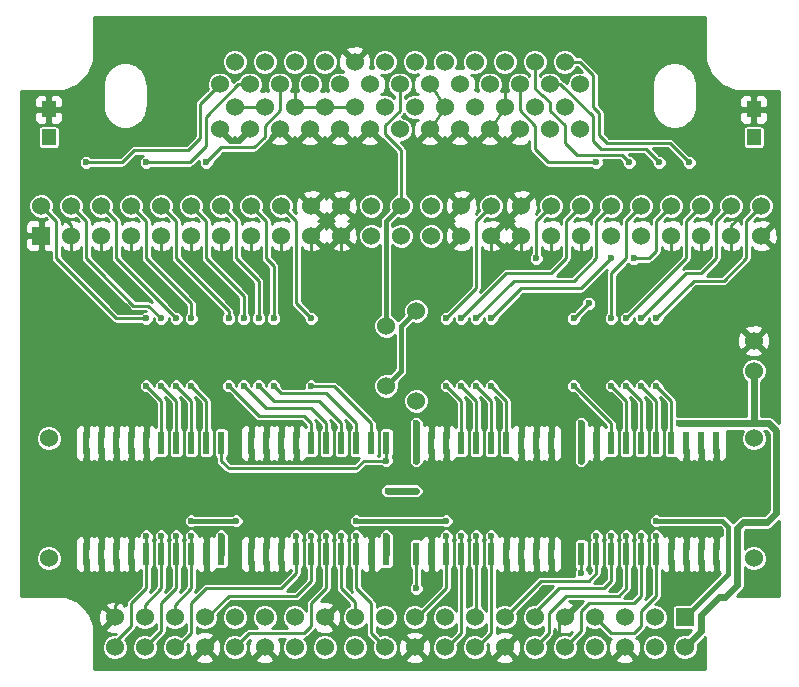
<source format=gtl>
%TF.GenerationSoftware,KiCad,Pcbnew,4.0.7*%
%TF.CreationDate,2017-10-24T10:16:05+09:00*%
%TF.ProjectId,RaSCSI,5261534353492E6B696361645F706362,rev?*%
%TF.FileFunction,Copper,L1,Top,Signal*%
%FSLAX46Y46*%
G04 Gerber Fmt 4.6, Leading zero omitted, Abs format (unit mm)*
G04 Created by KiCad (PCBNEW 4.0.7) date 10/24/17 10:16:05*
%MOMM*%
%LPD*%
G01*
G04 APERTURE LIST*
%ADD10C,0.100000*%
%ADD11C,1.524000*%
%ADD12R,0.600000X1.950000*%
%ADD13R,1.524000X1.524000*%
%ADD14R,1.200000X1.370000*%
%ADD15C,0.600000*%
%ADD16C,0.250000*%
%ADD17C,0.400000*%
%ADD18C,0.600000*%
%ADD19C,0.254000*%
G04 APERTURE END LIST*
D10*
D11*
X137030000Y-71000000D03*
X138300000Y-72910000D03*
X139570000Y-71000000D03*
X140840000Y-72910000D03*
X142110000Y-71000000D03*
X143380000Y-72910000D03*
X144650000Y-71000000D03*
X145920000Y-72910000D03*
X147190000Y-71000000D03*
X148460000Y-72910000D03*
X149730000Y-71000000D03*
X151000000Y-72910000D03*
X152270000Y-71000000D03*
X153540000Y-72910000D03*
X135760000Y-72910000D03*
X154810000Y-71000000D03*
X156080000Y-72910000D03*
X157350000Y-71000000D03*
X158620000Y-72910000D03*
X159890000Y-71000000D03*
X161160000Y-72910000D03*
X162430000Y-71000000D03*
X163700000Y-72910000D03*
X164970000Y-71000000D03*
X166240000Y-72910000D03*
X135760000Y-69090000D03*
X137030000Y-67180000D03*
X138300000Y-69090000D03*
X139570000Y-67180000D03*
X140840000Y-69090000D03*
X142110000Y-67180000D03*
X143380000Y-69090000D03*
X144650000Y-67180000D03*
X145920000Y-69090000D03*
X147190000Y-67180000D03*
X148460000Y-69090000D03*
X149730000Y-67180000D03*
X151000000Y-69090000D03*
X152270000Y-67180000D03*
X153540000Y-69090000D03*
X154810000Y-67180000D03*
X156080000Y-69090000D03*
X157350000Y-67180000D03*
X158620000Y-69090000D03*
X159890000Y-67180000D03*
X161160000Y-69090000D03*
X162430000Y-67180000D03*
X163700000Y-69090000D03*
X164970000Y-67180000D03*
X166240000Y-69090000D03*
D12*
X149860000Y-99440000D03*
X148590000Y-99440000D03*
X147320000Y-99440000D03*
X146050000Y-99440000D03*
X144780000Y-99440000D03*
X143510000Y-99440000D03*
X142240000Y-99440000D03*
X140970000Y-99440000D03*
X139700000Y-99440000D03*
X138430000Y-99440000D03*
X138430000Y-108840000D03*
X139700000Y-108840000D03*
X140970000Y-108840000D03*
X142240000Y-108840000D03*
X143510000Y-108840000D03*
X144780000Y-108840000D03*
X146050000Y-108840000D03*
X147320000Y-108840000D03*
X148590000Y-108840000D03*
X149860000Y-108840000D03*
D11*
X152400000Y-95885000D03*
X152400000Y-88265000D03*
X180975000Y-109220000D03*
X180975000Y-99060000D03*
D12*
X166370000Y-108840000D03*
X167640000Y-108840000D03*
X168910000Y-108840000D03*
X170180000Y-108840000D03*
X171450000Y-108840000D03*
X172720000Y-108840000D03*
X173990000Y-108840000D03*
X175260000Y-108840000D03*
X176530000Y-108840000D03*
X177800000Y-108840000D03*
X177800000Y-99440000D03*
X176530000Y-99440000D03*
X175260000Y-99440000D03*
X173990000Y-99440000D03*
X172720000Y-99440000D03*
X171450000Y-99440000D03*
X170180000Y-99440000D03*
X168910000Y-99440000D03*
X167640000Y-99440000D03*
X166370000Y-99440000D03*
X152400000Y-108840000D03*
X153670000Y-108840000D03*
X154940000Y-108840000D03*
X156210000Y-108840000D03*
X157480000Y-108840000D03*
X158750000Y-108840000D03*
X160020000Y-108840000D03*
X161290000Y-108840000D03*
X162560000Y-108840000D03*
X163830000Y-108840000D03*
X163830000Y-99440000D03*
X162560000Y-99440000D03*
X161290000Y-99440000D03*
X160020000Y-99440000D03*
X158750000Y-99440000D03*
X157480000Y-99440000D03*
X156210000Y-99440000D03*
X154940000Y-99440000D03*
X153670000Y-99440000D03*
X152400000Y-99440000D03*
X135890000Y-99440000D03*
X134620000Y-99440000D03*
X133350000Y-99440000D03*
X132080000Y-99440000D03*
X130810000Y-99440000D03*
X129540000Y-99440000D03*
X128270000Y-99440000D03*
X127000000Y-99440000D03*
X125730000Y-99440000D03*
X124460000Y-99440000D03*
X124460000Y-108840000D03*
X125730000Y-108840000D03*
X127000000Y-108840000D03*
X128270000Y-108840000D03*
X129540000Y-108840000D03*
X130810000Y-108840000D03*
X132080000Y-108840000D03*
X133350000Y-108840000D03*
X134620000Y-108840000D03*
X135890000Y-108840000D03*
D13*
X175130000Y-114210000D03*
D11*
X175130000Y-116750000D03*
X172590000Y-114210000D03*
X172590000Y-116750000D03*
X170050000Y-114210000D03*
X170050000Y-116750000D03*
X167510000Y-114210000D03*
X167510000Y-116750000D03*
X164970000Y-114210000D03*
X164970000Y-116750000D03*
X162430000Y-114210000D03*
X162430000Y-116750000D03*
X159890000Y-114210000D03*
X159890000Y-116750000D03*
X157350000Y-114210000D03*
X157350000Y-116750000D03*
X154810000Y-114210000D03*
X154810000Y-116750000D03*
X152270000Y-114210000D03*
X152270000Y-116750000D03*
X149730000Y-114210000D03*
X149730000Y-116750000D03*
X147190000Y-114210000D03*
X147190000Y-116750000D03*
X144650000Y-114210000D03*
X144650000Y-116750000D03*
X142110000Y-114210000D03*
X142110000Y-116750000D03*
X139570000Y-114210000D03*
X139570000Y-116750000D03*
X137030000Y-114210000D03*
X137030000Y-116750000D03*
X134490000Y-114210000D03*
X134490000Y-116750000D03*
X131950000Y-114210000D03*
X131950000Y-116750000D03*
X129410000Y-114210000D03*
X129410000Y-116750000D03*
X126870000Y-114210000D03*
X126870000Y-116750000D03*
X180975000Y-93345000D03*
X180975000Y-90805000D03*
X149860000Y-94615000D03*
X149860000Y-89535000D03*
X121285000Y-109220000D03*
X121285000Y-99060000D03*
D14*
X180975000Y-73575000D03*
X180975000Y-71205000D03*
X121285000Y-73575000D03*
X121285000Y-71205000D03*
D13*
X120650000Y-81915000D03*
D11*
X120650000Y-79375000D03*
X123190000Y-81915000D03*
X123190000Y-79375000D03*
X125730000Y-81915000D03*
X125730000Y-79375000D03*
X128270000Y-81915000D03*
X128270000Y-79375000D03*
X130810000Y-81915000D03*
X130810000Y-79375000D03*
X133350000Y-81915000D03*
X133350000Y-79375000D03*
X135890000Y-81915000D03*
X135890000Y-79375000D03*
X138430000Y-81915000D03*
X138430000Y-79375000D03*
X140970000Y-81915000D03*
X140970000Y-79375000D03*
X143510000Y-81915000D03*
X143510000Y-79375000D03*
X146050000Y-81915000D03*
X146050000Y-79375000D03*
X148590000Y-81915000D03*
X148590000Y-79375000D03*
X151130000Y-81915000D03*
X151130000Y-79375000D03*
X153670000Y-81915000D03*
X153670000Y-79375000D03*
X156210000Y-81915000D03*
X156210000Y-79375000D03*
X158750000Y-81915000D03*
X158750000Y-79375000D03*
X161290000Y-81915000D03*
X161290000Y-79375000D03*
X163830000Y-81915000D03*
X163830000Y-79375000D03*
X166370000Y-81915000D03*
X166370000Y-79375000D03*
X168910000Y-81915000D03*
X168910000Y-79375000D03*
X171450000Y-81915000D03*
X171450000Y-79375000D03*
X173990000Y-81915000D03*
X173990000Y-79375000D03*
X176530000Y-81915000D03*
X176530000Y-79375000D03*
X179070000Y-81915000D03*
X179070000Y-79375000D03*
X181610000Y-81915000D03*
X181610000Y-79375000D03*
D15*
X181102000Y-111252000D03*
X163830000Y-65405000D03*
X166370000Y-83820000D03*
X163830000Y-83820000D03*
X161290000Y-83820000D03*
X156210000Y-83820000D03*
X158750000Y-83820000D03*
X163830000Y-110490000D03*
X160020000Y-102235000D03*
X163830000Y-118110000D03*
X154940000Y-100965000D03*
X153670000Y-104775000D03*
X148590000Y-104775000D03*
X153670000Y-107315000D03*
X122936000Y-75692000D03*
X163830000Y-102235000D03*
X162560000Y-102235000D03*
X161290000Y-102235000D03*
X162560000Y-100965000D03*
X163830000Y-100965000D03*
X161290000Y-100965000D03*
X140970000Y-102235000D03*
X139700000Y-102235000D03*
X138430000Y-102235000D03*
X142240000Y-100965000D03*
X140970000Y-100965000D03*
X139700000Y-100965000D03*
X138430000Y-100965000D03*
X167640000Y-100965000D03*
X148590000Y-107315000D03*
X153670000Y-100965000D03*
X177800000Y-100965000D03*
X176530000Y-100965000D03*
X175260000Y-100965000D03*
X175260000Y-107315000D03*
X176530000Y-107315000D03*
X177800000Y-107315000D03*
X173990000Y-107315000D03*
X129540000Y-100965000D03*
X128270000Y-100965000D03*
X128270000Y-107315000D03*
X127000000Y-107315000D03*
X127000000Y-100965000D03*
X125730000Y-100965000D03*
X125730000Y-107315000D03*
X124460000Y-107315000D03*
X124460000Y-100965000D03*
X134620000Y-107315000D03*
X120650000Y-83820000D03*
X146050000Y-83820000D03*
X143510000Y-83820000D03*
X140970000Y-83820000D03*
X138430000Y-83820000D03*
X135890000Y-83820000D03*
X133350000Y-83820000D03*
X130810000Y-83820000D03*
X128270000Y-83820000D03*
X125730000Y-83820000D03*
X123190000Y-83820000D03*
X173990000Y-83820000D03*
X176530000Y-83820000D03*
X179070000Y-83820000D03*
X181610000Y-83820000D03*
X179324000Y-75565000D03*
X124460000Y-75692000D03*
X129540000Y-88900000D03*
X129540000Y-94615000D03*
X130810000Y-88900000D03*
X130810000Y-94615000D03*
X129540000Y-75692000D03*
X132080000Y-88900000D03*
X132080000Y-94615000D03*
X133350000Y-88900000D03*
X133350000Y-94615000D03*
X134620000Y-75692000D03*
X136525000Y-88900000D03*
X136525000Y-94615000D03*
X137795000Y-88900000D03*
X137795000Y-94615000D03*
X139065000Y-88900000D03*
X139065000Y-94615000D03*
X140335000Y-88900000D03*
X140335000Y-94615000D03*
X143510000Y-88900000D03*
X143510000Y-94615000D03*
X154940000Y-88900000D03*
X154940000Y-94615000D03*
X165735000Y-88900000D03*
X167005000Y-87630000D03*
X162560000Y-83820000D03*
X165735000Y-94615000D03*
X156210000Y-88900000D03*
X156210000Y-94615000D03*
X157480000Y-88900000D03*
X157480000Y-94615000D03*
X167640000Y-75692000D03*
X168910000Y-88900000D03*
X168910000Y-94615000D03*
X170434000Y-75692000D03*
X170815000Y-83820000D03*
X168910000Y-83820000D03*
X158750000Y-88900000D03*
X158750000Y-94615000D03*
X172974000Y-75692000D03*
X170180000Y-88900000D03*
X170180000Y-94615000D03*
X175514000Y-75692000D03*
X171450000Y-88900000D03*
X171450000Y-94615000D03*
X172720000Y-88900000D03*
X172720000Y-94615000D03*
X172720000Y-106045000D03*
X147320000Y-106045000D03*
X154940000Y-106045000D03*
X137160000Y-106045000D03*
X133350000Y-106045000D03*
X166370000Y-97790000D03*
X174625000Y-97790000D03*
X152400000Y-97790000D03*
X149975000Y-103505000D03*
X152400000Y-103505000D03*
X166370000Y-100965000D03*
X149860000Y-107315000D03*
X152400000Y-100965000D03*
X135890000Y-107315000D03*
X142240000Y-107315000D03*
X143510000Y-107315000D03*
X146050000Y-107315000D03*
X147320000Y-107315000D03*
X158750000Y-107315000D03*
X171450000Y-107315000D03*
X168910000Y-107315000D03*
X170180000Y-107315000D03*
X129540000Y-107315000D03*
X172720000Y-107315000D03*
X130810000Y-107315000D03*
X132080000Y-107315000D03*
X133350000Y-107315000D03*
X154940000Y-107315000D03*
X144780000Y-107315000D03*
X167640000Y-107315000D03*
X157480000Y-107315000D03*
X156210000Y-107315000D03*
X166370000Y-110490000D03*
X152400000Y-111760000D03*
X149860000Y-100965000D03*
D16*
X142110000Y-71000000D02*
X142113000Y-68707000D01*
X143510000Y-65405000D02*
X158623000Y-65405000D01*
X143383000Y-65532000D02*
X143510000Y-65405000D01*
X143383000Y-67564000D02*
X143383000Y-65532000D01*
X142113000Y-68707000D02*
X143383000Y-67564000D01*
X163830000Y-65405000D02*
X158623000Y-65405000D01*
X159893000Y-68834000D02*
X159890000Y-71000000D01*
X158623000Y-65405000D02*
X158623000Y-67437000D01*
X158623000Y-67437000D02*
X159893000Y-68834000D01*
X139570000Y-71000000D02*
X137030000Y-71000000D01*
X144650000Y-71000000D02*
X142110000Y-71000000D01*
X147190000Y-71000000D02*
X144650000Y-71000000D01*
X159890000Y-71000000D02*
X158620000Y-72910000D01*
X154810000Y-71000000D02*
X153540000Y-72910000D01*
X154810000Y-71000000D02*
X153540000Y-69090000D01*
X166370000Y-81915000D02*
X166370000Y-83820000D01*
X163830000Y-83820000D02*
X163830000Y-81915000D01*
X161290000Y-81915000D02*
X161290000Y-83820000D01*
X158750000Y-83820000D02*
X158750000Y-81915000D01*
X134620000Y-108840000D02*
X134620000Y-110490000D01*
X138430000Y-110490000D02*
X138430000Y-108840000D01*
X134620000Y-110490000D02*
X138430000Y-110490000D01*
X163830000Y-110490000D02*
X163830000Y-108840000D01*
X126870000Y-114210000D02*
X126870000Y-113160000D01*
X128270000Y-111760000D02*
X128270000Y-108840000D01*
X126870000Y-113160000D02*
X128270000Y-111760000D01*
X160020000Y-108840000D02*
X160020000Y-102235000D01*
X163830000Y-108840000D02*
X163830000Y-102235000D01*
X164970000Y-114210000D02*
X164465000Y-114715000D01*
X164465000Y-114715000D02*
X164465000Y-115570000D01*
X164465000Y-115570000D02*
X163830000Y-116205000D01*
X163830000Y-116205000D02*
X163830000Y-118110000D01*
X154940000Y-99440000D02*
X154940000Y-101600000D01*
X154940000Y-101600000D02*
X154940000Y-100965000D01*
X153670000Y-104775000D02*
X148590000Y-104775000D01*
X153670000Y-108840000D02*
X153670000Y-107315000D01*
X167640000Y-100965000D02*
X166370000Y-102235000D01*
X166370000Y-102235000D02*
X163830000Y-102235000D01*
X122936000Y-75692000D02*
X121920000Y-76708000D01*
X162560000Y-102235000D02*
X162560000Y-108840000D01*
X161290000Y-108840000D02*
X161290000Y-102235000D01*
X162560000Y-99440000D02*
X162560000Y-100965000D01*
X163830000Y-100965000D02*
X163830000Y-99440000D01*
X161290000Y-99440000D02*
X161290000Y-100965000D01*
X140970000Y-108840000D02*
X140970000Y-102235000D01*
X139700000Y-108840000D02*
X139700000Y-102235000D01*
X138430000Y-108840000D02*
X138430000Y-102235000D01*
X142240000Y-99440000D02*
X142240000Y-100965000D01*
X140970000Y-99440000D02*
X140970000Y-100965000D01*
X139700000Y-99440000D02*
X139700000Y-100965000D01*
X138430000Y-100965000D02*
X138430000Y-99440000D01*
X167640000Y-99440000D02*
X167640000Y-100965000D01*
X148590000Y-108840000D02*
X148590000Y-107315000D01*
X153670000Y-99440000D02*
X153670000Y-100965000D01*
X177800000Y-99440000D02*
X177800000Y-100965000D01*
X176530000Y-100965000D02*
X176530000Y-99440000D01*
X175260000Y-99440000D02*
X175260000Y-100965000D01*
X175260000Y-107315000D02*
X175260000Y-108840000D01*
X176530000Y-108840000D02*
X176530000Y-107315000D01*
X177800000Y-107315000D02*
X177800000Y-108840000D01*
X173990000Y-108840000D02*
X173990000Y-107315000D01*
X129540000Y-99440000D02*
X129540000Y-100965000D01*
X128270000Y-100965000D02*
X128270000Y-99440000D01*
X128270000Y-108840000D02*
X128270000Y-107315000D01*
X127000000Y-107315000D02*
X127000000Y-108840000D01*
X127000000Y-99440000D02*
X127000000Y-100965000D01*
X125730000Y-100965000D02*
X125730000Y-99440000D01*
X125730000Y-108840000D02*
X125730000Y-107315000D01*
X124460000Y-107315000D02*
X124460000Y-108840000D01*
X124460000Y-99440000D02*
X124460000Y-100965000D01*
X134620000Y-107315000D02*
X134620000Y-108840000D01*
X120650000Y-83820000D02*
X120650000Y-81915000D01*
X143510000Y-81915000D02*
X143510000Y-83820000D01*
X146050000Y-83820000D02*
X146050000Y-81915000D01*
X140970000Y-81915000D02*
X140970000Y-83820000D01*
X138430000Y-81915000D02*
X138430000Y-83820000D01*
X135890000Y-81915000D02*
X135890000Y-83820000D01*
X133350000Y-81915000D02*
X133350000Y-83820000D01*
X130810000Y-81915000D02*
X130810000Y-83820000D01*
X128270000Y-81915000D02*
X128270000Y-83820000D01*
X125730000Y-81915000D02*
X125730000Y-83820000D01*
X123190000Y-83820000D02*
X123190000Y-81915000D01*
X121920000Y-76708000D02*
X121920000Y-79756000D01*
X121920000Y-79756000D02*
X123190000Y-81026000D01*
X123190000Y-81026000D02*
X123190000Y-81915000D01*
X173990000Y-83820000D02*
X173990000Y-81915000D01*
X176530000Y-83820000D02*
X176530000Y-81915000D01*
X179070000Y-81915000D02*
X179070000Y-83820000D01*
X179070000Y-81026000D02*
X179070000Y-81915000D01*
X180213000Y-79883000D02*
X179070000Y-81026000D01*
X180213000Y-76454000D02*
X180213000Y-79883000D01*
X179324000Y-75565000D02*
X180213000Y-76454000D01*
X129540000Y-88900000D02*
X127000000Y-88900000D01*
X127000000Y-88900000D02*
X123825000Y-85725000D01*
X134112000Y-70738000D02*
X135760000Y-69090000D01*
X134112000Y-73660000D02*
X134112000Y-70738000D01*
X133096000Y-74676000D02*
X134112000Y-73660000D01*
X128524000Y-74676000D02*
X133096000Y-74676000D01*
X127508000Y-75692000D02*
X128524000Y-74676000D01*
X124333000Y-75692000D02*
X124460000Y-75692000D01*
X124460000Y-75692000D02*
X127508000Y-75692000D01*
X121920000Y-80645000D02*
X120650000Y-79375000D01*
X123825000Y-85725000D02*
X121920000Y-83820000D01*
X121920000Y-83820000D02*
X121920000Y-80645000D01*
X130810000Y-99440000D02*
X130810000Y-95885000D01*
X130810000Y-95885000D02*
X129540000Y-94615000D01*
X128460500Y-87820500D02*
X125730000Y-85090000D01*
X129730500Y-87820500D02*
X128460500Y-87820500D01*
X124460000Y-80645000D02*
X124460000Y-83820000D01*
X124460000Y-83820000D02*
X125730000Y-85090000D01*
X130810000Y-88900000D02*
X129730500Y-87820500D01*
X124460000Y-80645000D02*
X123190000Y-79375000D01*
X130810000Y-94615000D02*
X132080000Y-95885000D01*
X132080000Y-95885000D02*
X132080000Y-99440000D01*
X137285000Y-69090000D02*
X138300000Y-69090000D01*
X134620000Y-71882000D02*
X137285000Y-69090000D01*
X134620000Y-74295000D02*
X134620000Y-71882000D01*
X133223000Y-75692000D02*
X134620000Y-74295000D01*
X129413000Y-75692000D02*
X129540000Y-75692000D01*
X129540000Y-75692000D02*
X133223000Y-75692000D01*
X125730000Y-79375000D02*
X127000000Y-80645000D01*
X127000000Y-83820000D02*
X132080000Y-88900000D01*
X127000000Y-80645000D02*
X127000000Y-83820000D01*
X132080000Y-94615000D02*
X133350000Y-95885000D01*
X133350000Y-95885000D02*
X133350000Y-99440000D01*
X129540000Y-80645000D02*
X128270000Y-79375000D01*
X129540000Y-83820000D02*
X129540000Y-80645000D01*
X133350000Y-87630000D02*
X129540000Y-83820000D01*
X133350000Y-88900000D02*
X133350000Y-87630000D01*
X134620000Y-99440000D02*
X134620000Y-95885000D01*
X134620000Y-95885000D02*
X133350000Y-94615000D01*
X134620000Y-75692000D02*
X135890000Y-74422000D01*
X140843000Y-71247000D02*
X140840000Y-69090000D01*
X139573000Y-72644000D02*
X140843000Y-71247000D01*
X139573000Y-73533000D02*
X139573000Y-72644000D01*
X138684000Y-74422000D02*
X139573000Y-73533000D01*
X135890000Y-74422000D02*
X138684000Y-74422000D01*
X130810000Y-79375000D02*
X132080000Y-80645000D01*
X136525000Y-88265000D02*
X136525000Y-88900000D01*
X132080000Y-83820000D02*
X136525000Y-88265000D01*
X132080000Y-80645000D02*
X132080000Y-83820000D01*
X143510000Y-99440000D02*
X143510000Y-97790000D01*
X139065000Y-97155000D02*
X136525000Y-94615000D01*
X142875000Y-97155000D02*
X139065000Y-97155000D01*
X143510000Y-97790000D02*
X142875000Y-97155000D01*
X134620000Y-83820000D02*
X137795000Y-86995000D01*
X137795000Y-86995000D02*
X137795000Y-88900000D01*
X134620000Y-80645000D02*
X133350000Y-79375000D01*
X134620000Y-83820000D02*
X134620000Y-80645000D01*
X137795000Y-94615000D02*
X139700000Y-96520000D01*
X139700000Y-96520000D02*
X143510000Y-96520000D01*
X143510000Y-96520000D02*
X144780000Y-97790000D01*
X144780000Y-97790000D02*
X144780000Y-99440000D01*
X137160000Y-83820000D02*
X139065000Y-85725000D01*
X139065000Y-85725000D02*
X139065000Y-88900000D01*
X135890000Y-79375000D02*
X137160000Y-80645000D01*
X137160000Y-80645000D02*
X137160000Y-83820000D01*
X146050000Y-99440000D02*
X146050000Y-97790000D01*
X140335000Y-95885000D02*
X139065000Y-94615000D01*
X144145000Y-95885000D02*
X140335000Y-95885000D01*
X146050000Y-97790000D02*
X144145000Y-95885000D01*
X140335000Y-88900000D02*
X140335000Y-84455000D01*
X140335000Y-84455000D02*
X139700000Y-83820000D01*
X139700000Y-80645000D02*
X138430000Y-79375000D01*
X139700000Y-83820000D02*
X139700000Y-80645000D01*
X147320000Y-97790000D02*
X147320000Y-99440000D01*
X144780000Y-95250000D02*
X147320000Y-97790000D01*
X140970000Y-95250000D02*
X144780000Y-95250000D01*
X140335000Y-94615000D02*
X140970000Y-95250000D01*
X140970000Y-79375000D02*
X142240000Y-80645000D01*
X142240000Y-87630000D02*
X143510000Y-88900000D01*
X142240000Y-80645000D02*
X142240000Y-87630000D01*
X148590000Y-99440000D02*
X148590000Y-97790000D01*
X145415000Y-94615000D02*
X143510000Y-94615000D01*
X148590000Y-97790000D02*
X145415000Y-94615000D01*
D17*
X149860000Y-89535000D02*
X149860000Y-80645000D01*
X149860000Y-80645000D02*
X151130000Y-79375000D01*
D16*
X151000000Y-69090000D02*
X151003000Y-70993000D01*
X151130000Y-74676000D02*
X151130000Y-79375000D01*
X149733000Y-73279000D02*
X151130000Y-74676000D01*
X149733000Y-72517000D02*
X149733000Y-73279000D01*
X151003000Y-71374000D02*
X149733000Y-72517000D01*
X151003000Y-70993000D02*
X151003000Y-71374000D01*
X157480000Y-80645000D02*
X158750000Y-79375000D01*
X157480000Y-86360000D02*
X157480000Y-80645000D01*
X154940000Y-88900000D02*
X157480000Y-86360000D01*
X156210000Y-99440000D02*
X156210000Y-95885000D01*
X156210000Y-95885000D02*
X154940000Y-94615000D01*
X165735000Y-88900000D02*
X167005000Y-87630000D01*
X162560000Y-80645000D02*
X163830000Y-79375000D01*
X162560000Y-83820000D02*
X162560000Y-80645000D01*
X168910000Y-99440000D02*
X168910000Y-97790000D01*
X168910000Y-97790000D02*
X165735000Y-94615000D01*
X165100000Y-80645000D02*
X166370000Y-79375000D01*
X165100000Y-83820000D02*
X165100000Y-80645000D01*
X163830000Y-85090000D02*
X165100000Y-83820000D01*
X160020000Y-85090000D02*
X163830000Y-85090000D01*
X156210000Y-88900000D02*
X160020000Y-85090000D01*
X157480000Y-95885000D02*
X157480000Y-99440000D01*
X156210000Y-94615000D02*
X157480000Y-95885000D01*
X167640000Y-80645000D02*
X168910000Y-79375000D01*
X167640000Y-83820000D02*
X167640000Y-80645000D01*
X165735000Y-85725000D02*
X167640000Y-83820000D01*
X160655000Y-85725000D02*
X165735000Y-85725000D01*
X157480000Y-88900000D02*
X160655000Y-85725000D01*
X158750000Y-95885000D02*
X158750000Y-99440000D01*
X157480000Y-94615000D02*
X158750000Y-95885000D01*
X161163000Y-71247000D02*
X161160000Y-69090000D01*
X162433000Y-72644000D02*
X161163000Y-71247000D01*
X162433000Y-74549000D02*
X162433000Y-72644000D01*
X163576000Y-75692000D02*
X162433000Y-74549000D01*
X167640000Y-75692000D02*
X163576000Y-75692000D01*
X171450000Y-79375000D02*
X170180000Y-80645000D01*
X168910000Y-85090000D02*
X168910000Y-88900000D01*
X170180000Y-83820000D02*
X168910000Y-85090000D01*
X170180000Y-80645000D02*
X170180000Y-83820000D01*
X170180000Y-95885000D02*
X170180000Y-99440000D01*
X168910000Y-94615000D02*
X170180000Y-95885000D01*
X162430000Y-69466000D02*
X162430000Y-67180000D01*
X163703000Y-70612000D02*
X162430000Y-69466000D01*
X163703000Y-71374000D02*
X163703000Y-70612000D01*
X164973000Y-72517000D02*
X163703000Y-71374000D01*
X164973000Y-74041000D02*
X164973000Y-72517000D01*
X165989000Y-75057000D02*
X164973000Y-74041000D01*
X169799000Y-75057000D02*
X165989000Y-75057000D01*
X170434000Y-75692000D02*
X169799000Y-75057000D01*
X172720000Y-80645000D02*
X173990000Y-79375000D01*
X172720000Y-83185000D02*
X172720000Y-80645000D01*
X172085000Y-83820000D02*
X172720000Y-83185000D01*
X170815000Y-83820000D02*
X172085000Y-83820000D01*
X166370000Y-86360000D02*
X168910000Y-83820000D01*
X161290000Y-86360000D02*
X166370000Y-86360000D01*
X158750000Y-88900000D02*
X161290000Y-86360000D01*
X160020000Y-99440000D02*
X160020000Y-95885000D01*
X160020000Y-95885000D02*
X158750000Y-94615000D01*
X170180000Y-88900000D02*
X175260000Y-83820000D01*
X164594000Y-69090000D02*
X163700000Y-69090000D01*
X167386000Y-71755000D02*
X164594000Y-69090000D01*
X167386000Y-73914000D02*
X167386000Y-71755000D01*
X168021000Y-74549000D02*
X167386000Y-73914000D01*
X171831000Y-74549000D02*
X168021000Y-74549000D01*
X172974000Y-75692000D02*
X171831000Y-74549000D01*
X175260000Y-80645000D02*
X176530000Y-79375000D01*
X175260000Y-83820000D02*
X175260000Y-80645000D01*
X171450000Y-95885000D02*
X171450000Y-99440000D01*
X170180000Y-94615000D02*
X171450000Y-95885000D01*
X171450000Y-88900000D02*
X175260000Y-85090000D01*
X167386000Y-68326000D02*
X167386000Y-70993000D01*
X167386000Y-70993000D02*
X167894000Y-71501000D01*
X175514000Y-75692000D02*
X173863000Y-74041000D01*
X173863000Y-74041000D02*
X168529000Y-74041000D01*
X168529000Y-74041000D02*
X167894000Y-73406000D01*
X167894000Y-73406000D02*
X167894000Y-71501000D01*
X166240000Y-67180000D02*
X164970000Y-67180000D01*
X167386000Y-68326000D02*
X166240000Y-67180000D01*
X179070000Y-79375000D02*
X177800000Y-80645000D01*
X177800000Y-80645000D02*
X177800000Y-83820000D01*
X177800000Y-83820000D02*
X176530000Y-85090000D01*
X176530000Y-85090000D02*
X175260000Y-85090000D01*
X172720000Y-99440000D02*
X172720000Y-95885000D01*
X172720000Y-95885000D02*
X171450000Y-94615000D01*
X172720000Y-88900000D02*
X175895000Y-85725000D01*
X180340000Y-80645000D02*
X181610000Y-79375000D01*
X180340000Y-83820000D02*
X180340000Y-80645000D01*
X178435000Y-85725000D02*
X180340000Y-83820000D01*
X175895000Y-85725000D02*
X178435000Y-85725000D01*
X173990000Y-95885000D02*
X173990000Y-99440000D01*
X172720000Y-94615000D02*
X173990000Y-95885000D01*
D17*
X178816000Y-106553000D02*
X178308000Y-106045000D01*
X178308000Y-106045000D02*
X172720000Y-106045000D01*
X175130000Y-114210000D02*
X178816000Y-110524000D01*
X178816000Y-106553000D02*
X178816000Y-110524000D01*
X147320000Y-106045000D02*
X154940000Y-106045000D01*
X133350000Y-106045000D02*
X137160000Y-106045000D01*
D18*
X179578000Y-111506000D02*
X179578000Y-106680000D01*
X182118000Y-106172000D02*
X182880000Y-105410000D01*
X180086000Y-106172000D02*
X182118000Y-106172000D01*
X179578000Y-106680000D02*
X180086000Y-106172000D01*
X175130000Y-116750000D02*
X176530000Y-115350000D01*
X178562000Y-112522000D02*
X179578000Y-111506000D01*
X178054000Y-112522000D02*
X178562000Y-112522000D01*
X176530000Y-114046000D02*
X178054000Y-112522000D01*
X176530000Y-115350000D02*
X176530000Y-114046000D01*
X166370000Y-97790000D02*
X166370000Y-99440000D01*
X180975000Y-97790000D02*
X180975000Y-93345000D01*
X175130000Y-116750000D02*
X175350000Y-116750000D01*
X182245000Y-97790000D02*
X180975000Y-97790000D01*
X182880000Y-98425000D02*
X182245000Y-97790000D01*
X182880000Y-105410000D02*
X182880000Y-98425000D01*
X180975000Y-97790000D02*
X174625000Y-97790000D01*
X152400000Y-99440000D02*
X152400000Y-97790000D01*
X152400000Y-103505000D02*
X149975000Y-103505000D01*
X166370000Y-99440000D02*
X166370000Y-100965000D01*
X149860000Y-108840000D02*
X149860000Y-107315000D01*
X152400000Y-99440000D02*
X152400000Y-100965000D01*
X135890000Y-108840000D02*
X135890000Y-107315000D01*
D16*
X131950000Y-116750000D02*
X132170000Y-116750000D01*
X132170000Y-116750000D02*
X133350000Y-115570000D01*
X133350000Y-115570000D02*
X133350000Y-113030000D01*
X133350000Y-113030000D02*
X134620000Y-111760000D01*
X134620000Y-111760000D02*
X140970000Y-111760000D01*
X140970000Y-111760000D02*
X142240000Y-110490000D01*
X142240000Y-110490000D02*
X142240000Y-108840000D01*
X142240000Y-108840000D02*
X142240000Y-107315000D01*
X134490000Y-114210000D02*
X134710000Y-114210000D01*
X134710000Y-114210000D02*
X136525000Y-112395000D01*
X136525000Y-112395000D02*
X142240000Y-112395000D01*
X143510000Y-111125000D02*
X143510000Y-108840000D01*
X142240000Y-112395000D02*
X143510000Y-111125000D01*
X143510000Y-107315000D02*
X143510000Y-108840000D01*
X147190000Y-114210000D02*
X147190000Y-112900000D01*
X147190000Y-112900000D02*
X146050000Y-111760000D01*
X147190000Y-114210000D02*
X147190000Y-114170000D01*
X146050000Y-111760000D02*
X146050000Y-108840000D01*
X146050000Y-107315000D02*
X146050000Y-108840000D01*
X149730000Y-116750000D02*
X149730000Y-116710000D01*
X149730000Y-116710000D02*
X148590000Y-115570000D01*
X148590000Y-115570000D02*
X148590000Y-113030000D01*
X148590000Y-113030000D02*
X147320000Y-111760000D01*
X147320000Y-111760000D02*
X147320000Y-108840000D01*
X147320000Y-108840000D02*
X147320000Y-107315000D01*
X157350000Y-116750000D02*
X157570000Y-116750000D01*
X157570000Y-116750000D02*
X158750000Y-115570000D01*
X158750000Y-115570000D02*
X158750000Y-108840000D01*
X158750000Y-108840000D02*
X158750000Y-107315000D01*
X164970000Y-116750000D02*
X166370000Y-115350000D01*
X171450000Y-112395000D02*
X171450000Y-108840000D01*
X170815000Y-113030000D02*
X171450000Y-112395000D01*
X167005000Y-113030000D02*
X170815000Y-113030000D01*
X166370000Y-113665000D02*
X167005000Y-113030000D01*
X166370000Y-115350000D02*
X166370000Y-113665000D01*
X171450000Y-108840000D02*
X171450000Y-107315000D01*
X162430000Y-114210000D02*
X162430000Y-113795000D01*
X162430000Y-113795000D02*
X164465000Y-111760000D01*
X164465000Y-111760000D02*
X168275000Y-111760000D01*
X168275000Y-111760000D02*
X168910000Y-111125000D01*
X168910000Y-111125000D02*
X168910000Y-108840000D01*
X168910000Y-108840000D02*
X168910000Y-107315000D01*
X163610000Y-115570000D02*
X163610000Y-113885000D01*
X165100000Y-112395000D02*
X169545000Y-112395000D01*
X163610000Y-113885000D02*
X165100000Y-112395000D01*
X162430000Y-116750000D02*
X163610000Y-115570000D01*
X170180000Y-111760000D02*
X170180000Y-108840000D01*
X169545000Y-112395000D02*
X170180000Y-111760000D01*
X170180000Y-107315000D02*
X170180000Y-108840000D01*
X126870000Y-116750000D02*
X126870000Y-116335000D01*
X126870000Y-116335000D02*
X128270000Y-114935000D01*
X128270000Y-114935000D02*
X128270000Y-113030000D01*
X128270000Y-113030000D02*
X129540000Y-111760000D01*
X129540000Y-111760000D02*
X129540000Y-108840000D01*
X129540000Y-107315000D02*
X129540000Y-108840000D01*
X167510000Y-114210000D02*
X167550000Y-114210000D01*
X167550000Y-114210000D02*
X168910000Y-115570000D01*
X168910000Y-115570000D02*
X170815000Y-115570000D01*
X170815000Y-115570000D02*
X171450000Y-114935000D01*
X171450000Y-114935000D02*
X171450000Y-113665000D01*
X171450000Y-113665000D02*
X172720000Y-112395000D01*
X172720000Y-112395000D02*
X172720000Y-108840000D01*
X172720000Y-107315000D02*
X172720000Y-108840000D01*
X129410000Y-114210000D02*
X129410000Y-113160000D01*
X130810000Y-111760000D02*
X130810000Y-108840000D01*
X129410000Y-113160000D02*
X130810000Y-111760000D01*
X130810000Y-108840000D02*
X130810000Y-107315000D01*
X129410000Y-116750000D02*
X130810000Y-115350000D01*
X132080000Y-111760000D02*
X132080000Y-108840000D01*
X130810000Y-113030000D02*
X132080000Y-111760000D01*
X130810000Y-115350000D02*
X130810000Y-113030000D01*
X132080000Y-107315000D02*
X132080000Y-108840000D01*
X131950000Y-114210000D02*
X131950000Y-113160000D01*
X131950000Y-113160000D02*
X133350000Y-111760000D01*
X133350000Y-111760000D02*
X133350000Y-108840000D01*
X133350000Y-108840000D02*
X133350000Y-107315000D01*
X152270000Y-114210000D02*
X152490000Y-114210000D01*
X152490000Y-114210000D02*
X154940000Y-111760000D01*
X154940000Y-111760000D02*
X154940000Y-108840000D01*
X154940000Y-108840000D02*
X154940000Y-107315000D01*
X137030000Y-116750000D02*
X138210000Y-115570000D01*
X138210000Y-115570000D02*
X142875000Y-115570000D01*
X142875000Y-115570000D02*
X143510000Y-114935000D01*
X144780000Y-111760000D02*
X144780000Y-108840000D01*
X143510000Y-113030000D02*
X144780000Y-111760000D01*
X143510000Y-114935000D02*
X143510000Y-113030000D01*
X142875000Y-115570000D02*
X143510000Y-114935000D01*
X138210000Y-115570000D02*
X142875000Y-115570000D01*
X144780000Y-108840000D02*
X144780000Y-107315000D01*
X159890000Y-114210000D02*
X162975000Y-111125000D01*
X167640000Y-110490000D02*
X167640000Y-108840000D01*
X167005000Y-111125000D02*
X167640000Y-110490000D01*
X162975000Y-111125000D02*
X167005000Y-111125000D01*
X167640000Y-107315000D02*
X167640000Y-108840000D01*
X157350000Y-114210000D02*
X157480000Y-114080000D01*
X157480000Y-114080000D02*
X157480000Y-108840000D01*
X157480000Y-108840000D02*
X157480000Y-107315000D01*
X154810000Y-116750000D02*
X155030000Y-116750000D01*
X155030000Y-116750000D02*
X156210000Y-115570000D01*
X156210000Y-115570000D02*
X156210000Y-108840000D01*
X156210000Y-107315000D02*
X156210000Y-108840000D01*
D17*
X149860000Y-94615000D02*
X151130000Y-93345000D01*
X151130000Y-89535000D02*
X152400000Y-88265000D01*
X151130000Y-93345000D02*
X151130000Y-89535000D01*
D16*
X166370000Y-110490000D02*
X166370000Y-108840000D01*
X152400000Y-111760000D02*
X152400000Y-108840000D01*
X149860000Y-100965000D02*
X149860000Y-99440000D01*
X135890000Y-99440000D02*
X135890000Y-100965000D01*
X147955000Y-100965000D02*
X149860000Y-100965000D01*
X147320000Y-101600000D02*
X147955000Y-100965000D01*
X136525000Y-101600000D02*
X147320000Y-101600000D01*
X135890000Y-100965000D02*
X136525000Y-101600000D01*
X149860000Y-99695000D02*
X149860000Y-99440000D01*
D19*
G36*
X176873000Y-65874105D02*
X176872594Y-65875083D01*
X176871508Y-67119458D01*
X177346707Y-68269526D01*
X178225845Y-69150201D01*
X179375083Y-69627406D01*
X180619458Y-69628492D01*
X180623069Y-69627000D01*
X183098000Y-69627000D01*
X183098000Y-97756288D01*
X182688356Y-97346644D01*
X182660413Y-97327973D01*
X182484943Y-97210728D01*
X182245000Y-97163000D01*
X181602000Y-97163000D01*
X181602000Y-94257830D01*
X181897671Y-93962674D01*
X182063811Y-93562566D01*
X182064189Y-93129335D01*
X181898748Y-92728937D01*
X181592674Y-92422329D01*
X181192566Y-92256189D01*
X180759335Y-92255811D01*
X180358937Y-92421252D01*
X180052329Y-92727326D01*
X179886189Y-93127434D01*
X179885811Y-93560665D01*
X180051252Y-93961063D01*
X180348000Y-94258329D01*
X180348000Y-97163000D01*
X174625547Y-97163000D01*
X174500829Y-97162891D01*
X174442000Y-97187199D01*
X174442000Y-95885000D01*
X174407594Y-95712027D01*
X174309612Y-95565388D01*
X173347011Y-94602787D01*
X173347109Y-94490829D01*
X173251855Y-94260297D01*
X173075631Y-94083765D01*
X172845265Y-93988109D01*
X172595829Y-93987891D01*
X172365297Y-94083145D01*
X172188765Y-94259369D01*
X172093109Y-94489735D01*
X172092996Y-94618772D01*
X172077011Y-94602787D01*
X172077109Y-94490829D01*
X171981855Y-94260297D01*
X171805631Y-94083765D01*
X171575265Y-93988109D01*
X171325829Y-93987891D01*
X171095297Y-94083145D01*
X170918765Y-94259369D01*
X170823109Y-94489735D01*
X170822996Y-94618772D01*
X170807011Y-94602787D01*
X170807109Y-94490829D01*
X170711855Y-94260297D01*
X170535631Y-94083765D01*
X170305265Y-93988109D01*
X170055829Y-93987891D01*
X169825297Y-94083145D01*
X169648765Y-94259369D01*
X169553109Y-94489735D01*
X169552996Y-94618772D01*
X169537011Y-94602787D01*
X169537109Y-94490829D01*
X169441855Y-94260297D01*
X169265631Y-94083765D01*
X169035265Y-93988109D01*
X168785829Y-93987891D01*
X168555297Y-94083145D01*
X168378765Y-94259369D01*
X168283109Y-94489735D01*
X168282891Y-94739171D01*
X168378145Y-94969703D01*
X168554369Y-95146235D01*
X168784735Y-95241891D01*
X168897766Y-95241990D01*
X169728000Y-96072224D01*
X169728000Y-98174228D01*
X169647526Y-98226012D01*
X169572862Y-98335286D01*
X169546594Y-98465000D01*
X169546594Y-100415000D01*
X169569395Y-100536179D01*
X169641012Y-100647474D01*
X169750286Y-100722138D01*
X169880000Y-100748406D01*
X170480000Y-100748406D01*
X170601179Y-100725605D01*
X170712474Y-100653988D01*
X170787138Y-100544714D01*
X170813406Y-100415000D01*
X170813406Y-98465000D01*
X170790605Y-98343821D01*
X170718988Y-98232526D01*
X170632000Y-98173089D01*
X170632000Y-95885000D01*
X170597594Y-95712027D01*
X170516624Y-95590848D01*
X170998000Y-96072224D01*
X170998000Y-98174228D01*
X170917526Y-98226012D01*
X170842862Y-98335286D01*
X170816594Y-98465000D01*
X170816594Y-100415000D01*
X170839395Y-100536179D01*
X170911012Y-100647474D01*
X171020286Y-100722138D01*
X171150000Y-100748406D01*
X171750000Y-100748406D01*
X171871179Y-100725605D01*
X171982474Y-100653988D01*
X172057138Y-100544714D01*
X172083406Y-100415000D01*
X172083406Y-98465000D01*
X172060605Y-98343821D01*
X171988988Y-98232526D01*
X171902000Y-98173089D01*
X171902000Y-95885000D01*
X171867594Y-95712027D01*
X171786624Y-95590848D01*
X172268000Y-96072224D01*
X172268000Y-98174228D01*
X172187526Y-98226012D01*
X172112862Y-98335286D01*
X172086594Y-98465000D01*
X172086594Y-100415000D01*
X172109395Y-100536179D01*
X172181012Y-100647474D01*
X172290286Y-100722138D01*
X172420000Y-100748406D01*
X173020000Y-100748406D01*
X173141179Y-100725605D01*
X173252474Y-100653988D01*
X173327138Y-100544714D01*
X173353406Y-100415000D01*
X173353406Y-98465000D01*
X173330605Y-98343821D01*
X173258988Y-98232526D01*
X173172000Y-98173089D01*
X173172000Y-95885000D01*
X173137594Y-95712027D01*
X173056624Y-95590848D01*
X173538000Y-96072224D01*
X173538000Y-98174228D01*
X173457526Y-98226012D01*
X173382862Y-98335286D01*
X173356594Y-98465000D01*
X173356594Y-100415000D01*
X173379395Y-100536179D01*
X173451012Y-100647474D01*
X173560286Y-100722138D01*
X173690000Y-100748406D01*
X174290000Y-100748406D01*
X174402050Y-100727323D01*
X174421673Y-100774698D01*
X174600301Y-100953327D01*
X174833690Y-101050000D01*
X174974250Y-101050000D01*
X175133000Y-100891250D01*
X175133000Y-99949000D01*
X175387000Y-99949000D01*
X175387000Y-100891250D01*
X175545750Y-101050000D01*
X175686310Y-101050000D01*
X175895000Y-100963558D01*
X176103690Y-101050000D01*
X176244250Y-101050000D01*
X176403000Y-100891250D01*
X176403000Y-99949000D01*
X176657000Y-99949000D01*
X176657000Y-100891250D01*
X176815750Y-101050000D01*
X176956310Y-101050000D01*
X177165000Y-100963558D01*
X177373690Y-101050000D01*
X177514250Y-101050000D01*
X177673000Y-100891250D01*
X177673000Y-99949000D01*
X177927000Y-99949000D01*
X177927000Y-100891250D01*
X178085750Y-101050000D01*
X178226310Y-101050000D01*
X178459699Y-100953327D01*
X178638327Y-100774698D01*
X178735000Y-100541309D01*
X178735000Y-99882378D01*
X178742494Y-99871410D01*
X178752500Y-99822000D01*
X178752500Y-99123500D01*
X178743815Y-99077341D01*
X178735000Y-99063642D01*
X178735000Y-98417000D01*
X180077699Y-98417000D01*
X180052329Y-98442326D01*
X179886189Y-98842434D01*
X179885811Y-99275665D01*
X180051252Y-99676063D01*
X180357326Y-99982671D01*
X180757434Y-100148811D01*
X181190665Y-100149189D01*
X181591063Y-99983748D01*
X181897671Y-99677674D01*
X182063811Y-99277566D01*
X182064189Y-98844335D01*
X181898748Y-98443937D01*
X181871858Y-98417000D01*
X181985288Y-98417000D01*
X182253000Y-98684712D01*
X182253000Y-105150288D01*
X181858288Y-105545000D01*
X180086000Y-105545000D01*
X179846057Y-105592728D01*
X179642644Y-105728644D01*
X179189562Y-106181726D01*
X179188645Y-106180354D01*
X178680645Y-105672355D01*
X178509675Y-105558115D01*
X178308000Y-105518000D01*
X173079859Y-105518000D01*
X173075631Y-105513765D01*
X172845265Y-105418109D01*
X172595829Y-105417891D01*
X172365297Y-105513145D01*
X172188765Y-105689369D01*
X172093109Y-105919735D01*
X172092891Y-106169171D01*
X172188145Y-106399703D01*
X172364369Y-106576235D01*
X172594735Y-106671891D01*
X172844171Y-106672109D01*
X173074703Y-106576855D01*
X173079566Y-106572000D01*
X178089710Y-106572000D01*
X178289000Y-106771291D01*
X178289000Y-107255967D01*
X178226310Y-107230000D01*
X178085750Y-107230000D01*
X177927000Y-107388750D01*
X177927000Y-108394500D01*
X177673000Y-108394500D01*
X177673000Y-107388750D01*
X177514250Y-107230000D01*
X177373690Y-107230000D01*
X177165000Y-107316442D01*
X176956310Y-107230000D01*
X176815750Y-107230000D01*
X176657000Y-107388750D01*
X176657000Y-108394500D01*
X176403000Y-108394500D01*
X176403000Y-107388750D01*
X176244250Y-107230000D01*
X176103690Y-107230000D01*
X175895000Y-107316442D01*
X175686310Y-107230000D01*
X175545750Y-107230000D01*
X175387000Y-107388750D01*
X175387000Y-108394500D01*
X175133000Y-108394500D01*
X175133000Y-107388750D01*
X174974250Y-107230000D01*
X174833690Y-107230000D01*
X174625000Y-107316442D01*
X174416310Y-107230000D01*
X174275750Y-107230000D01*
X174117000Y-107388750D01*
X174117000Y-108394500D01*
X173863000Y-108394500D01*
X173863000Y-107388750D01*
X173704250Y-107230000D01*
X173563690Y-107230000D01*
X173346996Y-107319758D01*
X173347109Y-107190829D01*
X173251855Y-106960297D01*
X173075631Y-106783765D01*
X172845265Y-106688109D01*
X172595829Y-106687891D01*
X172365297Y-106783145D01*
X172188765Y-106959369D01*
X172093109Y-107189735D01*
X172092891Y-107439171D01*
X172176662Y-107641912D01*
X172112862Y-107735286D01*
X172086594Y-107865000D01*
X172086594Y-109815000D01*
X172109395Y-109936179D01*
X172181012Y-110047474D01*
X172268000Y-110106911D01*
X172268000Y-112207776D01*
X171786626Y-112689150D01*
X171867594Y-112567973D01*
X171902000Y-112395000D01*
X171902000Y-110105772D01*
X171982474Y-110053988D01*
X172057138Y-109944714D01*
X172083406Y-109815000D01*
X172083406Y-107865000D01*
X172060605Y-107743821D01*
X171993893Y-107640148D01*
X172076891Y-107440265D01*
X172077109Y-107190829D01*
X171981855Y-106960297D01*
X171805631Y-106783765D01*
X171575265Y-106688109D01*
X171325829Y-106687891D01*
X171095297Y-106783145D01*
X170918765Y-106959369D01*
X170823109Y-107189735D01*
X170822891Y-107439171D01*
X170906662Y-107641912D01*
X170842862Y-107735286D01*
X170816594Y-107865000D01*
X170816594Y-109815000D01*
X170839395Y-109936179D01*
X170911012Y-110047474D01*
X170998000Y-110106911D01*
X170998000Y-112207775D01*
X170627776Y-112578000D01*
X170001224Y-112578000D01*
X170499613Y-112079612D01*
X170597594Y-111932973D01*
X170632000Y-111760000D01*
X170632000Y-110105772D01*
X170712474Y-110053988D01*
X170787138Y-109944714D01*
X170813406Y-109815000D01*
X170813406Y-107865000D01*
X170790605Y-107743821D01*
X170723893Y-107640148D01*
X170806891Y-107440265D01*
X170807109Y-107190829D01*
X170711855Y-106960297D01*
X170535631Y-106783765D01*
X170305265Y-106688109D01*
X170055829Y-106687891D01*
X169825297Y-106783145D01*
X169648765Y-106959369D01*
X169553109Y-107189735D01*
X169552891Y-107439171D01*
X169636662Y-107641912D01*
X169572862Y-107735286D01*
X169546594Y-107865000D01*
X169546594Y-109815000D01*
X169569395Y-109936179D01*
X169641012Y-110047474D01*
X169728000Y-110106911D01*
X169728000Y-111572775D01*
X169357776Y-111943000D01*
X168731224Y-111943000D01*
X169229613Y-111444612D01*
X169327594Y-111297973D01*
X169362000Y-111125000D01*
X169362000Y-110105772D01*
X169442474Y-110053988D01*
X169517138Y-109944714D01*
X169543406Y-109815000D01*
X169543406Y-107865000D01*
X169520605Y-107743821D01*
X169453893Y-107640148D01*
X169536891Y-107440265D01*
X169537109Y-107190829D01*
X169441855Y-106960297D01*
X169265631Y-106783765D01*
X169035265Y-106688109D01*
X168785829Y-106687891D01*
X168555297Y-106783145D01*
X168378765Y-106959369D01*
X168283109Y-107189735D01*
X168282891Y-107439171D01*
X168366662Y-107641912D01*
X168302862Y-107735286D01*
X168276594Y-107865000D01*
X168276594Y-109815000D01*
X168299395Y-109936179D01*
X168371012Y-110047474D01*
X168458000Y-110106911D01*
X168458000Y-110937775D01*
X168087776Y-111308000D01*
X167461224Y-111308000D01*
X167959613Y-110809612D01*
X168057594Y-110662973D01*
X168092000Y-110490000D01*
X168092000Y-110105772D01*
X168172474Y-110053988D01*
X168247138Y-109944714D01*
X168273406Y-109815000D01*
X168273406Y-107865000D01*
X168250605Y-107743821D01*
X168183893Y-107640148D01*
X168266891Y-107440265D01*
X168267109Y-107190829D01*
X168171855Y-106960297D01*
X167995631Y-106783765D01*
X167765265Y-106688109D01*
X167515829Y-106687891D01*
X167285297Y-106783145D01*
X167108765Y-106959369D01*
X167013109Y-107189735D01*
X167012891Y-107439171D01*
X167096662Y-107641912D01*
X167032862Y-107735286D01*
X167006594Y-107865000D01*
X167006594Y-109815000D01*
X167029395Y-109936179D01*
X167101012Y-110047474D01*
X167188000Y-110106911D01*
X167188000Y-110302775D01*
X166996997Y-110493778D01*
X166997109Y-110365829D01*
X166901855Y-110135297D01*
X166852676Y-110086032D01*
X166902474Y-110053988D01*
X166977138Y-109944714D01*
X167003406Y-109815000D01*
X167003406Y-107865000D01*
X166980605Y-107743821D01*
X166908988Y-107632526D01*
X166799714Y-107557862D01*
X166670000Y-107531594D01*
X166070000Y-107531594D01*
X165948821Y-107554395D01*
X165837526Y-107626012D01*
X165762862Y-107735286D01*
X165736594Y-107865000D01*
X165736594Y-109815000D01*
X165759395Y-109936179D01*
X165831012Y-110047474D01*
X165887291Y-110085928D01*
X165838765Y-110134369D01*
X165743109Y-110364735D01*
X165742891Y-110614171D01*
X165767199Y-110673000D01*
X162975000Y-110673000D01*
X162802027Y-110707406D01*
X162655388Y-110805388D01*
X160271511Y-113189265D01*
X160107566Y-113121189D01*
X159674335Y-113120811D01*
X159273937Y-113286252D01*
X159202000Y-113358064D01*
X159202000Y-110195025D01*
X159360301Y-110353327D01*
X159593690Y-110450000D01*
X159734250Y-110450000D01*
X159893000Y-110291250D01*
X159893000Y-109283500D01*
X160147000Y-109283500D01*
X160147000Y-110291250D01*
X160305750Y-110450000D01*
X160446310Y-110450000D01*
X160655000Y-110363558D01*
X160863690Y-110450000D01*
X161004250Y-110450000D01*
X161163000Y-110291250D01*
X161163000Y-109283500D01*
X161417000Y-109283500D01*
X161417000Y-110291250D01*
X161575750Y-110450000D01*
X161716310Y-110450000D01*
X161925000Y-110363558D01*
X162133690Y-110450000D01*
X162274250Y-110450000D01*
X162433000Y-110291250D01*
X162433000Y-109283500D01*
X162687000Y-109283500D01*
X162687000Y-110291250D01*
X162845750Y-110450000D01*
X162986310Y-110450000D01*
X163195000Y-110363558D01*
X163403690Y-110450000D01*
X163544250Y-110450000D01*
X163703000Y-110291250D01*
X163703000Y-109283500D01*
X163957000Y-109283500D01*
X163957000Y-110291250D01*
X164115750Y-110450000D01*
X164256310Y-110450000D01*
X164489699Y-110353327D01*
X164668327Y-110174698D01*
X164765000Y-109941309D01*
X164765000Y-109216878D01*
X164772494Y-109205910D01*
X164782500Y-109156500D01*
X164782500Y-108521500D01*
X164773815Y-108475341D01*
X164765000Y-108461642D01*
X164765000Y-107738691D01*
X164668327Y-107505302D01*
X164489699Y-107326673D01*
X164256310Y-107230000D01*
X164115750Y-107230000D01*
X163957000Y-107388750D01*
X163957000Y-108394500D01*
X163703000Y-108394500D01*
X163703000Y-107388750D01*
X163544250Y-107230000D01*
X163403690Y-107230000D01*
X163195000Y-107316442D01*
X162986310Y-107230000D01*
X162845750Y-107230000D01*
X162687000Y-107388750D01*
X162687000Y-108394500D01*
X162433000Y-108394500D01*
X162433000Y-107388750D01*
X162274250Y-107230000D01*
X162133690Y-107230000D01*
X161925000Y-107316442D01*
X161716310Y-107230000D01*
X161575750Y-107230000D01*
X161417000Y-107388750D01*
X161417000Y-108394500D01*
X161163000Y-108394500D01*
X161163000Y-107388750D01*
X161004250Y-107230000D01*
X160863690Y-107230000D01*
X160655000Y-107316442D01*
X160446310Y-107230000D01*
X160305750Y-107230000D01*
X160147000Y-107388750D01*
X160147000Y-108394500D01*
X159893000Y-108394500D01*
X159893000Y-107388750D01*
X159734250Y-107230000D01*
X159593690Y-107230000D01*
X159376996Y-107319758D01*
X159377109Y-107190829D01*
X159281855Y-106960297D01*
X159105631Y-106783765D01*
X158875265Y-106688109D01*
X158625829Y-106687891D01*
X158395297Y-106783145D01*
X158218765Y-106959369D01*
X158123109Y-107189735D01*
X158122891Y-107439171D01*
X158206662Y-107641912D01*
X158142862Y-107735286D01*
X158116594Y-107865000D01*
X158116594Y-109815000D01*
X158139395Y-109936179D01*
X158211012Y-110047474D01*
X158298000Y-110106911D01*
X158298000Y-113652631D01*
X158273748Y-113593937D01*
X157967674Y-113287329D01*
X157932000Y-113272516D01*
X157932000Y-110105772D01*
X158012474Y-110053988D01*
X158087138Y-109944714D01*
X158113406Y-109815000D01*
X158113406Y-107865000D01*
X158090605Y-107743821D01*
X158023893Y-107640148D01*
X158106891Y-107440265D01*
X158107109Y-107190829D01*
X158011855Y-106960297D01*
X157835631Y-106783765D01*
X157605265Y-106688109D01*
X157355829Y-106687891D01*
X157125297Y-106783145D01*
X156948765Y-106959369D01*
X156853109Y-107189735D01*
X156852891Y-107439171D01*
X156936662Y-107641912D01*
X156872862Y-107735286D01*
X156846594Y-107865000D01*
X156846594Y-109815000D01*
X156869395Y-109936179D01*
X156941012Y-110047474D01*
X157028000Y-110106911D01*
X157028000Y-113164748D01*
X156733937Y-113286252D01*
X156662000Y-113358064D01*
X156662000Y-110105772D01*
X156742474Y-110053988D01*
X156817138Y-109944714D01*
X156843406Y-109815000D01*
X156843406Y-107865000D01*
X156820605Y-107743821D01*
X156753893Y-107640148D01*
X156836891Y-107440265D01*
X156837109Y-107190829D01*
X156741855Y-106960297D01*
X156565631Y-106783765D01*
X156335265Y-106688109D01*
X156085829Y-106687891D01*
X155855297Y-106783145D01*
X155678765Y-106959369D01*
X155583109Y-107189735D01*
X155582891Y-107439171D01*
X155666662Y-107641912D01*
X155602862Y-107735286D01*
X155576594Y-107865000D01*
X155576594Y-109815000D01*
X155599395Y-109936179D01*
X155671012Y-110047474D01*
X155758000Y-110106911D01*
X155758000Y-113652631D01*
X155733748Y-113593937D01*
X155427674Y-113287329D01*
X155027566Y-113121189D01*
X154594335Y-113120811D01*
X154193937Y-113286252D01*
X153887329Y-113592326D01*
X153721189Y-113992434D01*
X153720811Y-114425665D01*
X153886252Y-114826063D01*
X154192326Y-115132671D01*
X154592434Y-115298811D01*
X155025665Y-115299189D01*
X155426063Y-115133748D01*
X155732671Y-114827674D01*
X155758000Y-114766675D01*
X155758000Y-115382776D01*
X155346962Y-115793814D01*
X155027566Y-115661189D01*
X154594335Y-115660811D01*
X154193937Y-115826252D01*
X153887329Y-116132326D01*
X153721189Y-116532434D01*
X153720811Y-116965665D01*
X153886252Y-117366063D01*
X154192326Y-117672671D01*
X154592434Y-117838811D01*
X155025665Y-117839189D01*
X155426063Y-117673748D01*
X155732671Y-117367674D01*
X155898811Y-116967566D01*
X155899189Y-116534335D01*
X155895008Y-116524216D01*
X156529612Y-115889612D01*
X156627594Y-115742973D01*
X156662000Y-115570000D01*
X156662000Y-115062222D01*
X156732326Y-115132671D01*
X157132434Y-115298811D01*
X157565665Y-115299189D01*
X157966063Y-115133748D01*
X158272671Y-114827674D01*
X158298000Y-114766675D01*
X158298000Y-115382776D01*
X157886962Y-115793814D01*
X157567566Y-115661189D01*
X157134335Y-115660811D01*
X156733937Y-115826252D01*
X156427329Y-116132326D01*
X156261189Y-116532434D01*
X156260811Y-116965665D01*
X156426252Y-117366063D01*
X156732326Y-117672671D01*
X157132434Y-117838811D01*
X157565665Y-117839189D01*
X157829407Y-117730213D01*
X159089392Y-117730213D01*
X159158857Y-117972397D01*
X159682302Y-118159144D01*
X160237368Y-118131362D01*
X160621143Y-117972397D01*
X160690608Y-117730213D01*
X159890000Y-116929605D01*
X159089392Y-117730213D01*
X157829407Y-117730213D01*
X157966063Y-117673748D01*
X158272671Y-117367674D01*
X158438811Y-116967566D01*
X158439189Y-116534335D01*
X158435008Y-116524216D01*
X158516317Y-116442907D01*
X158480856Y-116542302D01*
X158508638Y-117097368D01*
X158667603Y-117481143D01*
X158909787Y-117550608D01*
X159710395Y-116750000D01*
X160069605Y-116750000D01*
X160870213Y-117550608D01*
X161112397Y-117481143D01*
X161299144Y-116957698D01*
X161271362Y-116402632D01*
X161112397Y-116018857D01*
X160870213Y-115949392D01*
X160069605Y-116750000D01*
X159710395Y-116750000D01*
X159696253Y-116735858D01*
X159875858Y-116556253D01*
X159890000Y-116570395D01*
X160690608Y-115769787D01*
X160621143Y-115527603D01*
X160097698Y-115340856D01*
X159542632Y-115368638D01*
X159202000Y-115509733D01*
X159202000Y-115062222D01*
X159272326Y-115132671D01*
X159672434Y-115298811D01*
X160105665Y-115299189D01*
X160506063Y-115133748D01*
X160812671Y-114827674D01*
X160978811Y-114427566D01*
X160979189Y-113994335D01*
X160910684Y-113828540D01*
X163162224Y-111577000D01*
X164008775Y-111577000D01*
X162464746Y-113121029D01*
X162214335Y-113120811D01*
X161813937Y-113286252D01*
X161507329Y-113592326D01*
X161341189Y-113992434D01*
X161340811Y-114425665D01*
X161506252Y-114826063D01*
X161812326Y-115132671D01*
X162212434Y-115298811D01*
X162645665Y-115299189D01*
X163046063Y-115133748D01*
X163158000Y-115022006D01*
X163158000Y-115382776D01*
X162811511Y-115729265D01*
X162647566Y-115661189D01*
X162214335Y-115660811D01*
X161813937Y-115826252D01*
X161507329Y-116132326D01*
X161341189Y-116532434D01*
X161340811Y-116965665D01*
X161506252Y-117366063D01*
X161812326Y-117672671D01*
X162212434Y-117838811D01*
X162645665Y-117839189D01*
X163046063Y-117673748D01*
X163352671Y-117367674D01*
X163518811Y-116967566D01*
X163519189Y-116534335D01*
X163450684Y-116368540D01*
X163929612Y-115889612D01*
X164027594Y-115742973D01*
X164062000Y-115570000D01*
X164062000Y-115297608D01*
X164169393Y-115190215D01*
X164238857Y-115432397D01*
X164762302Y-115619144D01*
X165317368Y-115591362D01*
X165611069Y-115469707D01*
X165351511Y-115729265D01*
X165187566Y-115661189D01*
X164754335Y-115660811D01*
X164353937Y-115826252D01*
X164047329Y-116132326D01*
X163881189Y-116532434D01*
X163880811Y-116965665D01*
X164046252Y-117366063D01*
X164352326Y-117672671D01*
X164752434Y-117838811D01*
X165185665Y-117839189D01*
X165586063Y-117673748D01*
X165892671Y-117367674D01*
X166058811Y-116967566D01*
X166058812Y-116965665D01*
X166420811Y-116965665D01*
X166586252Y-117366063D01*
X166892326Y-117672671D01*
X167292434Y-117838811D01*
X167725665Y-117839189D01*
X167989407Y-117730213D01*
X169249392Y-117730213D01*
X169318857Y-117972397D01*
X169842302Y-118159144D01*
X170397368Y-118131362D01*
X170781143Y-117972397D01*
X170850608Y-117730213D01*
X170050000Y-116929605D01*
X169249392Y-117730213D01*
X167989407Y-117730213D01*
X168126063Y-117673748D01*
X168432671Y-117367674D01*
X168598811Y-116967566D01*
X168599189Y-116534335D01*
X168433748Y-116133937D01*
X168127674Y-115827329D01*
X167727566Y-115661189D01*
X167294335Y-115660811D01*
X166893937Y-115826252D01*
X166587329Y-116132326D01*
X166421189Y-116532434D01*
X166420811Y-116965665D01*
X166058812Y-116965665D01*
X166059189Y-116534335D01*
X165990684Y-116368540D01*
X166689612Y-115669612D01*
X166787594Y-115522973D01*
X166822000Y-115350000D01*
X166822000Y-115062222D01*
X166892326Y-115132671D01*
X167292434Y-115298811D01*
X167725665Y-115299189D01*
X167919764Y-115218989D01*
X168590387Y-115889612D01*
X168679854Y-115949392D01*
X168737027Y-115987594D01*
X168854874Y-116011035D01*
X168827603Y-116018857D01*
X168640856Y-116542302D01*
X168668638Y-117097368D01*
X168827603Y-117481143D01*
X169069787Y-117550608D01*
X169870395Y-116750000D01*
X169856253Y-116735858D01*
X170035858Y-116556253D01*
X170050000Y-116570395D01*
X170064143Y-116556253D01*
X170243748Y-116735858D01*
X170229605Y-116750000D01*
X171030213Y-117550608D01*
X171272397Y-117481143D01*
X171456301Y-116965665D01*
X171500811Y-116965665D01*
X171666252Y-117366063D01*
X171972326Y-117672671D01*
X172372434Y-117838811D01*
X172805665Y-117839189D01*
X173206063Y-117673748D01*
X173512671Y-117367674D01*
X173678811Y-116967566D01*
X173679189Y-116534335D01*
X173513748Y-116133937D01*
X173207674Y-115827329D01*
X172807566Y-115661189D01*
X172374335Y-115660811D01*
X171973937Y-115826252D01*
X171667329Y-116132326D01*
X171501189Y-116532434D01*
X171500811Y-116965665D01*
X171456301Y-116965665D01*
X171459144Y-116957698D01*
X171431362Y-116402632D01*
X171272397Y-116018857D01*
X171040661Y-115952389D01*
X171134612Y-115889612D01*
X171769613Y-115254612D01*
X171867594Y-115107973D01*
X171880899Y-115041084D01*
X171972326Y-115132671D01*
X172372434Y-115298811D01*
X172805665Y-115299189D01*
X173206063Y-115133748D01*
X173512671Y-114827674D01*
X173678811Y-114427566D01*
X173679189Y-113994335D01*
X173513748Y-113593937D01*
X173207674Y-113287329D01*
X172807566Y-113121189D01*
X172633187Y-113121037D01*
X173039612Y-112714612D01*
X173137594Y-112567973D01*
X173154614Y-112482406D01*
X173172000Y-112395000D01*
X173172000Y-110195025D01*
X173330301Y-110353327D01*
X173563690Y-110450000D01*
X173704250Y-110450000D01*
X173863000Y-110291250D01*
X173863000Y-109347000D01*
X174117000Y-109347000D01*
X174117000Y-110291250D01*
X174275750Y-110450000D01*
X174416310Y-110450000D01*
X174625000Y-110363558D01*
X174833690Y-110450000D01*
X174974250Y-110450000D01*
X175133000Y-110291250D01*
X175133000Y-109347000D01*
X175387000Y-109347000D01*
X175387000Y-110291250D01*
X175545750Y-110450000D01*
X175686310Y-110450000D01*
X175895000Y-110363558D01*
X176103690Y-110450000D01*
X176244250Y-110450000D01*
X176403000Y-110291250D01*
X176403000Y-109347000D01*
X176657000Y-109347000D01*
X176657000Y-110291250D01*
X176815750Y-110450000D01*
X176956310Y-110450000D01*
X177165000Y-110363558D01*
X177373690Y-110450000D01*
X177514250Y-110450000D01*
X177673000Y-110291250D01*
X177673000Y-109347000D01*
X177927000Y-109347000D01*
X177927000Y-110291250D01*
X178085750Y-110450000D01*
X178144710Y-110450000D01*
X175480116Y-113114594D01*
X174368000Y-113114594D01*
X174246821Y-113137395D01*
X174135526Y-113209012D01*
X174060862Y-113318286D01*
X174034594Y-113448000D01*
X174034594Y-114972000D01*
X174057395Y-115093179D01*
X174129012Y-115204474D01*
X174238286Y-115279138D01*
X174368000Y-115305406D01*
X175687882Y-115305406D01*
X175332112Y-115661176D01*
X174914335Y-115660811D01*
X174513937Y-115826252D01*
X174207329Y-116132326D01*
X174041189Y-116532434D01*
X174040811Y-116965665D01*
X174206252Y-117366063D01*
X174512326Y-117672671D01*
X174912434Y-117838811D01*
X175345665Y-117839189D01*
X175746063Y-117673748D01*
X176052671Y-117367674D01*
X176218811Y-116967566D01*
X176219177Y-116547535D01*
X176871704Y-115895008D01*
X176871508Y-116119458D01*
X176873000Y-116123069D01*
X176873000Y-118598000D01*
X125127000Y-118598000D01*
X125127000Y-116125895D01*
X125127406Y-116124917D01*
X125128492Y-114880542D01*
X124765611Y-114002302D01*
X125460856Y-114002302D01*
X125488638Y-114557368D01*
X125647603Y-114941143D01*
X125889787Y-115010608D01*
X126690395Y-114210000D01*
X125889787Y-113409392D01*
X125647603Y-113478857D01*
X125460856Y-114002302D01*
X124765611Y-114002302D01*
X124653293Y-113730474D01*
X123774155Y-112849799D01*
X122624917Y-112372594D01*
X121380542Y-112371508D01*
X121376931Y-112373000D01*
X118902000Y-112373000D01*
X118902000Y-109435665D01*
X120195811Y-109435665D01*
X120361252Y-109836063D01*
X120667326Y-110142671D01*
X121067434Y-110308811D01*
X121500665Y-110309189D01*
X121901063Y-110143748D01*
X122207671Y-109837674D01*
X122373811Y-109437566D01*
X122374189Y-109004335D01*
X122208748Y-108603937D01*
X122126455Y-108521500D01*
X123507500Y-108521500D01*
X123507500Y-109156500D01*
X123516185Y-109202659D01*
X123525000Y-109216358D01*
X123525000Y-109941309D01*
X123621673Y-110174698D01*
X123800301Y-110353327D01*
X124033690Y-110450000D01*
X124174250Y-110450000D01*
X124333000Y-110291250D01*
X124333000Y-109283500D01*
X124587000Y-109283500D01*
X124587000Y-110291250D01*
X124745750Y-110450000D01*
X124886310Y-110450000D01*
X125095000Y-110363558D01*
X125303690Y-110450000D01*
X125444250Y-110450000D01*
X125603000Y-110291250D01*
X125603000Y-109283500D01*
X125857000Y-109283500D01*
X125857000Y-110291250D01*
X126015750Y-110450000D01*
X126156310Y-110450000D01*
X126365000Y-110363558D01*
X126573690Y-110450000D01*
X126714250Y-110450000D01*
X126873000Y-110291250D01*
X126873000Y-109283500D01*
X127127000Y-109283500D01*
X127127000Y-110291250D01*
X127285750Y-110450000D01*
X127426310Y-110450000D01*
X127635000Y-110363558D01*
X127843690Y-110450000D01*
X127984250Y-110450000D01*
X128143000Y-110291250D01*
X128143000Y-109283500D01*
X128397000Y-109283500D01*
X128397000Y-110291250D01*
X128555750Y-110450000D01*
X128696310Y-110450000D01*
X128929699Y-110353327D01*
X129088000Y-110195025D01*
X129088000Y-111572776D01*
X127950388Y-112710388D01*
X127852406Y-112857027D01*
X127818000Y-113030000D01*
X127818000Y-113147156D01*
X127785618Y-113114774D01*
X127670607Y-113229785D01*
X127601143Y-112987603D01*
X127077698Y-112800856D01*
X126522632Y-112828638D01*
X126138857Y-112987603D01*
X126069392Y-113229787D01*
X126870000Y-114030395D01*
X126884143Y-114016253D01*
X127063748Y-114195858D01*
X127049605Y-114210000D01*
X127063748Y-114224143D01*
X126884143Y-114403748D01*
X126870000Y-114389605D01*
X126069392Y-115190213D01*
X126138857Y-115432397D01*
X126662302Y-115619144D01*
X126961613Y-115604163D01*
X126904747Y-115661029D01*
X126654335Y-115660811D01*
X126253937Y-115826252D01*
X125947329Y-116132326D01*
X125781189Y-116532434D01*
X125780811Y-116965665D01*
X125946252Y-117366063D01*
X126252326Y-117672671D01*
X126652434Y-117838811D01*
X127085665Y-117839189D01*
X127486063Y-117673748D01*
X127792671Y-117367674D01*
X127958811Y-116967566D01*
X127959189Y-116534335D01*
X127793748Y-116133937D01*
X127752054Y-116092170D01*
X128589612Y-115254612D01*
X128687594Y-115107973D01*
X128700899Y-115041084D01*
X128792326Y-115132671D01*
X129192434Y-115298811D01*
X129625665Y-115299189D01*
X130026063Y-115133748D01*
X130332671Y-114827674D01*
X130358000Y-114766675D01*
X130358000Y-115162776D01*
X129791511Y-115729265D01*
X129627566Y-115661189D01*
X129194335Y-115660811D01*
X128793937Y-115826252D01*
X128487329Y-116132326D01*
X128321189Y-116532434D01*
X128320811Y-116965665D01*
X128486252Y-117366063D01*
X128792326Y-117672671D01*
X129192434Y-117838811D01*
X129625665Y-117839189D01*
X130026063Y-117673748D01*
X130332671Y-117367674D01*
X130498811Y-116967566D01*
X130499189Y-116534335D01*
X130430684Y-116368540D01*
X131129612Y-115669612D01*
X131227594Y-115522973D01*
X131262000Y-115350000D01*
X131262000Y-115062222D01*
X131332326Y-115132671D01*
X131732434Y-115298811D01*
X132165665Y-115299189D01*
X132566063Y-115133748D01*
X132872671Y-114827674D01*
X132898000Y-114766675D01*
X132898000Y-115382776D01*
X132486962Y-115793814D01*
X132167566Y-115661189D01*
X131734335Y-115660811D01*
X131333937Y-115826252D01*
X131027329Y-116132326D01*
X130861189Y-116532434D01*
X130860811Y-116965665D01*
X131026252Y-117366063D01*
X131332326Y-117672671D01*
X131732434Y-117838811D01*
X132165665Y-117839189D01*
X132429407Y-117730213D01*
X133689392Y-117730213D01*
X133758857Y-117972397D01*
X134282302Y-118159144D01*
X134837368Y-118131362D01*
X135221143Y-117972397D01*
X135290608Y-117730213D01*
X134490000Y-116929605D01*
X133689392Y-117730213D01*
X132429407Y-117730213D01*
X132566063Y-117673748D01*
X132872671Y-117367674D01*
X133038811Y-116967566D01*
X133039189Y-116534335D01*
X133035008Y-116524216D01*
X133116317Y-116442907D01*
X133080856Y-116542302D01*
X133108638Y-117097368D01*
X133267603Y-117481143D01*
X133509787Y-117550608D01*
X134310395Y-116750000D01*
X134669605Y-116750000D01*
X135470213Y-117550608D01*
X135712397Y-117481143D01*
X135896301Y-116965665D01*
X135940811Y-116965665D01*
X136106252Y-117366063D01*
X136412326Y-117672671D01*
X136812434Y-117838811D01*
X137245665Y-117839189D01*
X137509407Y-117730213D01*
X138769392Y-117730213D01*
X138838857Y-117972397D01*
X139362302Y-118159144D01*
X139917368Y-118131362D01*
X140301143Y-117972397D01*
X140370608Y-117730213D01*
X139570000Y-116929605D01*
X138769392Y-117730213D01*
X137509407Y-117730213D01*
X137646063Y-117673748D01*
X137952671Y-117367674D01*
X138118811Y-116967566D01*
X138119189Y-116534335D01*
X138050684Y-116368540D01*
X138318338Y-116100886D01*
X138160856Y-116542302D01*
X138188638Y-117097368D01*
X138347603Y-117481143D01*
X138589787Y-117550608D01*
X139390395Y-116750000D01*
X139376253Y-116735858D01*
X139555858Y-116556253D01*
X139570000Y-116570395D01*
X139584143Y-116556253D01*
X139763748Y-116735858D01*
X139749605Y-116750000D01*
X140550213Y-117550608D01*
X140792397Y-117481143D01*
X140979144Y-116957698D01*
X140951362Y-116402632D01*
X140793699Y-116022000D01*
X141297847Y-116022000D01*
X141187329Y-116132326D01*
X141021189Y-116532434D01*
X141020811Y-116965665D01*
X141186252Y-117366063D01*
X141492326Y-117672671D01*
X141892434Y-117838811D01*
X142325665Y-117839189D01*
X142726063Y-117673748D01*
X143032671Y-117367674D01*
X143198811Y-116967566D01*
X143198812Y-116965665D01*
X143560811Y-116965665D01*
X143726252Y-117366063D01*
X144032326Y-117672671D01*
X144432434Y-117838811D01*
X144865665Y-117839189D01*
X145266063Y-117673748D01*
X145572671Y-117367674D01*
X145738811Y-116967566D01*
X145738812Y-116965665D01*
X146100811Y-116965665D01*
X146266252Y-117366063D01*
X146572326Y-117672671D01*
X146972434Y-117838811D01*
X147405665Y-117839189D01*
X147806063Y-117673748D01*
X148112671Y-117367674D01*
X148278811Y-116967566D01*
X148279189Y-116534335D01*
X148113748Y-116133937D01*
X147807674Y-115827329D01*
X147407566Y-115661189D01*
X146974335Y-115660811D01*
X146573937Y-115826252D01*
X146267329Y-116132326D01*
X146101189Y-116532434D01*
X146100811Y-116965665D01*
X145738812Y-116965665D01*
X145739189Y-116534335D01*
X145573748Y-116133937D01*
X145267674Y-115827329D01*
X144867566Y-115661189D01*
X144434335Y-115660811D01*
X144033937Y-115826252D01*
X143727329Y-116132326D01*
X143561189Y-116532434D01*
X143560811Y-116965665D01*
X143198812Y-116965665D01*
X143199189Y-116534335D01*
X143033748Y-116133937D01*
X142914219Y-116014199D01*
X143047973Y-115987594D01*
X143194612Y-115889612D01*
X143829613Y-115254612D01*
X143856375Y-115214559D01*
X143918857Y-115432397D01*
X144442302Y-115619144D01*
X144997368Y-115591362D01*
X145381143Y-115432397D01*
X145450608Y-115190213D01*
X144650000Y-114389605D01*
X144635858Y-114403748D01*
X144456253Y-114224143D01*
X144470395Y-114210000D01*
X144829605Y-114210000D01*
X145630213Y-115010608D01*
X145872397Y-114941143D01*
X146059144Y-114417698D01*
X146031362Y-113862632D01*
X145872397Y-113478857D01*
X145630213Y-113409392D01*
X144829605Y-114210000D01*
X144470395Y-114210000D01*
X144456253Y-114195858D01*
X144635858Y-114016253D01*
X144650000Y-114030395D01*
X145450608Y-113229787D01*
X145381143Y-112987603D01*
X144857698Y-112800856D01*
X144353113Y-112826111D01*
X145099612Y-112079612D01*
X145197594Y-111932973D01*
X145205147Y-111895000D01*
X145232000Y-111760000D01*
X145232000Y-110105772D01*
X145312474Y-110053988D01*
X145387138Y-109944714D01*
X145413406Y-109815000D01*
X145413406Y-107865000D01*
X145416594Y-107865000D01*
X145416594Y-109815000D01*
X145439395Y-109936179D01*
X145511012Y-110047474D01*
X145598000Y-110106911D01*
X145598000Y-111760000D01*
X145632406Y-111932973D01*
X145730388Y-112079612D01*
X146738000Y-113087225D01*
X146738000Y-113218463D01*
X146573937Y-113286252D01*
X146267329Y-113592326D01*
X146101189Y-113992434D01*
X146100811Y-114425665D01*
X146266252Y-114826063D01*
X146572326Y-115132671D01*
X146972434Y-115298811D01*
X147405665Y-115299189D01*
X147806063Y-115133748D01*
X148112671Y-114827674D01*
X148138000Y-114766675D01*
X148138000Y-115570000D01*
X148172406Y-115742973D01*
X148270388Y-115889612D01*
X148721001Y-116340226D01*
X148641189Y-116532434D01*
X148640811Y-116965665D01*
X148806252Y-117366063D01*
X149112326Y-117672671D01*
X149512434Y-117838811D01*
X149945665Y-117839189D01*
X150209407Y-117730213D01*
X151469392Y-117730213D01*
X151538857Y-117972397D01*
X152062302Y-118159144D01*
X152617368Y-118131362D01*
X153001143Y-117972397D01*
X153070608Y-117730213D01*
X152270000Y-116929605D01*
X151469392Y-117730213D01*
X150209407Y-117730213D01*
X150346063Y-117673748D01*
X150652671Y-117367674D01*
X150818811Y-116967566D01*
X150819182Y-116542302D01*
X150860856Y-116542302D01*
X150888638Y-117097368D01*
X151047603Y-117481143D01*
X151289787Y-117550608D01*
X152090395Y-116750000D01*
X152449605Y-116750000D01*
X153250213Y-117550608D01*
X153492397Y-117481143D01*
X153679144Y-116957698D01*
X153651362Y-116402632D01*
X153492397Y-116018857D01*
X153250213Y-115949392D01*
X152449605Y-116750000D01*
X152090395Y-116750000D01*
X151289787Y-115949392D01*
X151047603Y-116018857D01*
X150860856Y-116542302D01*
X150819182Y-116542302D01*
X150819189Y-116534335D01*
X150653748Y-116133937D01*
X150347674Y-115827329D01*
X150209099Y-115769787D01*
X151469392Y-115769787D01*
X152270000Y-116570395D01*
X153070608Y-115769787D01*
X153001143Y-115527603D01*
X152477698Y-115340856D01*
X151922632Y-115368638D01*
X151538857Y-115527603D01*
X151469392Y-115769787D01*
X150209099Y-115769787D01*
X149947566Y-115661189D01*
X149514335Y-115660811D01*
X149376845Y-115717621D01*
X149042000Y-115382776D01*
X149042000Y-115062222D01*
X149112326Y-115132671D01*
X149512434Y-115298811D01*
X149945665Y-115299189D01*
X150346063Y-115133748D01*
X150652671Y-114827674D01*
X150818811Y-114427566D01*
X150818812Y-114425665D01*
X151180811Y-114425665D01*
X151346252Y-114826063D01*
X151652326Y-115132671D01*
X152052434Y-115298811D01*
X152485665Y-115299189D01*
X152886063Y-115133748D01*
X153192671Y-114827674D01*
X153358811Y-114427566D01*
X153359189Y-113994335D01*
X153355008Y-113984216D01*
X155259612Y-112079612D01*
X155357594Y-111932973D01*
X155365147Y-111895000D01*
X155392000Y-111760000D01*
X155392000Y-110105772D01*
X155472474Y-110053988D01*
X155547138Y-109944714D01*
X155573406Y-109815000D01*
X155573406Y-107865000D01*
X155550605Y-107743821D01*
X155483893Y-107640148D01*
X155566891Y-107440265D01*
X155567109Y-107190829D01*
X155471855Y-106960297D01*
X155295631Y-106783765D01*
X155065265Y-106688109D01*
X154815829Y-106687891D01*
X154585297Y-106783145D01*
X154408765Y-106959369D01*
X154313109Y-107189735D01*
X154312995Y-107319754D01*
X154096310Y-107230000D01*
X153955750Y-107230000D01*
X153797000Y-107388750D01*
X153797000Y-108713000D01*
X153817000Y-108713000D01*
X153817000Y-108967000D01*
X153797000Y-108967000D01*
X153797000Y-110291250D01*
X153955750Y-110450000D01*
X154096310Y-110450000D01*
X154329699Y-110353327D01*
X154488000Y-110195025D01*
X154488000Y-111572776D01*
X152806962Y-113253814D01*
X152487566Y-113121189D01*
X152054335Y-113120811D01*
X151653937Y-113286252D01*
X151347329Y-113592326D01*
X151181189Y-113992434D01*
X151180811Y-114425665D01*
X150818812Y-114425665D01*
X150819189Y-113994335D01*
X150653748Y-113593937D01*
X150347674Y-113287329D01*
X149947566Y-113121189D01*
X149514335Y-113120811D01*
X149113937Y-113286252D01*
X149042000Y-113358064D01*
X149042000Y-113030000D01*
X149007594Y-112857027D01*
X148909612Y-112710388D01*
X147772000Y-111572776D01*
X147772000Y-110195025D01*
X147930301Y-110353327D01*
X148163690Y-110450000D01*
X148304250Y-110450000D01*
X148463000Y-110291250D01*
X148463000Y-108967000D01*
X148443000Y-108967000D01*
X148443000Y-108713000D01*
X148463000Y-108713000D01*
X148463000Y-107388750D01*
X148717000Y-107388750D01*
X148717000Y-108713000D01*
X148737000Y-108713000D01*
X148737000Y-108967000D01*
X148717000Y-108967000D01*
X148717000Y-110291250D01*
X148875750Y-110450000D01*
X149016310Y-110450000D01*
X149249699Y-110353327D01*
X149428327Y-110174698D01*
X149448565Y-110125840D01*
X149560000Y-110148406D01*
X150160000Y-110148406D01*
X150281179Y-110125605D01*
X150392474Y-110053988D01*
X150467138Y-109944714D01*
X150493406Y-109815000D01*
X150493406Y-107865000D01*
X151766594Y-107865000D01*
X151766594Y-109815000D01*
X151789395Y-109936179D01*
X151861012Y-110047474D01*
X151948000Y-110106911D01*
X151948000Y-111325272D01*
X151868765Y-111404369D01*
X151773109Y-111634735D01*
X151772891Y-111884171D01*
X151868145Y-112114703D01*
X152044369Y-112291235D01*
X152274735Y-112386891D01*
X152524171Y-112387109D01*
X152754703Y-112291855D01*
X152931235Y-112115631D01*
X153026891Y-111885265D01*
X153027109Y-111635829D01*
X152931855Y-111405297D01*
X152852000Y-111325302D01*
X152852000Y-110195025D01*
X153010301Y-110353327D01*
X153243690Y-110450000D01*
X153384250Y-110450000D01*
X153543000Y-110291250D01*
X153543000Y-108967000D01*
X153523000Y-108967000D01*
X153523000Y-108713000D01*
X153543000Y-108713000D01*
X153543000Y-107388750D01*
X153384250Y-107230000D01*
X153243690Y-107230000D01*
X153010301Y-107326673D01*
X152831673Y-107505302D01*
X152811435Y-107554160D01*
X152700000Y-107531594D01*
X152100000Y-107531594D01*
X151978821Y-107554395D01*
X151867526Y-107626012D01*
X151792862Y-107735286D01*
X151766594Y-107865000D01*
X150493406Y-107865000D01*
X150487000Y-107830954D01*
X150487000Y-107315000D01*
X150487109Y-107190829D01*
X150391855Y-106960297D01*
X150215631Y-106783765D01*
X149985265Y-106688109D01*
X149735829Y-106687891D01*
X149505297Y-106783145D01*
X149328765Y-106959369D01*
X149233109Y-107189735D01*
X149232995Y-107319754D01*
X149016310Y-107230000D01*
X148875750Y-107230000D01*
X148717000Y-107388750D01*
X148463000Y-107388750D01*
X148304250Y-107230000D01*
X148163690Y-107230000D01*
X147946996Y-107319758D01*
X147947109Y-107190829D01*
X147851855Y-106960297D01*
X147675631Y-106783765D01*
X147445265Y-106688109D01*
X147195829Y-106687891D01*
X146965297Y-106783145D01*
X146788765Y-106959369D01*
X146693109Y-107189735D01*
X146692891Y-107439171D01*
X146776662Y-107641912D01*
X146712862Y-107735286D01*
X146686594Y-107865000D01*
X146686594Y-109815000D01*
X146709395Y-109936179D01*
X146781012Y-110047474D01*
X146868000Y-110106911D01*
X146868000Y-111760000D01*
X146902406Y-111932973D01*
X146983375Y-112054150D01*
X146502000Y-111572776D01*
X146502000Y-110105772D01*
X146582474Y-110053988D01*
X146657138Y-109944714D01*
X146683406Y-109815000D01*
X146683406Y-107865000D01*
X146660605Y-107743821D01*
X146593893Y-107640148D01*
X146676891Y-107440265D01*
X146677109Y-107190829D01*
X146581855Y-106960297D01*
X146405631Y-106783765D01*
X146175265Y-106688109D01*
X145925829Y-106687891D01*
X145695297Y-106783145D01*
X145518765Y-106959369D01*
X145423109Y-107189735D01*
X145422891Y-107439171D01*
X145506662Y-107641912D01*
X145442862Y-107735286D01*
X145416594Y-107865000D01*
X145413406Y-107865000D01*
X145390605Y-107743821D01*
X145323893Y-107640148D01*
X145406891Y-107440265D01*
X145407109Y-107190829D01*
X145311855Y-106960297D01*
X145135631Y-106783765D01*
X144905265Y-106688109D01*
X144655829Y-106687891D01*
X144425297Y-106783145D01*
X144248765Y-106959369D01*
X144153109Y-107189735D01*
X144152891Y-107439171D01*
X144236662Y-107641912D01*
X144172862Y-107735286D01*
X144146594Y-107865000D01*
X144146594Y-109815000D01*
X144169395Y-109936179D01*
X144241012Y-110047474D01*
X144328000Y-110106911D01*
X144328000Y-111572776D01*
X143190388Y-112710388D01*
X143092406Y-112857027D01*
X143058000Y-113030000D01*
X143058000Y-113652631D01*
X143033748Y-113593937D01*
X142727674Y-113287329D01*
X142327566Y-113121189D01*
X141894335Y-113120811D01*
X141493937Y-113286252D01*
X141187329Y-113592326D01*
X141021189Y-113992434D01*
X141020811Y-114425665D01*
X141186252Y-114826063D01*
X141477681Y-115118000D01*
X140201838Y-115118000D01*
X140492671Y-114827674D01*
X140658811Y-114427566D01*
X140659189Y-113994335D01*
X140493748Y-113593937D01*
X140187674Y-113287329D01*
X139787566Y-113121189D01*
X139354335Y-113120811D01*
X138953937Y-113286252D01*
X138647329Y-113592326D01*
X138481189Y-113992434D01*
X138480811Y-114425665D01*
X138646252Y-114826063D01*
X138937681Y-115118000D01*
X138210000Y-115118000D01*
X138037027Y-115152406D01*
X137890388Y-115250388D01*
X137411511Y-115729265D01*
X137247566Y-115661189D01*
X136814335Y-115660811D01*
X136413937Y-115826252D01*
X136107329Y-116132326D01*
X135941189Y-116532434D01*
X135940811Y-116965665D01*
X135896301Y-116965665D01*
X135899144Y-116957698D01*
X135871362Y-116402632D01*
X135712397Y-116018857D01*
X135470213Y-115949392D01*
X134669605Y-116750000D01*
X134310395Y-116750000D01*
X134296253Y-116735858D01*
X134475858Y-116556253D01*
X134490000Y-116570395D01*
X135290608Y-115769787D01*
X135221143Y-115527603D01*
X134697698Y-115340856D01*
X134142632Y-115368638D01*
X133802000Y-115509733D01*
X133802000Y-115062222D01*
X133872326Y-115132671D01*
X134272434Y-115298811D01*
X134705665Y-115299189D01*
X135106063Y-115133748D01*
X135412671Y-114827674D01*
X135578811Y-114427566D01*
X135578812Y-114425665D01*
X135940811Y-114425665D01*
X136106252Y-114826063D01*
X136412326Y-115132671D01*
X136812434Y-115298811D01*
X137245665Y-115299189D01*
X137646063Y-115133748D01*
X137952671Y-114827674D01*
X138118811Y-114427566D01*
X138119189Y-113994335D01*
X137953748Y-113593937D01*
X137647674Y-113287329D01*
X137247566Y-113121189D01*
X136814335Y-113120811D01*
X136413937Y-113286252D01*
X136107329Y-113592326D01*
X135941189Y-113992434D01*
X135940811Y-114425665D01*
X135578812Y-114425665D01*
X135579189Y-113994335D01*
X135575008Y-113984216D01*
X136712225Y-112847000D01*
X142240000Y-112847000D01*
X142412973Y-112812594D01*
X142559612Y-112714612D01*
X143829612Y-111444612D01*
X143927594Y-111297973D01*
X143941483Y-111228145D01*
X143962000Y-111125000D01*
X143962000Y-110105772D01*
X144042474Y-110053988D01*
X144117138Y-109944714D01*
X144143406Y-109815000D01*
X144143406Y-107865000D01*
X144120605Y-107743821D01*
X144053893Y-107640148D01*
X144136891Y-107440265D01*
X144137109Y-107190829D01*
X144041855Y-106960297D01*
X143865631Y-106783765D01*
X143635265Y-106688109D01*
X143385829Y-106687891D01*
X143155297Y-106783145D01*
X142978765Y-106959369D01*
X142883109Y-107189735D01*
X142882891Y-107439171D01*
X142966662Y-107641912D01*
X142902862Y-107735286D01*
X142876594Y-107865000D01*
X142876594Y-109815000D01*
X142899395Y-109936179D01*
X142971012Y-110047474D01*
X143058000Y-110106911D01*
X143058000Y-110937776D01*
X142052776Y-111943000D01*
X141426224Y-111943000D01*
X142559612Y-110809612D01*
X142657594Y-110662973D01*
X142692000Y-110490000D01*
X142692000Y-110105772D01*
X142772474Y-110053988D01*
X142847138Y-109944714D01*
X142873406Y-109815000D01*
X142873406Y-107865000D01*
X142850605Y-107743821D01*
X142783893Y-107640148D01*
X142866891Y-107440265D01*
X142867109Y-107190829D01*
X142771855Y-106960297D01*
X142595631Y-106783765D01*
X142365265Y-106688109D01*
X142115829Y-106687891D01*
X141885297Y-106783145D01*
X141708765Y-106959369D01*
X141613109Y-107189735D01*
X141612995Y-107319754D01*
X141396310Y-107230000D01*
X141255750Y-107230000D01*
X141097000Y-107388750D01*
X141097000Y-108331000D01*
X140843000Y-108331000D01*
X140843000Y-107388750D01*
X140684250Y-107230000D01*
X140543690Y-107230000D01*
X140335000Y-107316442D01*
X140126310Y-107230000D01*
X139985750Y-107230000D01*
X139827000Y-107388750D01*
X139827000Y-108331000D01*
X139573000Y-108331000D01*
X139573000Y-107388750D01*
X139414250Y-107230000D01*
X139273690Y-107230000D01*
X139065000Y-107316442D01*
X138856310Y-107230000D01*
X138715750Y-107230000D01*
X138557000Y-107388750D01*
X138557000Y-108331000D01*
X138303000Y-108331000D01*
X138303000Y-107388750D01*
X138144250Y-107230000D01*
X138003690Y-107230000D01*
X137770301Y-107326673D01*
X137591673Y-107505302D01*
X137495000Y-107738691D01*
X137495000Y-108397622D01*
X137487506Y-108408590D01*
X137477500Y-108458000D01*
X137477500Y-109283500D01*
X137486185Y-109329659D01*
X137495000Y-109343358D01*
X137495000Y-109941309D01*
X137591673Y-110174698D01*
X137770301Y-110353327D01*
X138003690Y-110450000D01*
X138144250Y-110450000D01*
X138303000Y-110291250D01*
X138303000Y-109410500D01*
X138557000Y-109410500D01*
X138557000Y-110291250D01*
X138715750Y-110450000D01*
X138856310Y-110450000D01*
X139065000Y-110363558D01*
X139273690Y-110450000D01*
X139414250Y-110450000D01*
X139573000Y-110291250D01*
X139573000Y-109410500D01*
X139827000Y-109410500D01*
X139827000Y-110291250D01*
X139985750Y-110450000D01*
X140126310Y-110450000D01*
X140335000Y-110363558D01*
X140543690Y-110450000D01*
X140684250Y-110450000D01*
X140843000Y-110291250D01*
X140843000Y-109410500D01*
X141097000Y-109410500D01*
X141097000Y-110291250D01*
X141255750Y-110450000D01*
X141396310Y-110450000D01*
X141629699Y-110353327D01*
X141788000Y-110195025D01*
X141788000Y-110302776D01*
X140782776Y-111308000D01*
X134620000Y-111308000D01*
X134447027Y-111342406D01*
X134300388Y-111440388D01*
X133686624Y-112054152D01*
X133767594Y-111932973D01*
X133802000Y-111760000D01*
X133802000Y-110195025D01*
X133960301Y-110353327D01*
X134193690Y-110450000D01*
X134334250Y-110450000D01*
X134493000Y-110291250D01*
X134493000Y-108967000D01*
X134473000Y-108967000D01*
X134473000Y-108713000D01*
X134493000Y-108713000D01*
X134493000Y-107388750D01*
X134747000Y-107388750D01*
X134747000Y-108713000D01*
X134767000Y-108713000D01*
X134767000Y-108967000D01*
X134747000Y-108967000D01*
X134747000Y-110291250D01*
X134905750Y-110450000D01*
X135046310Y-110450000D01*
X135279699Y-110353327D01*
X135458327Y-110174698D01*
X135478565Y-110125840D01*
X135590000Y-110148406D01*
X136190000Y-110148406D01*
X136311179Y-110125605D01*
X136422474Y-110053988D01*
X136497138Y-109944714D01*
X136523406Y-109815000D01*
X136523406Y-107865000D01*
X136517000Y-107830954D01*
X136517000Y-107315000D01*
X136517109Y-107190829D01*
X136421855Y-106960297D01*
X136245631Y-106783765D01*
X136015265Y-106688109D01*
X135765829Y-106687891D01*
X135535297Y-106783145D01*
X135358765Y-106959369D01*
X135263109Y-107189735D01*
X135262995Y-107319754D01*
X135046310Y-107230000D01*
X134905750Y-107230000D01*
X134747000Y-107388750D01*
X134493000Y-107388750D01*
X134334250Y-107230000D01*
X134193690Y-107230000D01*
X133976996Y-107319758D01*
X133977109Y-107190829D01*
X133881855Y-106960297D01*
X133705631Y-106783765D01*
X133475265Y-106688109D01*
X133225829Y-106687891D01*
X132995297Y-106783145D01*
X132818765Y-106959369D01*
X132723109Y-107189735D01*
X132722891Y-107439171D01*
X132806662Y-107641912D01*
X132742862Y-107735286D01*
X132716594Y-107865000D01*
X132716594Y-109815000D01*
X132739395Y-109936179D01*
X132811012Y-110047474D01*
X132898000Y-110106911D01*
X132898000Y-111572776D01*
X132416624Y-112054152D01*
X132497594Y-111932973D01*
X132505147Y-111895000D01*
X132532000Y-111760000D01*
X132532000Y-110105772D01*
X132612474Y-110053988D01*
X132687138Y-109944714D01*
X132713406Y-109815000D01*
X132713406Y-107865000D01*
X132690605Y-107743821D01*
X132623893Y-107640148D01*
X132706891Y-107440265D01*
X132707109Y-107190829D01*
X132611855Y-106960297D01*
X132435631Y-106783765D01*
X132205265Y-106688109D01*
X131955829Y-106687891D01*
X131725297Y-106783145D01*
X131548765Y-106959369D01*
X131453109Y-107189735D01*
X131452891Y-107439171D01*
X131536662Y-107641912D01*
X131472862Y-107735286D01*
X131446594Y-107865000D01*
X131446594Y-109815000D01*
X131469395Y-109936179D01*
X131541012Y-110047474D01*
X131628000Y-110106911D01*
X131628000Y-111572776D01*
X131146624Y-112054152D01*
X131227594Y-111932973D01*
X131262000Y-111760000D01*
X131262000Y-110105772D01*
X131342474Y-110053988D01*
X131417138Y-109944714D01*
X131443406Y-109815000D01*
X131443406Y-107865000D01*
X131420605Y-107743821D01*
X131353893Y-107640148D01*
X131436891Y-107440265D01*
X131437109Y-107190829D01*
X131341855Y-106960297D01*
X131165631Y-106783765D01*
X130935265Y-106688109D01*
X130685829Y-106687891D01*
X130455297Y-106783145D01*
X130278765Y-106959369D01*
X130183109Y-107189735D01*
X130182891Y-107439171D01*
X130266662Y-107641912D01*
X130202862Y-107735286D01*
X130176594Y-107865000D01*
X130176594Y-109815000D01*
X130199395Y-109936179D01*
X130271012Y-110047474D01*
X130358000Y-110106911D01*
X130358000Y-111572776D01*
X129876624Y-112054152D01*
X129957594Y-111932973D01*
X129965147Y-111895000D01*
X129992000Y-111760000D01*
X129992000Y-110105772D01*
X130072474Y-110053988D01*
X130147138Y-109944714D01*
X130173406Y-109815000D01*
X130173406Y-107865000D01*
X130150605Y-107743821D01*
X130083893Y-107640148D01*
X130166891Y-107440265D01*
X130167109Y-107190829D01*
X130071855Y-106960297D01*
X129895631Y-106783765D01*
X129665265Y-106688109D01*
X129415829Y-106687891D01*
X129185297Y-106783145D01*
X129008765Y-106959369D01*
X128913109Y-107189735D01*
X128912995Y-107319754D01*
X128696310Y-107230000D01*
X128555750Y-107230000D01*
X128397000Y-107388750D01*
X128397000Y-108394500D01*
X128143000Y-108394500D01*
X128143000Y-107388750D01*
X127984250Y-107230000D01*
X127843690Y-107230000D01*
X127635000Y-107316442D01*
X127426310Y-107230000D01*
X127285750Y-107230000D01*
X127127000Y-107388750D01*
X127127000Y-108394500D01*
X126873000Y-108394500D01*
X126873000Y-107388750D01*
X126714250Y-107230000D01*
X126573690Y-107230000D01*
X126365000Y-107316442D01*
X126156310Y-107230000D01*
X126015750Y-107230000D01*
X125857000Y-107388750D01*
X125857000Y-108394500D01*
X125603000Y-108394500D01*
X125603000Y-107388750D01*
X125444250Y-107230000D01*
X125303690Y-107230000D01*
X125095000Y-107316442D01*
X124886310Y-107230000D01*
X124745750Y-107230000D01*
X124587000Y-107388750D01*
X124587000Y-108394500D01*
X124333000Y-108394500D01*
X124333000Y-107388750D01*
X124174250Y-107230000D01*
X124033690Y-107230000D01*
X123800301Y-107326673D01*
X123621673Y-107505302D01*
X123525000Y-107738691D01*
X123525000Y-108461122D01*
X123517506Y-108472090D01*
X123507500Y-108521500D01*
X122126455Y-108521500D01*
X121902674Y-108297329D01*
X121502566Y-108131189D01*
X121069335Y-108130811D01*
X120668937Y-108296252D01*
X120362329Y-108602326D01*
X120196189Y-109002434D01*
X120195811Y-109435665D01*
X118902000Y-109435665D01*
X118902000Y-106169171D01*
X132722891Y-106169171D01*
X132818145Y-106399703D01*
X132994369Y-106576235D01*
X133224735Y-106671891D01*
X133474171Y-106672109D01*
X133704703Y-106576855D01*
X133709566Y-106572000D01*
X136800141Y-106572000D01*
X136804369Y-106576235D01*
X137034735Y-106671891D01*
X137284171Y-106672109D01*
X137514703Y-106576855D01*
X137691235Y-106400631D01*
X137786891Y-106170265D01*
X137786891Y-106169171D01*
X146692891Y-106169171D01*
X146788145Y-106399703D01*
X146964369Y-106576235D01*
X147194735Y-106671891D01*
X147444171Y-106672109D01*
X147674703Y-106576855D01*
X147679566Y-106572000D01*
X154580141Y-106572000D01*
X154584369Y-106576235D01*
X154814735Y-106671891D01*
X155064171Y-106672109D01*
X155294703Y-106576855D01*
X155471235Y-106400631D01*
X155566891Y-106170265D01*
X155567109Y-105920829D01*
X155471855Y-105690297D01*
X155295631Y-105513765D01*
X155065265Y-105418109D01*
X154815829Y-105417891D01*
X154585297Y-105513145D01*
X154580434Y-105518000D01*
X147679859Y-105518000D01*
X147675631Y-105513765D01*
X147445265Y-105418109D01*
X147195829Y-105417891D01*
X146965297Y-105513145D01*
X146788765Y-105689369D01*
X146693109Y-105919735D01*
X146692891Y-106169171D01*
X137786891Y-106169171D01*
X137787109Y-105920829D01*
X137691855Y-105690297D01*
X137515631Y-105513765D01*
X137285265Y-105418109D01*
X137035829Y-105417891D01*
X136805297Y-105513145D01*
X136800434Y-105518000D01*
X133709859Y-105518000D01*
X133705631Y-105513765D01*
X133475265Y-105418109D01*
X133225829Y-105417891D01*
X132995297Y-105513145D01*
X132818765Y-105689369D01*
X132723109Y-105919735D01*
X132722891Y-106169171D01*
X118902000Y-106169171D01*
X118902000Y-103629171D01*
X149347891Y-103629171D01*
X149443145Y-103859703D01*
X149619369Y-104036235D01*
X149849735Y-104131891D01*
X150099171Y-104132109D01*
X150099435Y-104132000D01*
X152399453Y-104132000D01*
X152524171Y-104132109D01*
X152754703Y-104036855D01*
X152931235Y-103860631D01*
X153026891Y-103630265D01*
X153027109Y-103380829D01*
X152931855Y-103150297D01*
X152755631Y-102973765D01*
X152525265Y-102878109D01*
X152275829Y-102877891D01*
X152275565Y-102878000D01*
X149975547Y-102878000D01*
X149850829Y-102877891D01*
X149620297Y-102973145D01*
X149443765Y-103149369D01*
X149348109Y-103379735D01*
X149347891Y-103629171D01*
X118902000Y-103629171D01*
X118902000Y-99275665D01*
X120195811Y-99275665D01*
X120361252Y-99676063D01*
X120667326Y-99982671D01*
X121067434Y-100148811D01*
X121500665Y-100149189D01*
X121901063Y-99983748D01*
X122207671Y-99677674D01*
X122373811Y-99277566D01*
X122374000Y-99060000D01*
X123507500Y-99060000D01*
X123507500Y-99758500D01*
X123516185Y-99804659D01*
X123525000Y-99818358D01*
X123525000Y-100541309D01*
X123621673Y-100774698D01*
X123800301Y-100953327D01*
X124033690Y-101050000D01*
X124174250Y-101050000D01*
X124333000Y-100891250D01*
X124333000Y-99885500D01*
X124587000Y-99885500D01*
X124587000Y-100891250D01*
X124745750Y-101050000D01*
X124886310Y-101050000D01*
X125095000Y-100963558D01*
X125303690Y-101050000D01*
X125444250Y-101050000D01*
X125603000Y-100891250D01*
X125603000Y-99885500D01*
X125857000Y-99885500D01*
X125857000Y-100891250D01*
X126015750Y-101050000D01*
X126156310Y-101050000D01*
X126365000Y-100963558D01*
X126573690Y-101050000D01*
X126714250Y-101050000D01*
X126873000Y-100891250D01*
X126873000Y-99885500D01*
X127127000Y-99885500D01*
X127127000Y-100891250D01*
X127285750Y-101050000D01*
X127426310Y-101050000D01*
X127635000Y-100963558D01*
X127843690Y-101050000D01*
X127984250Y-101050000D01*
X128143000Y-100891250D01*
X128143000Y-99885500D01*
X128397000Y-99885500D01*
X128397000Y-100891250D01*
X128555750Y-101050000D01*
X128696310Y-101050000D01*
X128905000Y-100963558D01*
X129113690Y-101050000D01*
X129254250Y-101050000D01*
X129413000Y-100891250D01*
X129413000Y-99885500D01*
X129667000Y-99885500D01*
X129667000Y-100891250D01*
X129825750Y-101050000D01*
X129966310Y-101050000D01*
X130199699Y-100953327D01*
X130378327Y-100774698D01*
X130398565Y-100725840D01*
X130510000Y-100748406D01*
X131110000Y-100748406D01*
X131231179Y-100725605D01*
X131342474Y-100653988D01*
X131417138Y-100544714D01*
X131443406Y-100415000D01*
X131443406Y-98465000D01*
X131420605Y-98343821D01*
X131348988Y-98232526D01*
X131262000Y-98173089D01*
X131262000Y-95885000D01*
X131227594Y-95712027D01*
X131146624Y-95590848D01*
X131628000Y-96072224D01*
X131628000Y-98174228D01*
X131547526Y-98226012D01*
X131472862Y-98335286D01*
X131446594Y-98465000D01*
X131446594Y-100415000D01*
X131469395Y-100536179D01*
X131541012Y-100647474D01*
X131650286Y-100722138D01*
X131780000Y-100748406D01*
X132380000Y-100748406D01*
X132501179Y-100725605D01*
X132612474Y-100653988D01*
X132687138Y-100544714D01*
X132713406Y-100415000D01*
X132713406Y-98465000D01*
X132690605Y-98343821D01*
X132618988Y-98232526D01*
X132532000Y-98173089D01*
X132532000Y-95885000D01*
X132497594Y-95712027D01*
X132416624Y-95590848D01*
X132898000Y-96072224D01*
X132898000Y-98174228D01*
X132817526Y-98226012D01*
X132742862Y-98335286D01*
X132716594Y-98465000D01*
X132716594Y-100415000D01*
X132739395Y-100536179D01*
X132811012Y-100647474D01*
X132920286Y-100722138D01*
X133050000Y-100748406D01*
X133650000Y-100748406D01*
X133771179Y-100725605D01*
X133882474Y-100653988D01*
X133957138Y-100544714D01*
X133983406Y-100415000D01*
X133983406Y-98465000D01*
X133960605Y-98343821D01*
X133888988Y-98232526D01*
X133802000Y-98173089D01*
X133802000Y-95885000D01*
X133767594Y-95712027D01*
X133686624Y-95590848D01*
X134168000Y-96072224D01*
X134168000Y-98174228D01*
X134087526Y-98226012D01*
X134012862Y-98335286D01*
X133986594Y-98465000D01*
X133986594Y-100415000D01*
X134009395Y-100536179D01*
X134081012Y-100647474D01*
X134190286Y-100722138D01*
X134320000Y-100748406D01*
X134920000Y-100748406D01*
X135041179Y-100725605D01*
X135152474Y-100653988D01*
X135227138Y-100544714D01*
X135253406Y-100415000D01*
X135253406Y-98465000D01*
X135256594Y-98465000D01*
X135256594Y-100415000D01*
X135279395Y-100536179D01*
X135351012Y-100647474D01*
X135438000Y-100706911D01*
X135438000Y-100965000D01*
X135472406Y-101137973D01*
X135570388Y-101284612D01*
X136205388Y-101919613D01*
X136352027Y-102017594D01*
X136525000Y-102052000D01*
X147320000Y-102052000D01*
X147492973Y-102017594D01*
X147639612Y-101919612D01*
X148142225Y-101417000D01*
X149425272Y-101417000D01*
X149504369Y-101496235D01*
X149734735Y-101591891D01*
X149984171Y-101592109D01*
X150214703Y-101496855D01*
X150391235Y-101320631D01*
X150486891Y-101090265D01*
X150487109Y-100840829D01*
X150403338Y-100638088D01*
X150467138Y-100544714D01*
X150493406Y-100415000D01*
X150493406Y-98465000D01*
X151766594Y-98465000D01*
X151766594Y-100415000D01*
X151773000Y-100449046D01*
X151773000Y-100964453D01*
X151772891Y-101089171D01*
X151868145Y-101319703D01*
X152044369Y-101496235D01*
X152274735Y-101591891D01*
X152524171Y-101592109D01*
X152754703Y-101496855D01*
X152931235Y-101320631D01*
X153026891Y-101090265D01*
X153027005Y-100960246D01*
X153243690Y-101050000D01*
X153384250Y-101050000D01*
X153543000Y-100891250D01*
X153543000Y-99949000D01*
X153797000Y-99949000D01*
X153797000Y-100891250D01*
X153955750Y-101050000D01*
X154096310Y-101050000D01*
X154305000Y-100963558D01*
X154513690Y-101050000D01*
X154654250Y-101050000D01*
X154813000Y-100891250D01*
X154813000Y-99949000D01*
X155067000Y-99949000D01*
X155067000Y-100891250D01*
X155225750Y-101050000D01*
X155366310Y-101050000D01*
X155599699Y-100953327D01*
X155778327Y-100774698D01*
X155798565Y-100725840D01*
X155910000Y-100748406D01*
X156510000Y-100748406D01*
X156631179Y-100725605D01*
X156742474Y-100653988D01*
X156817138Y-100544714D01*
X156843406Y-100415000D01*
X156843406Y-98465000D01*
X156820605Y-98343821D01*
X156748988Y-98232526D01*
X156662000Y-98173089D01*
X156662000Y-95885000D01*
X156627594Y-95712027D01*
X156546624Y-95590848D01*
X157028000Y-96072224D01*
X157028000Y-98174228D01*
X156947526Y-98226012D01*
X156872862Y-98335286D01*
X156846594Y-98465000D01*
X156846594Y-100415000D01*
X156869395Y-100536179D01*
X156941012Y-100647474D01*
X157050286Y-100722138D01*
X157180000Y-100748406D01*
X157780000Y-100748406D01*
X157901179Y-100725605D01*
X158012474Y-100653988D01*
X158087138Y-100544714D01*
X158113406Y-100415000D01*
X158113406Y-98465000D01*
X158090605Y-98343821D01*
X158018988Y-98232526D01*
X157932000Y-98173089D01*
X157932000Y-95885000D01*
X157897594Y-95712027D01*
X157816624Y-95590848D01*
X158298000Y-96072224D01*
X158298000Y-98174228D01*
X158217526Y-98226012D01*
X158142862Y-98335286D01*
X158116594Y-98465000D01*
X158116594Y-100415000D01*
X158139395Y-100536179D01*
X158211012Y-100647474D01*
X158320286Y-100722138D01*
X158450000Y-100748406D01*
X159050000Y-100748406D01*
X159171179Y-100725605D01*
X159282474Y-100653988D01*
X159357138Y-100544714D01*
X159383406Y-100415000D01*
X159383406Y-98465000D01*
X159360605Y-98343821D01*
X159288988Y-98232526D01*
X159202000Y-98173089D01*
X159202000Y-95885000D01*
X159167594Y-95712027D01*
X159086624Y-95590848D01*
X159568000Y-96072224D01*
X159568000Y-98174228D01*
X159487526Y-98226012D01*
X159412862Y-98335286D01*
X159386594Y-98465000D01*
X159386594Y-100415000D01*
X159409395Y-100536179D01*
X159481012Y-100647474D01*
X159590286Y-100722138D01*
X159720000Y-100748406D01*
X160320000Y-100748406D01*
X160432050Y-100727323D01*
X160451673Y-100774698D01*
X160630301Y-100953327D01*
X160863690Y-101050000D01*
X161004250Y-101050000D01*
X161163000Y-100891250D01*
X161163000Y-99949000D01*
X161417000Y-99949000D01*
X161417000Y-100891250D01*
X161575750Y-101050000D01*
X161716310Y-101050000D01*
X161925000Y-100963558D01*
X162133690Y-101050000D01*
X162274250Y-101050000D01*
X162433000Y-100891250D01*
X162433000Y-99949000D01*
X162687000Y-99949000D01*
X162687000Y-100891250D01*
X162845750Y-101050000D01*
X162986310Y-101050000D01*
X163195000Y-100963558D01*
X163403690Y-101050000D01*
X163544250Y-101050000D01*
X163703000Y-100891250D01*
X163703000Y-99949000D01*
X163957000Y-99949000D01*
X163957000Y-100891250D01*
X164115750Y-101050000D01*
X164256310Y-101050000D01*
X164489699Y-100953327D01*
X164668327Y-100774698D01*
X164765000Y-100541309D01*
X164765000Y-99882378D01*
X164772494Y-99871410D01*
X164782500Y-99822000D01*
X164782500Y-99060000D01*
X164773815Y-99013841D01*
X164765000Y-99000142D01*
X164765000Y-98465000D01*
X165736594Y-98465000D01*
X165736594Y-100415000D01*
X165743000Y-100449046D01*
X165743000Y-100964453D01*
X165742891Y-101089171D01*
X165838145Y-101319703D01*
X166014369Y-101496235D01*
X166244735Y-101591891D01*
X166494171Y-101592109D01*
X166724703Y-101496855D01*
X166901235Y-101320631D01*
X166996891Y-101090265D01*
X166997005Y-100960246D01*
X167213690Y-101050000D01*
X167354250Y-101050000D01*
X167513000Y-100891250D01*
X167513000Y-99567000D01*
X167493000Y-99567000D01*
X167493000Y-99313000D01*
X167513000Y-99313000D01*
X167513000Y-97988750D01*
X167354250Y-97830000D01*
X167213690Y-97830000D01*
X166997000Y-97919756D01*
X166997000Y-97790000D01*
X166997109Y-97665829D01*
X166901855Y-97435297D01*
X166725631Y-97258765D01*
X166495265Y-97163109D01*
X166245829Y-97162891D01*
X166015297Y-97258145D01*
X165838765Y-97434369D01*
X165743109Y-97664735D01*
X165742891Y-97914171D01*
X165743000Y-97914435D01*
X165743000Y-98433367D01*
X165736594Y-98465000D01*
X164765000Y-98465000D01*
X164765000Y-98338691D01*
X164668327Y-98105302D01*
X164489699Y-97926673D01*
X164256310Y-97830000D01*
X164115750Y-97830000D01*
X163957000Y-97988750D01*
X163957000Y-98933000D01*
X163703000Y-98933000D01*
X163703000Y-97988750D01*
X163544250Y-97830000D01*
X163403690Y-97830000D01*
X163195000Y-97916442D01*
X162986310Y-97830000D01*
X162845750Y-97830000D01*
X162687000Y-97988750D01*
X162687000Y-98933000D01*
X162433000Y-98933000D01*
X162433000Y-97988750D01*
X162274250Y-97830000D01*
X162133690Y-97830000D01*
X161925000Y-97916442D01*
X161716310Y-97830000D01*
X161575750Y-97830000D01*
X161417000Y-97988750D01*
X161417000Y-98933000D01*
X161163000Y-98933000D01*
X161163000Y-97988750D01*
X161004250Y-97830000D01*
X160863690Y-97830000D01*
X160630301Y-97926673D01*
X160472000Y-98084975D01*
X160472000Y-95885000D01*
X160437594Y-95712027D01*
X160339612Y-95565388D01*
X159513395Y-94739171D01*
X165107891Y-94739171D01*
X165203145Y-94969703D01*
X165379369Y-95146235D01*
X165609735Y-95241891D01*
X165722766Y-95241990D01*
X168458000Y-97977224D01*
X168458000Y-98084975D01*
X168299699Y-97926673D01*
X168066310Y-97830000D01*
X167925750Y-97830000D01*
X167767000Y-97988750D01*
X167767000Y-99313000D01*
X167787000Y-99313000D01*
X167787000Y-99567000D01*
X167767000Y-99567000D01*
X167767000Y-100891250D01*
X167925750Y-101050000D01*
X168066310Y-101050000D01*
X168299699Y-100953327D01*
X168478327Y-100774698D01*
X168498565Y-100725840D01*
X168610000Y-100748406D01*
X169210000Y-100748406D01*
X169331179Y-100725605D01*
X169442474Y-100653988D01*
X169517138Y-100544714D01*
X169543406Y-100415000D01*
X169543406Y-98465000D01*
X169520605Y-98343821D01*
X169448988Y-98232526D01*
X169362000Y-98173089D01*
X169362000Y-97790000D01*
X169327594Y-97617027D01*
X169229612Y-97470388D01*
X166362011Y-94602787D01*
X166362109Y-94490829D01*
X166266855Y-94260297D01*
X166090631Y-94083765D01*
X165860265Y-93988109D01*
X165610829Y-93987891D01*
X165380297Y-94083145D01*
X165203765Y-94259369D01*
X165108109Y-94489735D01*
X165107891Y-94739171D01*
X159513395Y-94739171D01*
X159377011Y-94602787D01*
X159377109Y-94490829D01*
X159281855Y-94260297D01*
X159105631Y-94083765D01*
X158875265Y-93988109D01*
X158625829Y-93987891D01*
X158395297Y-94083145D01*
X158218765Y-94259369D01*
X158123109Y-94489735D01*
X158122996Y-94618772D01*
X158107011Y-94602787D01*
X158107109Y-94490829D01*
X158011855Y-94260297D01*
X157835631Y-94083765D01*
X157605265Y-93988109D01*
X157355829Y-93987891D01*
X157125297Y-94083145D01*
X156948765Y-94259369D01*
X156853109Y-94489735D01*
X156852996Y-94618772D01*
X156837011Y-94602787D01*
X156837109Y-94490829D01*
X156741855Y-94260297D01*
X156565631Y-94083765D01*
X156335265Y-93988109D01*
X156085829Y-93987891D01*
X155855297Y-94083145D01*
X155678765Y-94259369D01*
X155583109Y-94489735D01*
X155582996Y-94618772D01*
X155567011Y-94602787D01*
X155567109Y-94490829D01*
X155471855Y-94260297D01*
X155295631Y-94083765D01*
X155065265Y-93988109D01*
X154815829Y-93987891D01*
X154585297Y-94083145D01*
X154408765Y-94259369D01*
X154313109Y-94489735D01*
X154312891Y-94739171D01*
X154408145Y-94969703D01*
X154584369Y-95146235D01*
X154814735Y-95241891D01*
X154927766Y-95241990D01*
X155758000Y-96072224D01*
X155758000Y-98084975D01*
X155599699Y-97926673D01*
X155366310Y-97830000D01*
X155225750Y-97830000D01*
X155067000Y-97988750D01*
X155067000Y-98996500D01*
X154813000Y-98996500D01*
X154813000Y-97988750D01*
X154654250Y-97830000D01*
X154513690Y-97830000D01*
X154305000Y-97916442D01*
X154096310Y-97830000D01*
X153955750Y-97830000D01*
X153797000Y-97988750D01*
X153797000Y-98996500D01*
X153543000Y-98996500D01*
X153543000Y-97988750D01*
X153384250Y-97830000D01*
X153243690Y-97830000D01*
X153027000Y-97919756D01*
X153027000Y-97790000D01*
X153027109Y-97665829D01*
X152931855Y-97435297D01*
X152755631Y-97258765D01*
X152525265Y-97163109D01*
X152275829Y-97162891D01*
X152045297Y-97258145D01*
X151868765Y-97434369D01*
X151773109Y-97664735D01*
X151772891Y-97914171D01*
X151773000Y-97914435D01*
X151773000Y-98433367D01*
X151766594Y-98465000D01*
X150493406Y-98465000D01*
X150470605Y-98343821D01*
X150398988Y-98232526D01*
X150289714Y-98157862D01*
X150160000Y-98131594D01*
X149560000Y-98131594D01*
X149438821Y-98154395D01*
X149327526Y-98226012D01*
X149252862Y-98335286D01*
X149226594Y-98465000D01*
X149226594Y-100415000D01*
X149245034Y-100513000D01*
X149203560Y-100513000D01*
X149223406Y-100415000D01*
X149223406Y-98465000D01*
X149200605Y-98343821D01*
X149128988Y-98232526D01*
X149042000Y-98173089D01*
X149042000Y-97790000D01*
X149007594Y-97617027D01*
X148909612Y-97470388D01*
X147539889Y-96100665D01*
X151310811Y-96100665D01*
X151476252Y-96501063D01*
X151782326Y-96807671D01*
X152182434Y-96973811D01*
X152615665Y-96974189D01*
X153016063Y-96808748D01*
X153322671Y-96502674D01*
X153488811Y-96102566D01*
X153489189Y-95669335D01*
X153323748Y-95268937D01*
X153017674Y-94962329D01*
X152617566Y-94796189D01*
X152184335Y-94795811D01*
X151783937Y-94961252D01*
X151477329Y-95267326D01*
X151311189Y-95667434D01*
X151310811Y-96100665D01*
X147539889Y-96100665D01*
X145734612Y-94295388D01*
X145587973Y-94197406D01*
X145415000Y-94163000D01*
X143944728Y-94163000D01*
X143865631Y-94083765D01*
X143635265Y-93988109D01*
X143385829Y-93987891D01*
X143155297Y-94083145D01*
X142978765Y-94259369D01*
X142883109Y-94489735D01*
X142882891Y-94739171D01*
X142907199Y-94798000D01*
X141157225Y-94798000D01*
X140962011Y-94602787D01*
X140962109Y-94490829D01*
X140866855Y-94260297D01*
X140690631Y-94083765D01*
X140460265Y-93988109D01*
X140210829Y-93987891D01*
X139980297Y-94083145D01*
X139803765Y-94259369D01*
X139708109Y-94489735D01*
X139707996Y-94618772D01*
X139692011Y-94602787D01*
X139692109Y-94490829D01*
X139596855Y-94260297D01*
X139420631Y-94083765D01*
X139190265Y-93988109D01*
X138940829Y-93987891D01*
X138710297Y-94083145D01*
X138533765Y-94259369D01*
X138438109Y-94489735D01*
X138437996Y-94618772D01*
X138422011Y-94602787D01*
X138422109Y-94490829D01*
X138326855Y-94260297D01*
X138150631Y-94083765D01*
X137920265Y-93988109D01*
X137670829Y-93987891D01*
X137440297Y-94083145D01*
X137263765Y-94259369D01*
X137168109Y-94489735D01*
X137167996Y-94618772D01*
X137152011Y-94602787D01*
X137152109Y-94490829D01*
X137056855Y-94260297D01*
X136880631Y-94083765D01*
X136650265Y-93988109D01*
X136400829Y-93987891D01*
X136170297Y-94083145D01*
X135993765Y-94259369D01*
X135898109Y-94489735D01*
X135897891Y-94739171D01*
X135993145Y-94969703D01*
X136169369Y-95146235D01*
X136399735Y-95241891D01*
X136512766Y-95241990D01*
X138745387Y-97474612D01*
X138858298Y-97550057D01*
X138892027Y-97572594D01*
X139065000Y-97607000D01*
X142687776Y-97607000D01*
X143058000Y-97977225D01*
X143058000Y-98084975D01*
X142899699Y-97926673D01*
X142666310Y-97830000D01*
X142525750Y-97830000D01*
X142367000Y-97988750D01*
X142367000Y-98933000D01*
X142113000Y-98933000D01*
X142113000Y-97988750D01*
X141954250Y-97830000D01*
X141813690Y-97830000D01*
X141605000Y-97916442D01*
X141396310Y-97830000D01*
X141255750Y-97830000D01*
X141097000Y-97988750D01*
X141097000Y-98933000D01*
X140843000Y-98933000D01*
X140843000Y-97988750D01*
X140684250Y-97830000D01*
X140543690Y-97830000D01*
X140335000Y-97916442D01*
X140126310Y-97830000D01*
X139985750Y-97830000D01*
X139827000Y-97988750D01*
X139827000Y-98933000D01*
X139573000Y-98933000D01*
X139573000Y-97988750D01*
X139414250Y-97830000D01*
X139273690Y-97830000D01*
X139065000Y-97916442D01*
X138856310Y-97830000D01*
X138715750Y-97830000D01*
X138557000Y-97988750D01*
X138557000Y-98933000D01*
X138303000Y-98933000D01*
X138303000Y-97988750D01*
X138144250Y-97830000D01*
X138003690Y-97830000D01*
X137770301Y-97926673D01*
X137591673Y-98105302D01*
X137495000Y-98338691D01*
X137495000Y-98999622D01*
X137487506Y-99010590D01*
X137477500Y-99060000D01*
X137477500Y-99822000D01*
X137486185Y-99868159D01*
X137495000Y-99881858D01*
X137495000Y-100541309D01*
X137591673Y-100774698D01*
X137770301Y-100953327D01*
X138003690Y-101050000D01*
X138144250Y-101050000D01*
X138303000Y-100891250D01*
X138303000Y-99949000D01*
X138557000Y-99949000D01*
X138557000Y-100891250D01*
X138715750Y-101050000D01*
X138856310Y-101050000D01*
X139065000Y-100963558D01*
X139273690Y-101050000D01*
X139414250Y-101050000D01*
X139573000Y-100891250D01*
X139573000Y-99949000D01*
X139827000Y-99949000D01*
X139827000Y-100891250D01*
X139985750Y-101050000D01*
X140126310Y-101050000D01*
X140335000Y-100963558D01*
X140543690Y-101050000D01*
X140684250Y-101050000D01*
X140843000Y-100891250D01*
X140843000Y-99949000D01*
X141097000Y-99949000D01*
X141097000Y-100891250D01*
X141255750Y-101050000D01*
X141396310Y-101050000D01*
X141605000Y-100963558D01*
X141813690Y-101050000D01*
X141954250Y-101050000D01*
X142113000Y-100891250D01*
X142113000Y-99949000D01*
X142367000Y-99949000D01*
X142367000Y-100891250D01*
X142525750Y-101050000D01*
X142666310Y-101050000D01*
X142899699Y-100953327D01*
X143078327Y-100774698D01*
X143098565Y-100725840D01*
X143210000Y-100748406D01*
X143810000Y-100748406D01*
X143931179Y-100725605D01*
X144042474Y-100653988D01*
X144117138Y-100544714D01*
X144143406Y-100415000D01*
X144143406Y-98465000D01*
X144120605Y-98343821D01*
X144048988Y-98232526D01*
X143962000Y-98173089D01*
X143962000Y-97790000D01*
X143927594Y-97617027D01*
X143920894Y-97607000D01*
X143846626Y-97495850D01*
X144328000Y-97977224D01*
X144328000Y-98174228D01*
X144247526Y-98226012D01*
X144172862Y-98335286D01*
X144146594Y-98465000D01*
X144146594Y-100415000D01*
X144169395Y-100536179D01*
X144241012Y-100647474D01*
X144350286Y-100722138D01*
X144480000Y-100748406D01*
X145080000Y-100748406D01*
X145201179Y-100725605D01*
X145312474Y-100653988D01*
X145387138Y-100544714D01*
X145413406Y-100415000D01*
X145413406Y-98465000D01*
X145390605Y-98343821D01*
X145318988Y-98232526D01*
X145232000Y-98173089D01*
X145232000Y-97790000D01*
X145197594Y-97617027D01*
X145116624Y-97495848D01*
X145598000Y-97977224D01*
X145598000Y-98174228D01*
X145517526Y-98226012D01*
X145442862Y-98335286D01*
X145416594Y-98465000D01*
X145416594Y-100415000D01*
X145439395Y-100536179D01*
X145511012Y-100647474D01*
X145620286Y-100722138D01*
X145750000Y-100748406D01*
X146350000Y-100748406D01*
X146471179Y-100725605D01*
X146582474Y-100653988D01*
X146657138Y-100544714D01*
X146683406Y-100415000D01*
X146683406Y-98465000D01*
X146660605Y-98343821D01*
X146588988Y-98232526D01*
X146502000Y-98173089D01*
X146502000Y-97790000D01*
X146467594Y-97617027D01*
X146386626Y-97495850D01*
X146868000Y-97977225D01*
X146868000Y-98174228D01*
X146787526Y-98226012D01*
X146712862Y-98335286D01*
X146686594Y-98465000D01*
X146686594Y-100415000D01*
X146709395Y-100536179D01*
X146781012Y-100647474D01*
X146890286Y-100722138D01*
X147020000Y-100748406D01*
X147532369Y-100748406D01*
X147132776Y-101148000D01*
X136712225Y-101148000D01*
X136342000Y-100777776D01*
X136342000Y-100705772D01*
X136422474Y-100653988D01*
X136497138Y-100544714D01*
X136523406Y-100415000D01*
X136523406Y-98465000D01*
X136500605Y-98343821D01*
X136428988Y-98232526D01*
X136319714Y-98157862D01*
X136190000Y-98131594D01*
X135590000Y-98131594D01*
X135468821Y-98154395D01*
X135357526Y-98226012D01*
X135282862Y-98335286D01*
X135256594Y-98465000D01*
X135253406Y-98465000D01*
X135230605Y-98343821D01*
X135158988Y-98232526D01*
X135072000Y-98173089D01*
X135072000Y-95885000D01*
X135037594Y-95712027D01*
X134939612Y-95565388D01*
X133977011Y-94602787D01*
X133977109Y-94490829D01*
X133881855Y-94260297D01*
X133705631Y-94083765D01*
X133475265Y-93988109D01*
X133225829Y-93987891D01*
X132995297Y-94083145D01*
X132818765Y-94259369D01*
X132723109Y-94489735D01*
X132722996Y-94618772D01*
X132707011Y-94602787D01*
X132707109Y-94490829D01*
X132611855Y-94260297D01*
X132435631Y-94083765D01*
X132205265Y-93988109D01*
X131955829Y-93987891D01*
X131725297Y-94083145D01*
X131548765Y-94259369D01*
X131453109Y-94489735D01*
X131452996Y-94618772D01*
X131437011Y-94602787D01*
X131437109Y-94490829D01*
X131341855Y-94260297D01*
X131165631Y-94083765D01*
X130935265Y-93988109D01*
X130685829Y-93987891D01*
X130455297Y-94083145D01*
X130278765Y-94259369D01*
X130183109Y-94489735D01*
X130182996Y-94618772D01*
X130167011Y-94602787D01*
X130167109Y-94490829D01*
X130071855Y-94260297D01*
X129895631Y-94083765D01*
X129665265Y-93988109D01*
X129415829Y-93987891D01*
X129185297Y-94083145D01*
X129008765Y-94259369D01*
X128913109Y-94489735D01*
X128912891Y-94739171D01*
X129008145Y-94969703D01*
X129184369Y-95146235D01*
X129414735Y-95241891D01*
X129527766Y-95241990D01*
X130358000Y-96072224D01*
X130358000Y-98084975D01*
X130199699Y-97926673D01*
X129966310Y-97830000D01*
X129825750Y-97830000D01*
X129667000Y-97988750D01*
X129667000Y-98933000D01*
X129413000Y-98933000D01*
X129413000Y-97988750D01*
X129254250Y-97830000D01*
X129113690Y-97830000D01*
X128905000Y-97916442D01*
X128696310Y-97830000D01*
X128555750Y-97830000D01*
X128397000Y-97988750D01*
X128397000Y-98933000D01*
X128143000Y-98933000D01*
X128143000Y-97988750D01*
X127984250Y-97830000D01*
X127843690Y-97830000D01*
X127635000Y-97916442D01*
X127426310Y-97830000D01*
X127285750Y-97830000D01*
X127127000Y-97988750D01*
X127127000Y-98933000D01*
X126873000Y-98933000D01*
X126873000Y-97988750D01*
X126714250Y-97830000D01*
X126573690Y-97830000D01*
X126365000Y-97916442D01*
X126156310Y-97830000D01*
X126015750Y-97830000D01*
X125857000Y-97988750D01*
X125857000Y-98933000D01*
X125603000Y-98933000D01*
X125603000Y-97988750D01*
X125444250Y-97830000D01*
X125303690Y-97830000D01*
X125095000Y-97916442D01*
X124886310Y-97830000D01*
X124745750Y-97830000D01*
X124587000Y-97988750D01*
X124587000Y-98933000D01*
X124333000Y-98933000D01*
X124333000Y-97988750D01*
X124174250Y-97830000D01*
X124033690Y-97830000D01*
X123800301Y-97926673D01*
X123621673Y-98105302D01*
X123525000Y-98338691D01*
X123525000Y-98999622D01*
X123517506Y-99010590D01*
X123507500Y-99060000D01*
X122374000Y-99060000D01*
X122374189Y-98844335D01*
X122208748Y-98443937D01*
X121902674Y-98137329D01*
X121502566Y-97971189D01*
X121069335Y-97970811D01*
X120668937Y-98136252D01*
X120362329Y-98442326D01*
X120196189Y-98842434D01*
X120195811Y-99275665D01*
X118902000Y-99275665D01*
X118902000Y-82200750D01*
X119253000Y-82200750D01*
X119253000Y-82803309D01*
X119349673Y-83036698D01*
X119528301Y-83215327D01*
X119761690Y-83312000D01*
X120364250Y-83312000D01*
X120523000Y-83153250D01*
X120523000Y-82042000D01*
X119411750Y-82042000D01*
X119253000Y-82200750D01*
X118902000Y-82200750D01*
X118902000Y-81026691D01*
X119253000Y-81026691D01*
X119253000Y-81629250D01*
X119411750Y-81788000D01*
X120523000Y-81788000D01*
X120523000Y-80676750D01*
X120364250Y-80518000D01*
X119761690Y-80518000D01*
X119528301Y-80614673D01*
X119349673Y-80793302D01*
X119253000Y-81026691D01*
X118902000Y-81026691D01*
X118902000Y-79590665D01*
X119560811Y-79590665D01*
X119726252Y-79991063D01*
X120032326Y-80297671D01*
X120432434Y-80463811D01*
X120865665Y-80464189D01*
X121031460Y-80395684D01*
X121153776Y-80518000D01*
X120935750Y-80518000D01*
X120777000Y-80676750D01*
X120777000Y-81788000D01*
X120797000Y-81788000D01*
X120797000Y-82042000D01*
X120777000Y-82042000D01*
X120777000Y-83153250D01*
X120935750Y-83312000D01*
X121468000Y-83312000D01*
X121468000Y-83820000D01*
X121502406Y-83992973D01*
X121600388Y-84139612D01*
X126680388Y-89219612D01*
X126827027Y-89317594D01*
X127000000Y-89352000D01*
X129105272Y-89352000D01*
X129184369Y-89431235D01*
X129414735Y-89526891D01*
X129664171Y-89527109D01*
X129894703Y-89431855D01*
X130071235Y-89255631D01*
X130166891Y-89025265D01*
X130167004Y-88896228D01*
X130182989Y-88912214D01*
X130182891Y-89024171D01*
X130278145Y-89254703D01*
X130454369Y-89431235D01*
X130684735Y-89526891D01*
X130934171Y-89527109D01*
X131164703Y-89431855D01*
X131341235Y-89255631D01*
X131436891Y-89025265D01*
X131437004Y-88896228D01*
X131452989Y-88912213D01*
X131452891Y-89024171D01*
X131548145Y-89254703D01*
X131724369Y-89431235D01*
X131954735Y-89526891D01*
X132204171Y-89527109D01*
X132434703Y-89431855D01*
X132611235Y-89255631D01*
X132706891Y-89025265D01*
X132707109Y-88775829D01*
X132611855Y-88545297D01*
X132435631Y-88368765D01*
X132205265Y-88273109D01*
X132092234Y-88273010D01*
X127452000Y-83632776D01*
X127452000Y-82912608D01*
X127469393Y-82895215D01*
X127538857Y-83137397D01*
X128062302Y-83324144D01*
X128617368Y-83296362D01*
X129001143Y-83137397D01*
X129070607Y-82895215D01*
X129088000Y-82912608D01*
X129088000Y-83820000D01*
X129122406Y-83992973D01*
X129220388Y-84139612D01*
X132898000Y-87817224D01*
X132898000Y-88465272D01*
X132818765Y-88544369D01*
X132723109Y-88774735D01*
X132722891Y-89024171D01*
X132818145Y-89254703D01*
X132994369Y-89431235D01*
X133224735Y-89526891D01*
X133474171Y-89527109D01*
X133704703Y-89431855D01*
X133881235Y-89255631D01*
X133976891Y-89025265D01*
X133977109Y-88775829D01*
X133881855Y-88545297D01*
X133802000Y-88465302D01*
X133802000Y-87630000D01*
X133767594Y-87457027D01*
X133669612Y-87310388D01*
X129992000Y-83632776D01*
X129992000Y-82912608D01*
X130009393Y-82895215D01*
X130078857Y-83137397D01*
X130602302Y-83324144D01*
X131157368Y-83296362D01*
X131541143Y-83137397D01*
X131610607Y-82895215D01*
X131628000Y-82912608D01*
X131628000Y-83820000D01*
X131662406Y-83992973D01*
X131760388Y-84139612D01*
X136073000Y-88452224D01*
X136073000Y-88465272D01*
X135993765Y-88544369D01*
X135898109Y-88774735D01*
X135897891Y-89024171D01*
X135993145Y-89254703D01*
X136169369Y-89431235D01*
X136399735Y-89526891D01*
X136649171Y-89527109D01*
X136879703Y-89431855D01*
X137056235Y-89255631D01*
X137151891Y-89025265D01*
X137152109Y-88775829D01*
X137056855Y-88545297D01*
X136977000Y-88465302D01*
X136977000Y-88265000D01*
X136942594Y-88092027D01*
X136844612Y-87945388D01*
X132532000Y-83632776D01*
X132532000Y-82912608D01*
X132549393Y-82895215D01*
X132618857Y-83137397D01*
X133142302Y-83324144D01*
X133697368Y-83296362D01*
X134081143Y-83137397D01*
X134150607Y-82895215D01*
X134168000Y-82912608D01*
X134168000Y-83820000D01*
X134202406Y-83992973D01*
X134300388Y-84139612D01*
X137343000Y-87182224D01*
X137343000Y-88465272D01*
X137263765Y-88544369D01*
X137168109Y-88774735D01*
X137167891Y-89024171D01*
X137263145Y-89254703D01*
X137439369Y-89431235D01*
X137669735Y-89526891D01*
X137919171Y-89527109D01*
X138149703Y-89431855D01*
X138326235Y-89255631D01*
X138421891Y-89025265D01*
X138422109Y-88775829D01*
X138326855Y-88545297D01*
X138247000Y-88465302D01*
X138247000Y-86995000D01*
X138212594Y-86822027D01*
X138114612Y-86675388D01*
X135072000Y-83632776D01*
X135072000Y-82912608D01*
X135089393Y-82895215D01*
X135158857Y-83137397D01*
X135682302Y-83324144D01*
X136237368Y-83296362D01*
X136621143Y-83137397D01*
X136690607Y-82895215D01*
X136708000Y-82912608D01*
X136708000Y-83820000D01*
X136742406Y-83992973D01*
X136840388Y-84139612D01*
X138613000Y-85912224D01*
X138613000Y-88465272D01*
X138533765Y-88544369D01*
X138438109Y-88774735D01*
X138437891Y-89024171D01*
X138533145Y-89254703D01*
X138709369Y-89431235D01*
X138939735Y-89526891D01*
X139189171Y-89527109D01*
X139419703Y-89431855D01*
X139596235Y-89255631D01*
X139691891Y-89025265D01*
X139692109Y-88775829D01*
X139596855Y-88545297D01*
X139517000Y-88465302D01*
X139517000Y-85725000D01*
X139482594Y-85552027D01*
X139384612Y-85405388D01*
X137612000Y-83632776D01*
X137612000Y-82912608D01*
X137629393Y-82895215D01*
X137698857Y-83137397D01*
X138222302Y-83324144D01*
X138777368Y-83296362D01*
X139161143Y-83137397D01*
X139230607Y-82895215D01*
X139248000Y-82912608D01*
X139248000Y-83820000D01*
X139282406Y-83992973D01*
X139380388Y-84139612D01*
X139883000Y-84642225D01*
X139883000Y-88465272D01*
X139803765Y-88544369D01*
X139708109Y-88774735D01*
X139707891Y-89024171D01*
X139803145Y-89254703D01*
X139979369Y-89431235D01*
X140209735Y-89526891D01*
X140459171Y-89527109D01*
X140689703Y-89431855D01*
X140866235Y-89255631D01*
X140961891Y-89025265D01*
X140962109Y-88775829D01*
X140866855Y-88545297D01*
X140787000Y-88465302D01*
X140787000Y-84455000D01*
X140752594Y-84282027D01*
X140680882Y-84174703D01*
X140654613Y-84135388D01*
X140152000Y-83632776D01*
X140152000Y-82912608D01*
X140169393Y-82895215D01*
X140238857Y-83137397D01*
X140762302Y-83324144D01*
X141317368Y-83296362D01*
X141701143Y-83137397D01*
X141770607Y-82895215D01*
X141788000Y-82912608D01*
X141788000Y-87630000D01*
X141822406Y-87802973D01*
X141920388Y-87949612D01*
X142882989Y-88912213D01*
X142882891Y-89024171D01*
X142978145Y-89254703D01*
X143154369Y-89431235D01*
X143384735Y-89526891D01*
X143634171Y-89527109D01*
X143864703Y-89431855D01*
X144041235Y-89255631D01*
X144136891Y-89025265D01*
X144137109Y-88775829D01*
X144041855Y-88545297D01*
X143865631Y-88368765D01*
X143635265Y-88273109D01*
X143522234Y-88273010D01*
X142692000Y-87442776D01*
X142692000Y-82912608D01*
X142709393Y-82895215D01*
X142778857Y-83137397D01*
X143302302Y-83324144D01*
X143857368Y-83296362D01*
X144241143Y-83137397D01*
X144310608Y-82895213D01*
X145249392Y-82895213D01*
X145318857Y-83137397D01*
X145842302Y-83324144D01*
X146397368Y-83296362D01*
X146781143Y-83137397D01*
X146850608Y-82895213D01*
X146050000Y-82094605D01*
X145249392Y-82895213D01*
X144310608Y-82895213D01*
X143510000Y-82094605D01*
X143495858Y-82108748D01*
X143316253Y-81929143D01*
X143330395Y-81915000D01*
X143689605Y-81915000D01*
X144490213Y-82715608D01*
X144732397Y-82646143D01*
X144776453Y-82522656D01*
X144827603Y-82646143D01*
X145069787Y-82715608D01*
X145870395Y-81915000D01*
X146229605Y-81915000D01*
X147030213Y-82715608D01*
X147272397Y-82646143D01*
X147459144Y-82122698D01*
X147431362Y-81567632D01*
X147272397Y-81183857D01*
X147030213Y-81114392D01*
X146229605Y-81915000D01*
X145870395Y-81915000D01*
X145069787Y-81114392D01*
X144827603Y-81183857D01*
X144783547Y-81307344D01*
X144732397Y-81183857D01*
X144490213Y-81114392D01*
X143689605Y-81915000D01*
X143330395Y-81915000D01*
X143316253Y-81900858D01*
X143495858Y-81721253D01*
X143510000Y-81735395D01*
X144310608Y-80934787D01*
X144241143Y-80692603D01*
X144117656Y-80648547D01*
X144241143Y-80597397D01*
X144310608Y-80355213D01*
X145249392Y-80355213D01*
X145318857Y-80597397D01*
X145442344Y-80641453D01*
X145318857Y-80692603D01*
X145249392Y-80934787D01*
X146050000Y-81735395D01*
X146850608Y-80934787D01*
X146781143Y-80692603D01*
X146657656Y-80648547D01*
X146781143Y-80597397D01*
X146850608Y-80355213D01*
X146050000Y-79554605D01*
X145249392Y-80355213D01*
X144310608Y-80355213D01*
X143510000Y-79554605D01*
X143495858Y-79568748D01*
X143316253Y-79389143D01*
X143330395Y-79375000D01*
X143689605Y-79375000D01*
X144490213Y-80175608D01*
X144732397Y-80106143D01*
X144776453Y-79982656D01*
X144827603Y-80106143D01*
X145069787Y-80175608D01*
X145870395Y-79375000D01*
X146229605Y-79375000D01*
X147030213Y-80175608D01*
X147272397Y-80106143D01*
X147456301Y-79590665D01*
X147500811Y-79590665D01*
X147666252Y-79991063D01*
X147972326Y-80297671D01*
X148372434Y-80463811D01*
X148805665Y-80464189D01*
X149206063Y-80298748D01*
X149512671Y-79992674D01*
X149678811Y-79592566D01*
X149679189Y-79159335D01*
X149513748Y-78758937D01*
X149207674Y-78452329D01*
X148807566Y-78286189D01*
X148374335Y-78285811D01*
X147973937Y-78451252D01*
X147667329Y-78757326D01*
X147501189Y-79157434D01*
X147500811Y-79590665D01*
X147456301Y-79590665D01*
X147459144Y-79582698D01*
X147431362Y-79027632D01*
X147272397Y-78643857D01*
X147030213Y-78574392D01*
X146229605Y-79375000D01*
X145870395Y-79375000D01*
X145069787Y-78574392D01*
X144827603Y-78643857D01*
X144783547Y-78767344D01*
X144732397Y-78643857D01*
X144490213Y-78574392D01*
X143689605Y-79375000D01*
X143330395Y-79375000D01*
X142529787Y-78574392D01*
X142287603Y-78643857D01*
X142100856Y-79167302D01*
X142128638Y-79722368D01*
X142250293Y-80016069D01*
X141990735Y-79756511D01*
X142058811Y-79592566D01*
X142059189Y-79159335D01*
X141893748Y-78758937D01*
X141587674Y-78452329D01*
X141449099Y-78394787D01*
X142709392Y-78394787D01*
X143510000Y-79195395D01*
X144310608Y-78394787D01*
X145249392Y-78394787D01*
X146050000Y-79195395D01*
X146850608Y-78394787D01*
X146781143Y-78152603D01*
X146257698Y-77965856D01*
X145702632Y-77993638D01*
X145318857Y-78152603D01*
X145249392Y-78394787D01*
X144310608Y-78394787D01*
X144241143Y-78152603D01*
X143717698Y-77965856D01*
X143162632Y-77993638D01*
X142778857Y-78152603D01*
X142709392Y-78394787D01*
X141449099Y-78394787D01*
X141187566Y-78286189D01*
X140754335Y-78285811D01*
X140353937Y-78451252D01*
X140047329Y-78757326D01*
X139881189Y-79157434D01*
X139880811Y-79590665D01*
X140046252Y-79991063D01*
X140352326Y-80297671D01*
X140752434Y-80463811D01*
X141185665Y-80464189D01*
X141351460Y-80395684D01*
X141619114Y-80663338D01*
X141177698Y-80505856D01*
X140622632Y-80533638D01*
X140238857Y-80692603D01*
X140169393Y-80934785D01*
X140152000Y-80917392D01*
X140152000Y-80645000D01*
X140117594Y-80472027D01*
X140019612Y-80325388D01*
X139450735Y-79756511D01*
X139518811Y-79592566D01*
X139519189Y-79159335D01*
X139353748Y-78758937D01*
X139047674Y-78452329D01*
X138647566Y-78286189D01*
X138214335Y-78285811D01*
X137813937Y-78451252D01*
X137507329Y-78757326D01*
X137341189Y-79157434D01*
X137340811Y-79590665D01*
X137506252Y-79991063D01*
X137812326Y-80297671D01*
X138212434Y-80463811D01*
X138645665Y-80464189D01*
X138811460Y-80395684D01*
X139079114Y-80663338D01*
X138637698Y-80505856D01*
X138082632Y-80533638D01*
X137698857Y-80692603D01*
X137629393Y-80934785D01*
X137612000Y-80917392D01*
X137612000Y-80645000D01*
X137577594Y-80472027D01*
X137479612Y-80325388D01*
X136910735Y-79756511D01*
X136978811Y-79592566D01*
X136979189Y-79159335D01*
X136813748Y-78758937D01*
X136507674Y-78452329D01*
X136107566Y-78286189D01*
X135674335Y-78285811D01*
X135273937Y-78451252D01*
X134967329Y-78757326D01*
X134801189Y-79157434D01*
X134800811Y-79590665D01*
X134966252Y-79991063D01*
X135272326Y-80297671D01*
X135672434Y-80463811D01*
X136105665Y-80464189D01*
X136271460Y-80395684D01*
X136539114Y-80663338D01*
X136097698Y-80505856D01*
X135542632Y-80533638D01*
X135158857Y-80692603D01*
X135089393Y-80934785D01*
X135072000Y-80917392D01*
X135072000Y-80645000D01*
X135037594Y-80472027D01*
X134939612Y-80325388D01*
X134370735Y-79756511D01*
X134438811Y-79592566D01*
X134439189Y-79159335D01*
X134273748Y-78758937D01*
X133967674Y-78452329D01*
X133567566Y-78286189D01*
X133134335Y-78285811D01*
X132733937Y-78451252D01*
X132427329Y-78757326D01*
X132261189Y-79157434D01*
X132260811Y-79590665D01*
X132426252Y-79991063D01*
X132732326Y-80297671D01*
X133132434Y-80463811D01*
X133565665Y-80464189D01*
X133731460Y-80395684D01*
X133999114Y-80663338D01*
X133557698Y-80505856D01*
X133002632Y-80533638D01*
X132618857Y-80692603D01*
X132549393Y-80934785D01*
X132532000Y-80917392D01*
X132532000Y-80645000D01*
X132497594Y-80472027D01*
X132399612Y-80325388D01*
X131830735Y-79756511D01*
X131898811Y-79592566D01*
X131899189Y-79159335D01*
X131733748Y-78758937D01*
X131427674Y-78452329D01*
X131027566Y-78286189D01*
X130594335Y-78285811D01*
X130193937Y-78451252D01*
X129887329Y-78757326D01*
X129721189Y-79157434D01*
X129720811Y-79590665D01*
X129886252Y-79991063D01*
X130192326Y-80297671D01*
X130592434Y-80463811D01*
X131025665Y-80464189D01*
X131191460Y-80395684D01*
X131459114Y-80663338D01*
X131017698Y-80505856D01*
X130462632Y-80533638D01*
X130078857Y-80692603D01*
X130009393Y-80934785D01*
X129992000Y-80917392D01*
X129992000Y-80645000D01*
X129957594Y-80472027D01*
X129859612Y-80325388D01*
X129290735Y-79756511D01*
X129358811Y-79592566D01*
X129359189Y-79159335D01*
X129193748Y-78758937D01*
X128887674Y-78452329D01*
X128487566Y-78286189D01*
X128054335Y-78285811D01*
X127653937Y-78451252D01*
X127347329Y-78757326D01*
X127181189Y-79157434D01*
X127180811Y-79590665D01*
X127346252Y-79991063D01*
X127652326Y-80297671D01*
X128052434Y-80463811D01*
X128485665Y-80464189D01*
X128651460Y-80395684D01*
X128919114Y-80663338D01*
X128477698Y-80505856D01*
X127922632Y-80533638D01*
X127538857Y-80692603D01*
X127469393Y-80934785D01*
X127452000Y-80917392D01*
X127452000Y-80645000D01*
X127417594Y-80472027D01*
X127319612Y-80325388D01*
X126750735Y-79756511D01*
X126818811Y-79592566D01*
X126819189Y-79159335D01*
X126653748Y-78758937D01*
X126347674Y-78452329D01*
X125947566Y-78286189D01*
X125514335Y-78285811D01*
X125113937Y-78451252D01*
X124807329Y-78757326D01*
X124641189Y-79157434D01*
X124640811Y-79590665D01*
X124806252Y-79991063D01*
X125112326Y-80297671D01*
X125512434Y-80463811D01*
X125945665Y-80464189D01*
X126111460Y-80395684D01*
X126379114Y-80663338D01*
X125937698Y-80505856D01*
X125382632Y-80533638D01*
X124998857Y-80692603D01*
X124929393Y-80934785D01*
X124912000Y-80917392D01*
X124912000Y-80645000D01*
X124877594Y-80472027D01*
X124779612Y-80325388D01*
X124210735Y-79756511D01*
X124278811Y-79592566D01*
X124279189Y-79159335D01*
X124113748Y-78758937D01*
X123807674Y-78452329D01*
X123407566Y-78286189D01*
X122974335Y-78285811D01*
X122573937Y-78451252D01*
X122267329Y-78757326D01*
X122101189Y-79157434D01*
X122100811Y-79590665D01*
X122266252Y-79991063D01*
X122572326Y-80297671D01*
X122972434Y-80463811D01*
X123405665Y-80464189D01*
X123571460Y-80395684D01*
X123839114Y-80663338D01*
X123397698Y-80505856D01*
X122842632Y-80533638D01*
X122458857Y-80692603D01*
X122389393Y-80934785D01*
X122372000Y-80917392D01*
X122372000Y-80645000D01*
X122337594Y-80472027D01*
X122239612Y-80325388D01*
X121670735Y-79756511D01*
X121738811Y-79592566D01*
X121739189Y-79159335D01*
X121573748Y-78758937D01*
X121267674Y-78452329D01*
X120867566Y-78286189D01*
X120434335Y-78285811D01*
X120033937Y-78451252D01*
X119727329Y-78757326D01*
X119561189Y-79157434D01*
X119560811Y-79590665D01*
X118902000Y-79590665D01*
X118902000Y-75816171D01*
X123832891Y-75816171D01*
X123928145Y-76046703D01*
X124104369Y-76223235D01*
X124334735Y-76318891D01*
X124584171Y-76319109D01*
X124814703Y-76223855D01*
X124894698Y-76144000D01*
X127508000Y-76144000D01*
X127680973Y-76109594D01*
X127827612Y-76011612D01*
X128711224Y-75128000D01*
X129263094Y-75128000D01*
X129185297Y-75160145D01*
X129008765Y-75336369D01*
X128913109Y-75566735D01*
X128912891Y-75816171D01*
X129008145Y-76046703D01*
X129184369Y-76223235D01*
X129414735Y-76318891D01*
X129664171Y-76319109D01*
X129894703Y-76223855D01*
X129974698Y-76144000D01*
X133223000Y-76144000D01*
X133395973Y-76109594D01*
X133542612Y-76011612D01*
X133997099Y-75557125D01*
X133993109Y-75566735D01*
X133992891Y-75816171D01*
X134088145Y-76046703D01*
X134264369Y-76223235D01*
X134494735Y-76318891D01*
X134744171Y-76319109D01*
X134974703Y-76223855D01*
X135151235Y-76047631D01*
X135246891Y-75817265D01*
X135246990Y-75704234D01*
X136077224Y-74874000D01*
X138684000Y-74874000D01*
X138856973Y-74839594D01*
X139003612Y-74741612D01*
X139855011Y-73890213D01*
X140039392Y-73890213D01*
X140108857Y-74132397D01*
X140632302Y-74319144D01*
X141187368Y-74291362D01*
X141571143Y-74132397D01*
X141640608Y-73890213D01*
X142579392Y-73890213D01*
X142648857Y-74132397D01*
X143172302Y-74319144D01*
X143727368Y-74291362D01*
X144111143Y-74132397D01*
X144180608Y-73890213D01*
X145119392Y-73890213D01*
X145188857Y-74132397D01*
X145712302Y-74319144D01*
X146267368Y-74291362D01*
X146651143Y-74132397D01*
X146720608Y-73890213D01*
X147659392Y-73890213D01*
X147728857Y-74132397D01*
X148252302Y-74319144D01*
X148807368Y-74291362D01*
X149191143Y-74132397D01*
X149260608Y-73890213D01*
X148460000Y-73089605D01*
X147659392Y-73890213D01*
X146720608Y-73890213D01*
X145920000Y-73089605D01*
X145119392Y-73890213D01*
X144180608Y-73890213D01*
X143380000Y-73089605D01*
X142579392Y-73890213D01*
X141640608Y-73890213D01*
X140840000Y-73089605D01*
X140039392Y-73890213D01*
X139855011Y-73890213D01*
X139892612Y-73852612D01*
X139990594Y-73705973D01*
X140021922Y-73548473D01*
X140660395Y-72910000D01*
X140646253Y-72895858D01*
X140825858Y-72716253D01*
X140840000Y-72730395D01*
X140854143Y-72716253D01*
X141033748Y-72895858D01*
X141019605Y-72910000D01*
X141820213Y-73710608D01*
X142062397Y-73641143D01*
X142106453Y-73517656D01*
X142157603Y-73641143D01*
X142399787Y-73710608D01*
X143200395Y-72910000D01*
X143186253Y-72895858D01*
X143365858Y-72716253D01*
X143380000Y-72730395D01*
X143394143Y-72716253D01*
X143573748Y-72895858D01*
X143559605Y-72910000D01*
X144360213Y-73710608D01*
X144602397Y-73641143D01*
X144646453Y-73517656D01*
X144697603Y-73641143D01*
X144939787Y-73710608D01*
X145740395Y-72910000D01*
X145726253Y-72895858D01*
X145905858Y-72716253D01*
X145920000Y-72730395D01*
X145934143Y-72716253D01*
X146113748Y-72895858D01*
X146099605Y-72910000D01*
X146900213Y-73710608D01*
X147142397Y-73641143D01*
X147186453Y-73517656D01*
X147237603Y-73641143D01*
X147479787Y-73710608D01*
X148280395Y-72910000D01*
X148266253Y-72895858D01*
X148445858Y-72716253D01*
X148460000Y-72730395D01*
X148474143Y-72716253D01*
X148653748Y-72895858D01*
X148639605Y-72910000D01*
X149440213Y-73710608D01*
X149506400Y-73691624D01*
X150678000Y-74863225D01*
X150678000Y-78383463D01*
X150513937Y-78451252D01*
X150207329Y-78757326D01*
X150041189Y-79157434D01*
X150040811Y-79590665D01*
X150078304Y-79681406D01*
X149487355Y-80272355D01*
X149373115Y-80443325D01*
X149355151Y-80533638D01*
X149333000Y-80645000D01*
X149333000Y-81117874D01*
X149207674Y-80992329D01*
X148807566Y-80826189D01*
X148374335Y-80825811D01*
X147973937Y-80991252D01*
X147667329Y-81297326D01*
X147501189Y-81697434D01*
X147500811Y-82130665D01*
X147666252Y-82531063D01*
X147972326Y-82837671D01*
X148372434Y-83003811D01*
X148805665Y-83004189D01*
X149206063Y-82838748D01*
X149333000Y-82712032D01*
X149333000Y-88574452D01*
X149243937Y-88611252D01*
X148937329Y-88917326D01*
X148771189Y-89317434D01*
X148770811Y-89750665D01*
X148936252Y-90151063D01*
X149242326Y-90457671D01*
X149642434Y-90623811D01*
X150075665Y-90624189D01*
X150476063Y-90458748D01*
X150603000Y-90332032D01*
X150603000Y-93126710D01*
X150166565Y-93563145D01*
X150077566Y-93526189D01*
X149644335Y-93525811D01*
X149243937Y-93691252D01*
X148937329Y-93997326D01*
X148771189Y-94397434D01*
X148770811Y-94830665D01*
X148936252Y-95231063D01*
X149242326Y-95537671D01*
X149642434Y-95703811D01*
X150075665Y-95704189D01*
X150476063Y-95538748D01*
X150782671Y-95232674D01*
X150948811Y-94832566D01*
X150949189Y-94399335D01*
X150911696Y-94308594D01*
X151502645Y-93717645D01*
X151616885Y-93546675D01*
X151623540Y-93513215D01*
X151657000Y-93345000D01*
X151657000Y-91785213D01*
X180174392Y-91785213D01*
X180243857Y-92027397D01*
X180767302Y-92214144D01*
X181322368Y-92186362D01*
X181706143Y-92027397D01*
X181775608Y-91785213D01*
X180975000Y-90984605D01*
X180174392Y-91785213D01*
X151657000Y-91785213D01*
X151657000Y-90597302D01*
X179565856Y-90597302D01*
X179593638Y-91152368D01*
X179752603Y-91536143D01*
X179994787Y-91605608D01*
X180795395Y-90805000D01*
X181154605Y-90805000D01*
X181955213Y-91605608D01*
X182197397Y-91536143D01*
X182384144Y-91012698D01*
X182356362Y-90457632D01*
X182197397Y-90073857D01*
X181955213Y-90004392D01*
X181154605Y-90805000D01*
X180795395Y-90805000D01*
X179994787Y-90004392D01*
X179752603Y-90073857D01*
X179565856Y-90597302D01*
X151657000Y-90597302D01*
X151657000Y-89824787D01*
X180174392Y-89824787D01*
X180975000Y-90625395D01*
X181775608Y-89824787D01*
X181706143Y-89582603D01*
X181182698Y-89395856D01*
X180627632Y-89423638D01*
X180243857Y-89582603D01*
X180174392Y-89824787D01*
X151657000Y-89824787D01*
X151657000Y-89753290D01*
X152093435Y-89316855D01*
X152182434Y-89353811D01*
X152615665Y-89354189D01*
X153016063Y-89188748D01*
X153180927Y-89024171D01*
X154312891Y-89024171D01*
X154408145Y-89254703D01*
X154584369Y-89431235D01*
X154814735Y-89526891D01*
X155064171Y-89527109D01*
X155294703Y-89431855D01*
X155471235Y-89255631D01*
X155566891Y-89025265D01*
X155566990Y-88912234D01*
X155583003Y-88896221D01*
X155582891Y-89024171D01*
X155678145Y-89254703D01*
X155854369Y-89431235D01*
X156084735Y-89526891D01*
X156334171Y-89527109D01*
X156564703Y-89431855D01*
X156741235Y-89255631D01*
X156836891Y-89025265D01*
X156836990Y-88912234D01*
X156853003Y-88896221D01*
X156852891Y-89024171D01*
X156948145Y-89254703D01*
X157124369Y-89431235D01*
X157354735Y-89526891D01*
X157604171Y-89527109D01*
X157834703Y-89431855D01*
X158011235Y-89255631D01*
X158106891Y-89025265D01*
X158106990Y-88912234D01*
X158123003Y-88896221D01*
X158122891Y-89024171D01*
X158218145Y-89254703D01*
X158394369Y-89431235D01*
X158624735Y-89526891D01*
X158874171Y-89527109D01*
X159104703Y-89431855D01*
X159281235Y-89255631D01*
X159376891Y-89025265D01*
X159376891Y-89024171D01*
X165107891Y-89024171D01*
X165203145Y-89254703D01*
X165379369Y-89431235D01*
X165609735Y-89526891D01*
X165859171Y-89527109D01*
X166089703Y-89431855D01*
X166266235Y-89255631D01*
X166361891Y-89025265D01*
X166361990Y-88912234D01*
X167017213Y-88257011D01*
X167129171Y-88257109D01*
X167359703Y-88161855D01*
X167536235Y-87985631D01*
X167631891Y-87755265D01*
X167632109Y-87505829D01*
X167536855Y-87275297D01*
X167360631Y-87098765D01*
X167130265Y-87003109D01*
X166880829Y-87002891D01*
X166650297Y-87098145D01*
X166473765Y-87274369D01*
X166378109Y-87504735D01*
X166378010Y-87617766D01*
X165722787Y-88272989D01*
X165610829Y-88272891D01*
X165380297Y-88368145D01*
X165203765Y-88544369D01*
X165108109Y-88774735D01*
X165107891Y-89024171D01*
X159376891Y-89024171D01*
X159376990Y-88912234D01*
X161477225Y-86812000D01*
X166370000Y-86812000D01*
X166542973Y-86777594D01*
X166689612Y-86679612D01*
X168573375Y-84795850D01*
X168492406Y-84917027D01*
X168458000Y-85090000D01*
X168458000Y-88465272D01*
X168378765Y-88544369D01*
X168283109Y-88774735D01*
X168282891Y-89024171D01*
X168378145Y-89254703D01*
X168554369Y-89431235D01*
X168784735Y-89526891D01*
X169034171Y-89527109D01*
X169264703Y-89431855D01*
X169441235Y-89255631D01*
X169536891Y-89025265D01*
X169537109Y-88775829D01*
X169441855Y-88545297D01*
X169362000Y-88465302D01*
X169362000Y-85277224D01*
X170373754Y-84265470D01*
X170459369Y-84351235D01*
X170689735Y-84446891D01*
X170939171Y-84447109D01*
X171169703Y-84351855D01*
X171249698Y-84272000D01*
X172085000Y-84272000D01*
X172257973Y-84237594D01*
X172404612Y-84139612D01*
X173039613Y-83504612D01*
X173137594Y-83357973D01*
X173172000Y-83185000D01*
X173172000Y-82912608D01*
X173189393Y-82895215D01*
X173258857Y-83137397D01*
X173782302Y-83324144D01*
X174337368Y-83296362D01*
X174721143Y-83137397D01*
X174790607Y-82895215D01*
X174808000Y-82912608D01*
X174808000Y-83632776D01*
X170167787Y-88272989D01*
X170055829Y-88272891D01*
X169825297Y-88368145D01*
X169648765Y-88544369D01*
X169553109Y-88774735D01*
X169552891Y-89024171D01*
X169648145Y-89254703D01*
X169824369Y-89431235D01*
X170054735Y-89526891D01*
X170304171Y-89527109D01*
X170534703Y-89431855D01*
X170711235Y-89255631D01*
X170806891Y-89025265D01*
X170806990Y-88912234D01*
X170823003Y-88896221D01*
X170822891Y-89024171D01*
X170918145Y-89254703D01*
X171094369Y-89431235D01*
X171324735Y-89526891D01*
X171574171Y-89527109D01*
X171804703Y-89431855D01*
X171981235Y-89255631D01*
X172076891Y-89025265D01*
X172076990Y-88912234D01*
X172093003Y-88896221D01*
X172092891Y-89024171D01*
X172188145Y-89254703D01*
X172364369Y-89431235D01*
X172594735Y-89526891D01*
X172844171Y-89527109D01*
X173074703Y-89431855D01*
X173251235Y-89255631D01*
X173346891Y-89025265D01*
X173346990Y-88912234D01*
X176082224Y-86177000D01*
X178435000Y-86177000D01*
X178607973Y-86142594D01*
X178754612Y-86044612D01*
X180659612Y-84139612D01*
X180757594Y-83992973D01*
X180792000Y-83820000D01*
X180792000Y-82912608D01*
X180809393Y-82895215D01*
X180878857Y-83137397D01*
X181402302Y-83324144D01*
X181957368Y-83296362D01*
X182341143Y-83137397D01*
X182410608Y-82895213D01*
X181610000Y-82094605D01*
X181595858Y-82108748D01*
X181416253Y-81929143D01*
X181430395Y-81915000D01*
X181789605Y-81915000D01*
X182590213Y-82715608D01*
X182832397Y-82646143D01*
X183019144Y-82122698D01*
X182991362Y-81567632D01*
X182832397Y-81183857D01*
X182590213Y-81114392D01*
X181789605Y-81915000D01*
X181430395Y-81915000D01*
X181416253Y-81900858D01*
X181595858Y-81721253D01*
X181610000Y-81735395D01*
X182410608Y-80934787D01*
X182341143Y-80692603D01*
X181817698Y-80505856D01*
X181262632Y-80533638D01*
X180968931Y-80655293D01*
X181228489Y-80395735D01*
X181392434Y-80463811D01*
X181825665Y-80464189D01*
X182226063Y-80298748D01*
X182532671Y-79992674D01*
X182698811Y-79592566D01*
X182699189Y-79159335D01*
X182533748Y-78758937D01*
X182227674Y-78452329D01*
X181827566Y-78286189D01*
X181394335Y-78285811D01*
X180993937Y-78451252D01*
X180687329Y-78757326D01*
X180521189Y-79157434D01*
X180520811Y-79590665D01*
X180589316Y-79756460D01*
X180020388Y-80325388D01*
X179922406Y-80472027D01*
X179888000Y-80645000D01*
X179888000Y-80917392D01*
X179870607Y-80934785D01*
X179801143Y-80692603D01*
X179277698Y-80505856D01*
X178722632Y-80533638D01*
X178428931Y-80655293D01*
X178688489Y-80395735D01*
X178852434Y-80463811D01*
X179285665Y-80464189D01*
X179686063Y-80298748D01*
X179992671Y-79992674D01*
X180158811Y-79592566D01*
X180159189Y-79159335D01*
X179993748Y-78758937D01*
X179687674Y-78452329D01*
X179287566Y-78286189D01*
X178854335Y-78285811D01*
X178453937Y-78451252D01*
X178147329Y-78757326D01*
X177981189Y-79157434D01*
X177980811Y-79590665D01*
X178049316Y-79756460D01*
X177480388Y-80325388D01*
X177382406Y-80472027D01*
X177348000Y-80645000D01*
X177348000Y-80917392D01*
X177330607Y-80934785D01*
X177261143Y-80692603D01*
X176737698Y-80505856D01*
X176182632Y-80533638D01*
X175888931Y-80655293D01*
X176148489Y-80395735D01*
X176312434Y-80463811D01*
X176745665Y-80464189D01*
X177146063Y-80298748D01*
X177452671Y-79992674D01*
X177618811Y-79592566D01*
X177619189Y-79159335D01*
X177453748Y-78758937D01*
X177147674Y-78452329D01*
X176747566Y-78286189D01*
X176314335Y-78285811D01*
X175913937Y-78451252D01*
X175607329Y-78757326D01*
X175441189Y-79157434D01*
X175440811Y-79590665D01*
X175509316Y-79756460D01*
X174940388Y-80325388D01*
X174842406Y-80472027D01*
X174808000Y-80645000D01*
X174808000Y-80917392D01*
X174790607Y-80934785D01*
X174721143Y-80692603D01*
X174197698Y-80505856D01*
X173642632Y-80533638D01*
X173348931Y-80655293D01*
X173608489Y-80395735D01*
X173772434Y-80463811D01*
X174205665Y-80464189D01*
X174606063Y-80298748D01*
X174912671Y-79992674D01*
X175078811Y-79592566D01*
X175079189Y-79159335D01*
X174913748Y-78758937D01*
X174607674Y-78452329D01*
X174207566Y-78286189D01*
X173774335Y-78285811D01*
X173373937Y-78451252D01*
X173067329Y-78757326D01*
X172901189Y-79157434D01*
X172900811Y-79590665D01*
X172969316Y-79756460D01*
X172400388Y-80325388D01*
X172302406Y-80472027D01*
X172268000Y-80645000D01*
X172268000Y-80917392D01*
X172250607Y-80934785D01*
X172181143Y-80692603D01*
X171657698Y-80505856D01*
X171102632Y-80533638D01*
X170808931Y-80655293D01*
X171068489Y-80395735D01*
X171232434Y-80463811D01*
X171665665Y-80464189D01*
X172066063Y-80298748D01*
X172372671Y-79992674D01*
X172538811Y-79592566D01*
X172539189Y-79159335D01*
X172373748Y-78758937D01*
X172067674Y-78452329D01*
X171667566Y-78286189D01*
X171234335Y-78285811D01*
X170833937Y-78451252D01*
X170527329Y-78757326D01*
X170361189Y-79157434D01*
X170360811Y-79590665D01*
X170429316Y-79756460D01*
X169860388Y-80325388D01*
X169762406Y-80472027D01*
X169728000Y-80645000D01*
X169728000Y-80917392D01*
X169710607Y-80934785D01*
X169641143Y-80692603D01*
X169117698Y-80505856D01*
X168562632Y-80533638D01*
X168268931Y-80655293D01*
X168528489Y-80395735D01*
X168692434Y-80463811D01*
X169125665Y-80464189D01*
X169526063Y-80298748D01*
X169832671Y-79992674D01*
X169998811Y-79592566D01*
X169999189Y-79159335D01*
X169833748Y-78758937D01*
X169527674Y-78452329D01*
X169127566Y-78286189D01*
X168694335Y-78285811D01*
X168293937Y-78451252D01*
X167987329Y-78757326D01*
X167821189Y-79157434D01*
X167820811Y-79590665D01*
X167889316Y-79756460D01*
X167320388Y-80325388D01*
X167222406Y-80472027D01*
X167188000Y-80645000D01*
X167188000Y-80917392D01*
X167170607Y-80934785D01*
X167101143Y-80692603D01*
X166577698Y-80505856D01*
X166022632Y-80533638D01*
X165728931Y-80655293D01*
X165988489Y-80395735D01*
X166152434Y-80463811D01*
X166585665Y-80464189D01*
X166986063Y-80298748D01*
X167292671Y-79992674D01*
X167458811Y-79592566D01*
X167459189Y-79159335D01*
X167293748Y-78758937D01*
X166987674Y-78452329D01*
X166587566Y-78286189D01*
X166154335Y-78285811D01*
X165753937Y-78451252D01*
X165447329Y-78757326D01*
X165281189Y-79157434D01*
X165280811Y-79590665D01*
X165349316Y-79756460D01*
X164780388Y-80325388D01*
X164682406Y-80472027D01*
X164648000Y-80645000D01*
X164648000Y-80917392D01*
X164630607Y-80934785D01*
X164561143Y-80692603D01*
X164037698Y-80505856D01*
X163482632Y-80533638D01*
X163188931Y-80655293D01*
X163448489Y-80395735D01*
X163612434Y-80463811D01*
X164045665Y-80464189D01*
X164446063Y-80298748D01*
X164752671Y-79992674D01*
X164918811Y-79592566D01*
X164919189Y-79159335D01*
X164753748Y-78758937D01*
X164447674Y-78452329D01*
X164047566Y-78286189D01*
X163614335Y-78285811D01*
X163213937Y-78451252D01*
X162907329Y-78757326D01*
X162741189Y-79157434D01*
X162740811Y-79590665D01*
X162809316Y-79756460D01*
X162541662Y-80024114D01*
X162699144Y-79582698D01*
X162671362Y-79027632D01*
X162512397Y-78643857D01*
X162270213Y-78574392D01*
X161469605Y-79375000D01*
X161483748Y-79389143D01*
X161304143Y-79568748D01*
X161290000Y-79554605D01*
X160489392Y-80355213D01*
X160558857Y-80597397D01*
X160682344Y-80641453D01*
X160558857Y-80692603D01*
X160489392Y-80934787D01*
X161290000Y-81735395D01*
X161304143Y-81721253D01*
X161483748Y-81900858D01*
X161469605Y-81915000D01*
X161483748Y-81929143D01*
X161304143Y-82108748D01*
X161290000Y-82094605D01*
X160489392Y-82895213D01*
X160558857Y-83137397D01*
X161082302Y-83324144D01*
X161637368Y-83296362D01*
X162021143Y-83137397D01*
X162090607Y-82895215D01*
X162108000Y-82912608D01*
X162108000Y-83385272D01*
X162028765Y-83464369D01*
X161933109Y-83694735D01*
X161932891Y-83944171D01*
X162028145Y-84174703D01*
X162204369Y-84351235D01*
X162434735Y-84446891D01*
X162684171Y-84447109D01*
X162914703Y-84351855D01*
X163091235Y-84175631D01*
X163186891Y-83945265D01*
X163187109Y-83695829D01*
X163091855Y-83465297D01*
X163012000Y-83385302D01*
X163012000Y-82912608D01*
X163029393Y-82895215D01*
X163098857Y-83137397D01*
X163622302Y-83324144D01*
X164177368Y-83296362D01*
X164561143Y-83137397D01*
X164630607Y-82895215D01*
X164648000Y-82912608D01*
X164648000Y-83632776D01*
X163642776Y-84638000D01*
X160020000Y-84638000D01*
X159847027Y-84672406D01*
X159700388Y-84770388D01*
X157816626Y-86654150D01*
X157897594Y-86532973D01*
X157932000Y-86360000D01*
X157932000Y-82912608D01*
X157949393Y-82895215D01*
X158018857Y-83137397D01*
X158542302Y-83324144D01*
X159097368Y-83296362D01*
X159481143Y-83137397D01*
X159550608Y-82895213D01*
X158750000Y-82094605D01*
X158735858Y-82108748D01*
X158556253Y-81929143D01*
X158570395Y-81915000D01*
X158929605Y-81915000D01*
X159730213Y-82715608D01*
X159972397Y-82646143D01*
X160016453Y-82522656D01*
X160067603Y-82646143D01*
X160309787Y-82715608D01*
X161110395Y-81915000D01*
X160309787Y-81114392D01*
X160067603Y-81183857D01*
X160023547Y-81307344D01*
X159972397Y-81183857D01*
X159730213Y-81114392D01*
X158929605Y-81915000D01*
X158570395Y-81915000D01*
X158556253Y-81900858D01*
X158735858Y-81721253D01*
X158750000Y-81735395D01*
X159550608Y-80934787D01*
X159481143Y-80692603D01*
X158957698Y-80505856D01*
X158402632Y-80533638D01*
X158108931Y-80655293D01*
X158368489Y-80395735D01*
X158532434Y-80463811D01*
X158965665Y-80464189D01*
X159366063Y-80298748D01*
X159672671Y-79992674D01*
X159838811Y-79592566D01*
X159839182Y-79167302D01*
X159880856Y-79167302D01*
X159908638Y-79722368D01*
X160067603Y-80106143D01*
X160309787Y-80175608D01*
X161110395Y-79375000D01*
X160309787Y-78574392D01*
X160067603Y-78643857D01*
X159880856Y-79167302D01*
X159839182Y-79167302D01*
X159839189Y-79159335D01*
X159673748Y-78758937D01*
X159367674Y-78452329D01*
X159229099Y-78394787D01*
X160489392Y-78394787D01*
X161290000Y-79195395D01*
X162090608Y-78394787D01*
X162021143Y-78152603D01*
X161497698Y-77965856D01*
X160942632Y-77993638D01*
X160558857Y-78152603D01*
X160489392Y-78394787D01*
X159229099Y-78394787D01*
X158967566Y-78286189D01*
X158534335Y-78285811D01*
X158133937Y-78451252D01*
X157827329Y-78757326D01*
X157661189Y-79157434D01*
X157660811Y-79590665D01*
X157729316Y-79756460D01*
X157461662Y-80024114D01*
X157619144Y-79582698D01*
X157591362Y-79027632D01*
X157432397Y-78643857D01*
X157190213Y-78574392D01*
X156389605Y-79375000D01*
X156403748Y-79389143D01*
X156224143Y-79568748D01*
X156210000Y-79554605D01*
X155409392Y-80355213D01*
X155478857Y-80597397D01*
X155602344Y-80641453D01*
X155478857Y-80692603D01*
X155409392Y-80934787D01*
X156210000Y-81735395D01*
X156224143Y-81721253D01*
X156403748Y-81900858D01*
X156389605Y-81915000D01*
X156403748Y-81929143D01*
X156224143Y-82108748D01*
X156210000Y-82094605D01*
X155409392Y-82895213D01*
X155478857Y-83137397D01*
X156002302Y-83324144D01*
X156557368Y-83296362D01*
X156941143Y-83137397D01*
X157010607Y-82895215D01*
X157028000Y-82912608D01*
X157028000Y-86172775D01*
X154927787Y-88272989D01*
X154815829Y-88272891D01*
X154585297Y-88368145D01*
X154408765Y-88544369D01*
X154313109Y-88774735D01*
X154312891Y-89024171D01*
X153180927Y-89024171D01*
X153322671Y-88882674D01*
X153488811Y-88482566D01*
X153489189Y-88049335D01*
X153323748Y-87648937D01*
X153017674Y-87342329D01*
X152617566Y-87176189D01*
X152184335Y-87175811D01*
X151783937Y-87341252D01*
X151477329Y-87647326D01*
X151311189Y-88047434D01*
X151310811Y-88480665D01*
X151348304Y-88571406D01*
X150847202Y-89072508D01*
X150783748Y-88918937D01*
X150477674Y-88612329D01*
X150387000Y-88574678D01*
X150387000Y-82712126D01*
X150512326Y-82837671D01*
X150912434Y-83003811D01*
X151345665Y-83004189D01*
X151746063Y-82838748D01*
X152052671Y-82532674D01*
X152218811Y-82132566D01*
X152218812Y-82130665D01*
X152580811Y-82130665D01*
X152746252Y-82531063D01*
X153052326Y-82837671D01*
X153452434Y-83003811D01*
X153885665Y-83004189D01*
X154286063Y-82838748D01*
X154592671Y-82532674D01*
X154758811Y-82132566D01*
X154759182Y-81707302D01*
X154800856Y-81707302D01*
X154828638Y-82262368D01*
X154987603Y-82646143D01*
X155229787Y-82715608D01*
X156030395Y-81915000D01*
X155229787Y-81114392D01*
X154987603Y-81183857D01*
X154800856Y-81707302D01*
X154759182Y-81707302D01*
X154759189Y-81699335D01*
X154593748Y-81298937D01*
X154287674Y-80992329D01*
X153887566Y-80826189D01*
X153454335Y-80825811D01*
X153053937Y-80991252D01*
X152747329Y-81297326D01*
X152581189Y-81697434D01*
X152580811Y-82130665D01*
X152218812Y-82130665D01*
X152219189Y-81699335D01*
X152053748Y-81298937D01*
X151747674Y-80992329D01*
X151347566Y-80826189D01*
X150914335Y-80825811D01*
X150513937Y-80991252D01*
X150387000Y-81117968D01*
X150387000Y-80863290D01*
X150823435Y-80426855D01*
X150912434Y-80463811D01*
X151345665Y-80464189D01*
X151746063Y-80298748D01*
X152052671Y-79992674D01*
X152218811Y-79592566D01*
X152218812Y-79590665D01*
X152580811Y-79590665D01*
X152746252Y-79991063D01*
X153052326Y-80297671D01*
X153452434Y-80463811D01*
X153885665Y-80464189D01*
X154286063Y-80298748D01*
X154592671Y-79992674D01*
X154758811Y-79592566D01*
X154759182Y-79167302D01*
X154800856Y-79167302D01*
X154828638Y-79722368D01*
X154987603Y-80106143D01*
X155229787Y-80175608D01*
X156030395Y-79375000D01*
X155229787Y-78574392D01*
X154987603Y-78643857D01*
X154800856Y-79167302D01*
X154759182Y-79167302D01*
X154759189Y-79159335D01*
X154593748Y-78758937D01*
X154287674Y-78452329D01*
X154149099Y-78394787D01*
X155409392Y-78394787D01*
X156210000Y-79195395D01*
X157010608Y-78394787D01*
X156941143Y-78152603D01*
X156417698Y-77965856D01*
X155862632Y-77993638D01*
X155478857Y-78152603D01*
X155409392Y-78394787D01*
X154149099Y-78394787D01*
X153887566Y-78286189D01*
X153454335Y-78285811D01*
X153053937Y-78451252D01*
X152747329Y-78757326D01*
X152581189Y-79157434D01*
X152580811Y-79590665D01*
X152218812Y-79590665D01*
X152219189Y-79159335D01*
X152053748Y-78758937D01*
X151747674Y-78452329D01*
X151582000Y-78383535D01*
X151582000Y-74676000D01*
X151547594Y-74503027D01*
X151540543Y-74492474D01*
X151449612Y-74356387D01*
X151092306Y-73999081D01*
X151215665Y-73999189D01*
X151479407Y-73890213D01*
X152739392Y-73890213D01*
X152808857Y-74132397D01*
X153332302Y-74319144D01*
X153887368Y-74291362D01*
X154271143Y-74132397D01*
X154340608Y-73890213D01*
X155279392Y-73890213D01*
X155348857Y-74132397D01*
X155872302Y-74319144D01*
X156427368Y-74291362D01*
X156811143Y-74132397D01*
X156880608Y-73890213D01*
X157819392Y-73890213D01*
X157888857Y-74132397D01*
X158412302Y-74319144D01*
X158967368Y-74291362D01*
X159351143Y-74132397D01*
X159420608Y-73890213D01*
X158620000Y-73089605D01*
X157819392Y-73890213D01*
X156880608Y-73890213D01*
X156080000Y-73089605D01*
X155279392Y-73890213D01*
X154340608Y-73890213D01*
X153540000Y-73089605D01*
X152739392Y-73890213D01*
X151479407Y-73890213D01*
X151616063Y-73833748D01*
X151922671Y-73527674D01*
X152088811Y-73127566D01*
X152089189Y-72694335D01*
X151923748Y-72293937D01*
X151617674Y-71987329D01*
X151217566Y-71821189D01*
X151181829Y-71821158D01*
X151305372Y-71709969D01*
X151312588Y-71700310D01*
X151322612Y-71693612D01*
X151363131Y-71632972D01*
X151652326Y-71922671D01*
X152052434Y-72088811D01*
X152485665Y-72089189D01*
X152523817Y-72073425D01*
X152559785Y-72109393D01*
X152317603Y-72178857D01*
X152130856Y-72702302D01*
X152158638Y-73257368D01*
X152317603Y-73641143D01*
X152559787Y-73710608D01*
X153360395Y-72910000D01*
X153346253Y-72895858D01*
X153525858Y-72716253D01*
X153540000Y-72730395D01*
X153554143Y-72716253D01*
X153733748Y-72895858D01*
X153719605Y-72910000D01*
X154520213Y-73710608D01*
X154762397Y-73641143D01*
X154806453Y-73517656D01*
X154857603Y-73641143D01*
X155099787Y-73710608D01*
X155900395Y-72910000D01*
X155886253Y-72895858D01*
X156065858Y-72716253D01*
X156080000Y-72730395D01*
X156094143Y-72716253D01*
X156273748Y-72895858D01*
X156259605Y-72910000D01*
X157060213Y-73710608D01*
X157302397Y-73641143D01*
X157346453Y-73517656D01*
X157397603Y-73641143D01*
X157639787Y-73710608D01*
X158440395Y-72910000D01*
X158426253Y-72895858D01*
X158605858Y-72716253D01*
X158620000Y-72730395D01*
X158634143Y-72716253D01*
X158813748Y-72895858D01*
X158799605Y-72910000D01*
X159600213Y-73710608D01*
X159842397Y-73641143D01*
X159886453Y-73517656D01*
X159937603Y-73641143D01*
X160179787Y-73710608D01*
X160980395Y-72910000D01*
X160966253Y-72895858D01*
X161145858Y-72716253D01*
X161160000Y-72730395D01*
X161174143Y-72716253D01*
X161353748Y-72895858D01*
X161339605Y-72910000D01*
X161353748Y-72924143D01*
X161174143Y-73103748D01*
X161160000Y-73089605D01*
X160359392Y-73890213D01*
X160428857Y-74132397D01*
X160952302Y-74319144D01*
X161507368Y-74291362D01*
X161891143Y-74132397D01*
X161960607Y-73890215D01*
X161981000Y-73910608D01*
X161981000Y-74549000D01*
X162015406Y-74721973D01*
X162113388Y-74868612D01*
X163256388Y-76011612D01*
X163403027Y-76109594D01*
X163576000Y-76144000D01*
X167205272Y-76144000D01*
X167284369Y-76223235D01*
X167514735Y-76318891D01*
X167764171Y-76319109D01*
X167994703Y-76223855D01*
X168171235Y-76047631D01*
X168266891Y-75817265D01*
X168267109Y-75567829D01*
X168242801Y-75509000D01*
X169611776Y-75509000D01*
X169806989Y-75704213D01*
X169806891Y-75816171D01*
X169902145Y-76046703D01*
X170078369Y-76223235D01*
X170308735Y-76318891D01*
X170558171Y-76319109D01*
X170788703Y-76223855D01*
X170965235Y-76047631D01*
X171060891Y-75817265D01*
X171061109Y-75567829D01*
X170965855Y-75337297D01*
X170789631Y-75160765D01*
X170559265Y-75065109D01*
X170446235Y-75065010D01*
X170382224Y-75001000D01*
X171643776Y-75001000D01*
X172346989Y-75704213D01*
X172346891Y-75816171D01*
X172442145Y-76046703D01*
X172618369Y-76223235D01*
X172848735Y-76318891D01*
X173098171Y-76319109D01*
X173328703Y-76223855D01*
X173505235Y-76047631D01*
X173600891Y-75817265D01*
X173601109Y-75567829D01*
X173505855Y-75337297D01*
X173329631Y-75160765D01*
X173099265Y-75065109D01*
X172986234Y-75065010D01*
X172414224Y-74493000D01*
X173675776Y-74493000D01*
X174886989Y-75704214D01*
X174886891Y-75816171D01*
X174982145Y-76046703D01*
X175158369Y-76223235D01*
X175388735Y-76318891D01*
X175638171Y-76319109D01*
X175868703Y-76223855D01*
X176045235Y-76047631D01*
X176140891Y-75817265D01*
X176141109Y-75567829D01*
X176045855Y-75337297D01*
X175869631Y-75160765D01*
X175639265Y-75065109D01*
X175526235Y-75065010D01*
X174182612Y-73721388D01*
X174035973Y-73623406D01*
X173863000Y-73589000D01*
X168716225Y-73589000D01*
X168346000Y-73218776D01*
X168346000Y-71501000D01*
X168311594Y-71328027D01*
X168311594Y-71328026D01*
X168213612Y-71181387D01*
X167838000Y-70805776D01*
X167838000Y-69090000D01*
X172348000Y-69090000D01*
X172348000Y-71000000D01*
X172355724Y-71038832D01*
X172355724Y-71078427D01*
X172469905Y-71652452D01*
X172529930Y-71797365D01*
X172529932Y-71797367D01*
X172855089Y-72283999D01*
X172966001Y-72394911D01*
X173452633Y-72720068D01*
X173452635Y-72720070D01*
X173597548Y-72780095D01*
X174171574Y-72894276D01*
X174328427Y-72894276D01*
X174349923Y-72890000D01*
X180041594Y-72890000D01*
X180041594Y-74260000D01*
X180064395Y-74381179D01*
X180136012Y-74492474D01*
X180245286Y-74567138D01*
X180375000Y-74593406D01*
X181575000Y-74593406D01*
X181696179Y-74570605D01*
X181807474Y-74498988D01*
X181882138Y-74389714D01*
X181908406Y-74260000D01*
X181908406Y-72890000D01*
X181885605Y-72768821D01*
X181813988Y-72657526D01*
X181704714Y-72582862D01*
X181575000Y-72556594D01*
X180375000Y-72556594D01*
X180253821Y-72579395D01*
X180142526Y-72651012D01*
X180067862Y-72760286D01*
X180041594Y-72890000D01*
X174349923Y-72890000D01*
X174902452Y-72780095D01*
X175047365Y-72720070D01*
X175047367Y-72720068D01*
X175533999Y-72394911D01*
X175644911Y-72283999D01*
X175970068Y-71797367D01*
X175970070Y-71797365D01*
X176030095Y-71652452D01*
X176062259Y-71490750D01*
X179740000Y-71490750D01*
X179740000Y-72016309D01*
X179836673Y-72249698D01*
X180015301Y-72428327D01*
X180248690Y-72525000D01*
X180689250Y-72525000D01*
X180848000Y-72366250D01*
X180848000Y-71332000D01*
X181102000Y-71332000D01*
X181102000Y-72366250D01*
X181260750Y-72525000D01*
X181701310Y-72525000D01*
X181934699Y-72428327D01*
X182113327Y-72249698D01*
X182210000Y-72016309D01*
X182210000Y-71490750D01*
X182051250Y-71332000D01*
X181102000Y-71332000D01*
X180848000Y-71332000D01*
X179898750Y-71332000D01*
X179740000Y-71490750D01*
X176062259Y-71490750D01*
X176144276Y-71078426D01*
X176144276Y-71038832D01*
X176152000Y-71000000D01*
X176152000Y-70393691D01*
X179740000Y-70393691D01*
X179740000Y-70919250D01*
X179898750Y-71078000D01*
X180848000Y-71078000D01*
X180848000Y-70043750D01*
X181102000Y-70043750D01*
X181102000Y-71078000D01*
X182051250Y-71078000D01*
X182210000Y-70919250D01*
X182210000Y-70393691D01*
X182113327Y-70160302D01*
X181934699Y-69981673D01*
X181701310Y-69885000D01*
X181260750Y-69885000D01*
X181102000Y-70043750D01*
X180848000Y-70043750D01*
X180689250Y-69885000D01*
X180248690Y-69885000D01*
X180015301Y-69981673D01*
X179836673Y-70160302D01*
X179740000Y-70393691D01*
X176152000Y-70393691D01*
X176152000Y-69090000D01*
X176144276Y-69051168D01*
X176144276Y-69011574D01*
X176030095Y-68437548D01*
X175970070Y-68292635D01*
X175970068Y-68292633D01*
X175644911Y-67806001D01*
X175533999Y-67695089D01*
X175047367Y-67369932D01*
X175047365Y-67369930D01*
X174902452Y-67309905D01*
X174328427Y-67195724D01*
X174171574Y-67195724D01*
X173597548Y-67309905D01*
X173452635Y-67369930D01*
X173452633Y-67369932D01*
X172966001Y-67695089D01*
X172855089Y-67806001D01*
X172529932Y-68292633D01*
X172529930Y-68292635D01*
X172469905Y-68437548D01*
X172355724Y-69011573D01*
X172355724Y-69051168D01*
X172348000Y-69090000D01*
X167838000Y-69090000D01*
X167838000Y-68326000D01*
X167803594Y-68153027D01*
X167705612Y-68006388D01*
X166559612Y-66860388D01*
X166412973Y-66762406D01*
X166240000Y-66728000D01*
X165961537Y-66728000D01*
X165893748Y-66563937D01*
X165587674Y-66257329D01*
X165187566Y-66091189D01*
X164754335Y-66090811D01*
X164353937Y-66256252D01*
X164047329Y-66562326D01*
X163881189Y-66962434D01*
X163880811Y-67395665D01*
X164046252Y-67796063D01*
X164352326Y-68102671D01*
X164752434Y-68268811D01*
X165185665Y-68269189D01*
X165586063Y-68103748D01*
X165892671Y-67797674D01*
X165961465Y-67632000D01*
X166052776Y-67632000D01*
X166421934Y-68001158D01*
X166024335Y-68000811D01*
X165623937Y-68166252D01*
X165317329Y-68472326D01*
X165151189Y-68872434D01*
X165151080Y-68996885D01*
X164906089Y-68763038D01*
X164836012Y-68718537D01*
X164766973Y-68672406D01*
X164761725Y-68671362D01*
X164757210Y-68668495D01*
X164700005Y-68658494D01*
X164623748Y-68473937D01*
X164317674Y-68167329D01*
X163917566Y-68001189D01*
X163484335Y-68000811D01*
X163083937Y-68166252D01*
X162882000Y-68367837D01*
X162882000Y-68171537D01*
X163046063Y-68103748D01*
X163352671Y-67797674D01*
X163518811Y-67397566D01*
X163519189Y-66964335D01*
X163353748Y-66563937D01*
X163047674Y-66257329D01*
X162647566Y-66091189D01*
X162214335Y-66090811D01*
X161813937Y-66256252D01*
X161507329Y-66562326D01*
X161341189Y-66962434D01*
X161340811Y-67395665D01*
X161506252Y-67796063D01*
X161812326Y-68102671D01*
X161978000Y-68171465D01*
X161978000Y-68368005D01*
X161777674Y-68167329D01*
X161377566Y-68001189D01*
X160944335Y-68000811D01*
X160543937Y-68166252D01*
X160237329Y-68472326D01*
X160071189Y-68872434D01*
X160070811Y-69305665D01*
X160204375Y-69628915D01*
X160097698Y-69590856D01*
X159580428Y-69616746D01*
X159708811Y-69307566D01*
X159709189Y-68874335D01*
X159543748Y-68473937D01*
X159237674Y-68167329D01*
X158837566Y-68001189D01*
X158404335Y-68000811D01*
X158003937Y-68166252D01*
X157697329Y-68472326D01*
X157531189Y-68872434D01*
X157530811Y-69305665D01*
X157664375Y-69628915D01*
X157557698Y-69590856D01*
X157381407Y-69599680D01*
X157489144Y-69297698D01*
X157461362Y-68742632D01*
X157302397Y-68358857D01*
X157060215Y-68289393D01*
X157095947Y-68253661D01*
X157132434Y-68268811D01*
X157565665Y-68269189D01*
X157966063Y-68103748D01*
X158272671Y-67797674D01*
X158438811Y-67397566D01*
X158438812Y-67395665D01*
X158800811Y-67395665D01*
X158966252Y-67796063D01*
X159272326Y-68102671D01*
X159672434Y-68268811D01*
X160105665Y-68269189D01*
X160506063Y-68103748D01*
X160812671Y-67797674D01*
X160978811Y-67397566D01*
X160979189Y-66964335D01*
X160813748Y-66563937D01*
X160507674Y-66257329D01*
X160107566Y-66091189D01*
X159674335Y-66090811D01*
X159273937Y-66256252D01*
X158967329Y-66562326D01*
X158801189Y-66962434D01*
X158800811Y-67395665D01*
X158438812Y-67395665D01*
X158439189Y-66964335D01*
X158273748Y-66563937D01*
X157967674Y-66257329D01*
X157567566Y-66091189D01*
X157134335Y-66090811D01*
X156733937Y-66256252D01*
X156427329Y-66562326D01*
X156261189Y-66962434D01*
X156260811Y-67395665D01*
X156394375Y-67718915D01*
X156287698Y-67680856D01*
X155770428Y-67706746D01*
X155898811Y-67397566D01*
X155899189Y-66964335D01*
X155733748Y-66563937D01*
X155427674Y-66257329D01*
X155027566Y-66091189D01*
X154594335Y-66090811D01*
X154193937Y-66256252D01*
X153887329Y-66562326D01*
X153721189Y-66962434D01*
X153720811Y-67395665D01*
X153854375Y-67718915D01*
X153747698Y-67680856D01*
X153230428Y-67706746D01*
X153358811Y-67397566D01*
X153359189Y-66964335D01*
X153193748Y-66563937D01*
X152887674Y-66257329D01*
X152487566Y-66091189D01*
X152054335Y-66090811D01*
X151653937Y-66256252D01*
X151347329Y-66562326D01*
X151181189Y-66962434D01*
X151180811Y-67395665D01*
X151346252Y-67796063D01*
X151652326Y-68102671D01*
X152052434Y-68268811D01*
X152485665Y-68269189D01*
X152523817Y-68253425D01*
X152559785Y-68289393D01*
X152317603Y-68358857D01*
X152130856Y-68882302D01*
X152158638Y-69437368D01*
X152317603Y-69821143D01*
X152559785Y-69890607D01*
X152524053Y-69926339D01*
X152487566Y-69911189D01*
X152054335Y-69910811D01*
X151653937Y-70076252D01*
X151453870Y-70275971D01*
X151453562Y-70080892D01*
X151616063Y-70013748D01*
X151922671Y-69707674D01*
X152088811Y-69307566D01*
X152089189Y-68874335D01*
X151923748Y-68473937D01*
X151617674Y-68167329D01*
X151217566Y-68001189D01*
X150784335Y-68000811D01*
X150383937Y-68166252D01*
X150077329Y-68472326D01*
X149911189Y-68872434D01*
X149910811Y-69305665D01*
X150076252Y-69706063D01*
X150382326Y-70012671D01*
X150549564Y-70082115D01*
X150549876Y-70279883D01*
X150347674Y-70077329D01*
X149947566Y-69911189D01*
X149514335Y-69910811D01*
X149476183Y-69926575D01*
X149440215Y-69890607D01*
X149682397Y-69821143D01*
X149869144Y-69297698D01*
X149841362Y-68742632D01*
X149682397Y-68358857D01*
X149440215Y-68289393D01*
X149475947Y-68253661D01*
X149512434Y-68268811D01*
X149945665Y-68269189D01*
X150346063Y-68103748D01*
X150652671Y-67797674D01*
X150818811Y-67397566D01*
X150819189Y-66964335D01*
X150653748Y-66563937D01*
X150347674Y-66257329D01*
X149947566Y-66091189D01*
X149514335Y-66090811D01*
X149113937Y-66256252D01*
X148807329Y-66562326D01*
X148641189Y-66962434D01*
X148640811Y-67395665D01*
X148774375Y-67718915D01*
X148667698Y-67680856D01*
X148491407Y-67689680D01*
X148599144Y-67387698D01*
X148571362Y-66832632D01*
X148412397Y-66448857D01*
X148170213Y-66379392D01*
X147369605Y-67180000D01*
X147383748Y-67194143D01*
X147204143Y-67373748D01*
X147190000Y-67359605D01*
X147175858Y-67373748D01*
X146996253Y-67194143D01*
X147010395Y-67180000D01*
X146209787Y-66379392D01*
X145967603Y-66448857D01*
X145780856Y-66972302D01*
X145808638Y-67527368D01*
X145967603Y-67911143D01*
X146209785Y-67980607D01*
X146174053Y-68016339D01*
X146137566Y-68001189D01*
X145704335Y-68000811D01*
X145303937Y-68166252D01*
X144997329Y-68472326D01*
X144831189Y-68872434D01*
X144830811Y-69305665D01*
X144964375Y-69628915D01*
X144857698Y-69590856D01*
X144340428Y-69616746D01*
X144468811Y-69307566D01*
X144469189Y-68874335D01*
X144303748Y-68473937D01*
X143997674Y-68167329D01*
X143597566Y-68001189D01*
X143164335Y-68000811D01*
X142763937Y-68166252D01*
X142457329Y-68472326D01*
X142291189Y-68872434D01*
X142290811Y-69305665D01*
X142424375Y-69628915D01*
X142317698Y-69590856D01*
X141800428Y-69616746D01*
X141928811Y-69307566D01*
X141929189Y-68874335D01*
X141763748Y-68473937D01*
X141457674Y-68167329D01*
X141057566Y-68001189D01*
X140624335Y-68000811D01*
X140223937Y-68166252D01*
X139917329Y-68472326D01*
X139751189Y-68872434D01*
X139750811Y-69305665D01*
X139884375Y-69628915D01*
X139777698Y-69590856D01*
X139260428Y-69616746D01*
X139388811Y-69307566D01*
X139389189Y-68874335D01*
X139223748Y-68473937D01*
X138917674Y-68167329D01*
X138517566Y-68001189D01*
X138084335Y-68000811D01*
X137683937Y-68166252D01*
X137377329Y-68472326D01*
X137308535Y-68638000D01*
X137285000Y-68638000D01*
X137279754Y-68639043D01*
X137274484Y-68638122D01*
X137193441Y-68656212D01*
X137112027Y-68672406D01*
X137107580Y-68675377D01*
X137102358Y-68676543D01*
X137034397Y-68724277D01*
X136965388Y-68770388D01*
X136962417Y-68774834D01*
X136958038Y-68777910D01*
X136849174Y-68891962D01*
X136849189Y-68874335D01*
X136683748Y-68473937D01*
X136377674Y-68167329D01*
X135977566Y-68001189D01*
X135544335Y-68000811D01*
X135143937Y-68166252D01*
X134837329Y-68472326D01*
X134671189Y-68872434D01*
X134670811Y-69305665D01*
X134739316Y-69471460D01*
X133792388Y-70418388D01*
X133694406Y-70565027D01*
X133660000Y-70738000D01*
X133660000Y-73472776D01*
X132908776Y-74224000D01*
X128524000Y-74224000D01*
X128351027Y-74258406D01*
X128204388Y-74356388D01*
X127320776Y-75240000D01*
X124894728Y-75240000D01*
X124815631Y-75160765D01*
X124585265Y-75065109D01*
X124335829Y-75064891D01*
X124105297Y-75160145D01*
X123928765Y-75336369D01*
X123833109Y-75566735D01*
X123832891Y-75816171D01*
X118902000Y-75816171D01*
X118902000Y-72890000D01*
X120351594Y-72890000D01*
X120351594Y-74260000D01*
X120374395Y-74381179D01*
X120446012Y-74492474D01*
X120555286Y-74567138D01*
X120685000Y-74593406D01*
X121885000Y-74593406D01*
X122006179Y-74570605D01*
X122117474Y-74498988D01*
X122192138Y-74389714D01*
X122218406Y-74260000D01*
X122218406Y-72890000D01*
X122195605Y-72768821D01*
X122123988Y-72657526D01*
X122014714Y-72582862D01*
X121885000Y-72556594D01*
X120685000Y-72556594D01*
X120563821Y-72579395D01*
X120452526Y-72651012D01*
X120377862Y-72760286D01*
X120351594Y-72890000D01*
X118902000Y-72890000D01*
X118902000Y-71490750D01*
X120050000Y-71490750D01*
X120050000Y-72016309D01*
X120146673Y-72249698D01*
X120325301Y-72428327D01*
X120558690Y-72525000D01*
X120999250Y-72525000D01*
X121158000Y-72366250D01*
X121158000Y-71332000D01*
X121412000Y-71332000D01*
X121412000Y-72366250D01*
X121570750Y-72525000D01*
X122011310Y-72525000D01*
X122244699Y-72428327D01*
X122423327Y-72249698D01*
X122520000Y-72016309D01*
X122520000Y-71490750D01*
X122361250Y-71332000D01*
X121412000Y-71332000D01*
X121158000Y-71332000D01*
X120208750Y-71332000D01*
X120050000Y-71490750D01*
X118902000Y-71490750D01*
X118902000Y-70393691D01*
X120050000Y-70393691D01*
X120050000Y-70919250D01*
X120208750Y-71078000D01*
X121158000Y-71078000D01*
X121158000Y-70043750D01*
X121412000Y-70043750D01*
X121412000Y-71078000D01*
X122361250Y-71078000D01*
X122520000Y-70919250D01*
X122520000Y-70393691D01*
X122423327Y-70160302D01*
X122244699Y-69981673D01*
X122011310Y-69885000D01*
X121570750Y-69885000D01*
X121412000Y-70043750D01*
X121158000Y-70043750D01*
X120999250Y-69885000D01*
X120558690Y-69885000D01*
X120325301Y-69981673D01*
X120146673Y-70160302D01*
X120050000Y-70393691D01*
X118902000Y-70393691D01*
X118902000Y-69627000D01*
X121374105Y-69627000D01*
X121375083Y-69627406D01*
X122619458Y-69628492D01*
X123769526Y-69153293D01*
X123832929Y-69090000D01*
X125848000Y-69090000D01*
X125848000Y-71000000D01*
X125855724Y-71038832D01*
X125855724Y-71078427D01*
X125969905Y-71652452D01*
X126029930Y-71797365D01*
X126029932Y-71797367D01*
X126355089Y-72283999D01*
X126466001Y-72394911D01*
X126952633Y-72720068D01*
X126952635Y-72720070D01*
X127097548Y-72780095D01*
X127671574Y-72894276D01*
X127828427Y-72894276D01*
X128402452Y-72780095D01*
X128547365Y-72720070D01*
X128547367Y-72720068D01*
X129033999Y-72394911D01*
X129144911Y-72283999D01*
X129470068Y-71797367D01*
X129470070Y-71797365D01*
X129530095Y-71652452D01*
X129644276Y-71078426D01*
X129644276Y-71038832D01*
X129652000Y-71000000D01*
X129652000Y-69090000D01*
X129644276Y-69051168D01*
X129644276Y-69011574D01*
X129530095Y-68437548D01*
X129470070Y-68292635D01*
X129470068Y-68292633D01*
X129144911Y-67806001D01*
X129033999Y-67695089D01*
X128585880Y-67395665D01*
X135940811Y-67395665D01*
X136106252Y-67796063D01*
X136412326Y-68102671D01*
X136812434Y-68268811D01*
X137245665Y-68269189D01*
X137646063Y-68103748D01*
X137952671Y-67797674D01*
X138118811Y-67397566D01*
X138118812Y-67395665D01*
X138480811Y-67395665D01*
X138646252Y-67796063D01*
X138952326Y-68102671D01*
X139352434Y-68268811D01*
X139785665Y-68269189D01*
X140186063Y-68103748D01*
X140492671Y-67797674D01*
X140658811Y-67397566D01*
X140658812Y-67395665D01*
X141020811Y-67395665D01*
X141186252Y-67796063D01*
X141492326Y-68102671D01*
X141892434Y-68268811D01*
X142325665Y-68269189D01*
X142726063Y-68103748D01*
X143032671Y-67797674D01*
X143198811Y-67397566D01*
X143198812Y-67395665D01*
X143560811Y-67395665D01*
X143726252Y-67796063D01*
X144032326Y-68102671D01*
X144432434Y-68268811D01*
X144865665Y-68269189D01*
X145266063Y-68103748D01*
X145572671Y-67797674D01*
X145738811Y-67397566D01*
X145739189Y-66964335D01*
X145573748Y-66563937D01*
X145267674Y-66257329D01*
X145129099Y-66199787D01*
X146389392Y-66199787D01*
X147190000Y-67000395D01*
X147990608Y-66199787D01*
X147921143Y-65957603D01*
X147397698Y-65770856D01*
X146842632Y-65798638D01*
X146458857Y-65957603D01*
X146389392Y-66199787D01*
X145129099Y-66199787D01*
X144867566Y-66091189D01*
X144434335Y-66090811D01*
X144033937Y-66256252D01*
X143727329Y-66562326D01*
X143561189Y-66962434D01*
X143560811Y-67395665D01*
X143198812Y-67395665D01*
X143199189Y-66964335D01*
X143033748Y-66563937D01*
X142727674Y-66257329D01*
X142327566Y-66091189D01*
X141894335Y-66090811D01*
X141493937Y-66256252D01*
X141187329Y-66562326D01*
X141021189Y-66962434D01*
X141020811Y-67395665D01*
X140658812Y-67395665D01*
X140659189Y-66964335D01*
X140493748Y-66563937D01*
X140187674Y-66257329D01*
X139787566Y-66091189D01*
X139354335Y-66090811D01*
X138953937Y-66256252D01*
X138647329Y-66562326D01*
X138481189Y-66962434D01*
X138480811Y-67395665D01*
X138118812Y-67395665D01*
X138119189Y-66964335D01*
X137953748Y-66563937D01*
X137647674Y-66257329D01*
X137247566Y-66091189D01*
X136814335Y-66090811D01*
X136413937Y-66256252D01*
X136107329Y-66562326D01*
X135941189Y-66962434D01*
X135940811Y-67395665D01*
X128585880Y-67395665D01*
X128547367Y-67369932D01*
X128547365Y-67369930D01*
X128402452Y-67309905D01*
X127828427Y-67195724D01*
X127671574Y-67195724D01*
X127097548Y-67309905D01*
X126952635Y-67369930D01*
X126952633Y-67369932D01*
X126466001Y-67695089D01*
X126355089Y-67806001D01*
X126029932Y-68292633D01*
X126029930Y-68292635D01*
X125969905Y-68437548D01*
X125855724Y-69011573D01*
X125855724Y-69051168D01*
X125848000Y-69090000D01*
X123832929Y-69090000D01*
X124650201Y-68274155D01*
X125127406Y-67124917D01*
X125128492Y-65880542D01*
X125127000Y-65876931D01*
X125127000Y-63402000D01*
X176873000Y-63402000D01*
X176873000Y-65874105D01*
X176873000Y-65874105D01*
G37*
X176873000Y-65874105D02*
X176872594Y-65875083D01*
X176871508Y-67119458D01*
X177346707Y-68269526D01*
X178225845Y-69150201D01*
X179375083Y-69627406D01*
X180619458Y-69628492D01*
X180623069Y-69627000D01*
X183098000Y-69627000D01*
X183098000Y-97756288D01*
X182688356Y-97346644D01*
X182660413Y-97327973D01*
X182484943Y-97210728D01*
X182245000Y-97163000D01*
X181602000Y-97163000D01*
X181602000Y-94257830D01*
X181897671Y-93962674D01*
X182063811Y-93562566D01*
X182064189Y-93129335D01*
X181898748Y-92728937D01*
X181592674Y-92422329D01*
X181192566Y-92256189D01*
X180759335Y-92255811D01*
X180358937Y-92421252D01*
X180052329Y-92727326D01*
X179886189Y-93127434D01*
X179885811Y-93560665D01*
X180051252Y-93961063D01*
X180348000Y-94258329D01*
X180348000Y-97163000D01*
X174625547Y-97163000D01*
X174500829Y-97162891D01*
X174442000Y-97187199D01*
X174442000Y-95885000D01*
X174407594Y-95712027D01*
X174309612Y-95565388D01*
X173347011Y-94602787D01*
X173347109Y-94490829D01*
X173251855Y-94260297D01*
X173075631Y-94083765D01*
X172845265Y-93988109D01*
X172595829Y-93987891D01*
X172365297Y-94083145D01*
X172188765Y-94259369D01*
X172093109Y-94489735D01*
X172092996Y-94618772D01*
X172077011Y-94602787D01*
X172077109Y-94490829D01*
X171981855Y-94260297D01*
X171805631Y-94083765D01*
X171575265Y-93988109D01*
X171325829Y-93987891D01*
X171095297Y-94083145D01*
X170918765Y-94259369D01*
X170823109Y-94489735D01*
X170822996Y-94618772D01*
X170807011Y-94602787D01*
X170807109Y-94490829D01*
X170711855Y-94260297D01*
X170535631Y-94083765D01*
X170305265Y-93988109D01*
X170055829Y-93987891D01*
X169825297Y-94083145D01*
X169648765Y-94259369D01*
X169553109Y-94489735D01*
X169552996Y-94618772D01*
X169537011Y-94602787D01*
X169537109Y-94490829D01*
X169441855Y-94260297D01*
X169265631Y-94083765D01*
X169035265Y-93988109D01*
X168785829Y-93987891D01*
X168555297Y-94083145D01*
X168378765Y-94259369D01*
X168283109Y-94489735D01*
X168282891Y-94739171D01*
X168378145Y-94969703D01*
X168554369Y-95146235D01*
X168784735Y-95241891D01*
X168897766Y-95241990D01*
X169728000Y-96072224D01*
X169728000Y-98174228D01*
X169647526Y-98226012D01*
X169572862Y-98335286D01*
X169546594Y-98465000D01*
X169546594Y-100415000D01*
X169569395Y-100536179D01*
X169641012Y-100647474D01*
X169750286Y-100722138D01*
X169880000Y-100748406D01*
X170480000Y-100748406D01*
X170601179Y-100725605D01*
X170712474Y-100653988D01*
X170787138Y-100544714D01*
X170813406Y-100415000D01*
X170813406Y-98465000D01*
X170790605Y-98343821D01*
X170718988Y-98232526D01*
X170632000Y-98173089D01*
X170632000Y-95885000D01*
X170597594Y-95712027D01*
X170516624Y-95590848D01*
X170998000Y-96072224D01*
X170998000Y-98174228D01*
X170917526Y-98226012D01*
X170842862Y-98335286D01*
X170816594Y-98465000D01*
X170816594Y-100415000D01*
X170839395Y-100536179D01*
X170911012Y-100647474D01*
X171020286Y-100722138D01*
X171150000Y-100748406D01*
X171750000Y-100748406D01*
X171871179Y-100725605D01*
X171982474Y-100653988D01*
X172057138Y-100544714D01*
X172083406Y-100415000D01*
X172083406Y-98465000D01*
X172060605Y-98343821D01*
X171988988Y-98232526D01*
X171902000Y-98173089D01*
X171902000Y-95885000D01*
X171867594Y-95712027D01*
X171786624Y-95590848D01*
X172268000Y-96072224D01*
X172268000Y-98174228D01*
X172187526Y-98226012D01*
X172112862Y-98335286D01*
X172086594Y-98465000D01*
X172086594Y-100415000D01*
X172109395Y-100536179D01*
X172181012Y-100647474D01*
X172290286Y-100722138D01*
X172420000Y-100748406D01*
X173020000Y-100748406D01*
X173141179Y-100725605D01*
X173252474Y-100653988D01*
X173327138Y-100544714D01*
X173353406Y-100415000D01*
X173353406Y-98465000D01*
X173330605Y-98343821D01*
X173258988Y-98232526D01*
X173172000Y-98173089D01*
X173172000Y-95885000D01*
X173137594Y-95712027D01*
X173056624Y-95590848D01*
X173538000Y-96072224D01*
X173538000Y-98174228D01*
X173457526Y-98226012D01*
X173382862Y-98335286D01*
X173356594Y-98465000D01*
X173356594Y-100415000D01*
X173379395Y-100536179D01*
X173451012Y-100647474D01*
X173560286Y-100722138D01*
X173690000Y-100748406D01*
X174290000Y-100748406D01*
X174402050Y-100727323D01*
X174421673Y-100774698D01*
X174600301Y-100953327D01*
X174833690Y-101050000D01*
X174974250Y-101050000D01*
X175133000Y-100891250D01*
X175133000Y-99949000D01*
X175387000Y-99949000D01*
X175387000Y-100891250D01*
X175545750Y-101050000D01*
X175686310Y-101050000D01*
X175895000Y-100963558D01*
X176103690Y-101050000D01*
X176244250Y-101050000D01*
X176403000Y-100891250D01*
X176403000Y-99949000D01*
X176657000Y-99949000D01*
X176657000Y-100891250D01*
X176815750Y-101050000D01*
X176956310Y-101050000D01*
X177165000Y-100963558D01*
X177373690Y-101050000D01*
X177514250Y-101050000D01*
X177673000Y-100891250D01*
X177673000Y-99949000D01*
X177927000Y-99949000D01*
X177927000Y-100891250D01*
X178085750Y-101050000D01*
X178226310Y-101050000D01*
X178459699Y-100953327D01*
X178638327Y-100774698D01*
X178735000Y-100541309D01*
X178735000Y-99882378D01*
X178742494Y-99871410D01*
X178752500Y-99822000D01*
X178752500Y-99123500D01*
X178743815Y-99077341D01*
X178735000Y-99063642D01*
X178735000Y-98417000D01*
X180077699Y-98417000D01*
X180052329Y-98442326D01*
X179886189Y-98842434D01*
X179885811Y-99275665D01*
X180051252Y-99676063D01*
X180357326Y-99982671D01*
X180757434Y-100148811D01*
X181190665Y-100149189D01*
X181591063Y-99983748D01*
X181897671Y-99677674D01*
X182063811Y-99277566D01*
X182064189Y-98844335D01*
X181898748Y-98443937D01*
X181871858Y-98417000D01*
X181985288Y-98417000D01*
X182253000Y-98684712D01*
X182253000Y-105150288D01*
X181858288Y-105545000D01*
X180086000Y-105545000D01*
X179846057Y-105592728D01*
X179642644Y-105728644D01*
X179189562Y-106181726D01*
X179188645Y-106180354D01*
X178680645Y-105672355D01*
X178509675Y-105558115D01*
X178308000Y-105518000D01*
X173079859Y-105518000D01*
X173075631Y-105513765D01*
X172845265Y-105418109D01*
X172595829Y-105417891D01*
X172365297Y-105513145D01*
X172188765Y-105689369D01*
X172093109Y-105919735D01*
X172092891Y-106169171D01*
X172188145Y-106399703D01*
X172364369Y-106576235D01*
X172594735Y-106671891D01*
X172844171Y-106672109D01*
X173074703Y-106576855D01*
X173079566Y-106572000D01*
X178089710Y-106572000D01*
X178289000Y-106771291D01*
X178289000Y-107255967D01*
X178226310Y-107230000D01*
X178085750Y-107230000D01*
X177927000Y-107388750D01*
X177927000Y-108394500D01*
X177673000Y-108394500D01*
X177673000Y-107388750D01*
X177514250Y-107230000D01*
X177373690Y-107230000D01*
X177165000Y-107316442D01*
X176956310Y-107230000D01*
X176815750Y-107230000D01*
X176657000Y-107388750D01*
X176657000Y-108394500D01*
X176403000Y-108394500D01*
X176403000Y-107388750D01*
X176244250Y-107230000D01*
X176103690Y-107230000D01*
X175895000Y-107316442D01*
X175686310Y-107230000D01*
X175545750Y-107230000D01*
X175387000Y-107388750D01*
X175387000Y-108394500D01*
X175133000Y-108394500D01*
X175133000Y-107388750D01*
X174974250Y-107230000D01*
X174833690Y-107230000D01*
X174625000Y-107316442D01*
X174416310Y-107230000D01*
X174275750Y-107230000D01*
X174117000Y-107388750D01*
X174117000Y-108394500D01*
X173863000Y-108394500D01*
X173863000Y-107388750D01*
X173704250Y-107230000D01*
X173563690Y-107230000D01*
X173346996Y-107319758D01*
X173347109Y-107190829D01*
X173251855Y-106960297D01*
X173075631Y-106783765D01*
X172845265Y-106688109D01*
X172595829Y-106687891D01*
X172365297Y-106783145D01*
X172188765Y-106959369D01*
X172093109Y-107189735D01*
X172092891Y-107439171D01*
X172176662Y-107641912D01*
X172112862Y-107735286D01*
X172086594Y-107865000D01*
X172086594Y-109815000D01*
X172109395Y-109936179D01*
X172181012Y-110047474D01*
X172268000Y-110106911D01*
X172268000Y-112207776D01*
X171786626Y-112689150D01*
X171867594Y-112567973D01*
X171902000Y-112395000D01*
X171902000Y-110105772D01*
X171982474Y-110053988D01*
X172057138Y-109944714D01*
X172083406Y-109815000D01*
X172083406Y-107865000D01*
X172060605Y-107743821D01*
X171993893Y-107640148D01*
X172076891Y-107440265D01*
X172077109Y-107190829D01*
X171981855Y-106960297D01*
X171805631Y-106783765D01*
X171575265Y-106688109D01*
X171325829Y-106687891D01*
X171095297Y-106783145D01*
X170918765Y-106959369D01*
X170823109Y-107189735D01*
X170822891Y-107439171D01*
X170906662Y-107641912D01*
X170842862Y-107735286D01*
X170816594Y-107865000D01*
X170816594Y-109815000D01*
X170839395Y-109936179D01*
X170911012Y-110047474D01*
X170998000Y-110106911D01*
X170998000Y-112207775D01*
X170627776Y-112578000D01*
X170001224Y-112578000D01*
X170499613Y-112079612D01*
X170597594Y-111932973D01*
X170632000Y-111760000D01*
X170632000Y-110105772D01*
X170712474Y-110053988D01*
X170787138Y-109944714D01*
X170813406Y-109815000D01*
X170813406Y-107865000D01*
X170790605Y-107743821D01*
X170723893Y-107640148D01*
X170806891Y-107440265D01*
X170807109Y-107190829D01*
X170711855Y-106960297D01*
X170535631Y-106783765D01*
X170305265Y-106688109D01*
X170055829Y-106687891D01*
X169825297Y-106783145D01*
X169648765Y-106959369D01*
X169553109Y-107189735D01*
X169552891Y-107439171D01*
X169636662Y-107641912D01*
X169572862Y-107735286D01*
X169546594Y-107865000D01*
X169546594Y-109815000D01*
X169569395Y-109936179D01*
X169641012Y-110047474D01*
X169728000Y-110106911D01*
X169728000Y-111572775D01*
X169357776Y-111943000D01*
X168731224Y-111943000D01*
X169229613Y-111444612D01*
X169327594Y-111297973D01*
X169362000Y-111125000D01*
X169362000Y-110105772D01*
X169442474Y-110053988D01*
X169517138Y-109944714D01*
X169543406Y-109815000D01*
X169543406Y-107865000D01*
X169520605Y-107743821D01*
X169453893Y-107640148D01*
X169536891Y-107440265D01*
X169537109Y-107190829D01*
X169441855Y-106960297D01*
X169265631Y-106783765D01*
X169035265Y-106688109D01*
X168785829Y-106687891D01*
X168555297Y-106783145D01*
X168378765Y-106959369D01*
X168283109Y-107189735D01*
X168282891Y-107439171D01*
X168366662Y-107641912D01*
X168302862Y-107735286D01*
X168276594Y-107865000D01*
X168276594Y-109815000D01*
X168299395Y-109936179D01*
X168371012Y-110047474D01*
X168458000Y-110106911D01*
X168458000Y-110937775D01*
X168087776Y-111308000D01*
X167461224Y-111308000D01*
X167959613Y-110809612D01*
X168057594Y-110662973D01*
X168092000Y-110490000D01*
X168092000Y-110105772D01*
X168172474Y-110053988D01*
X168247138Y-109944714D01*
X168273406Y-109815000D01*
X168273406Y-107865000D01*
X168250605Y-107743821D01*
X168183893Y-107640148D01*
X168266891Y-107440265D01*
X168267109Y-107190829D01*
X168171855Y-106960297D01*
X167995631Y-106783765D01*
X167765265Y-106688109D01*
X167515829Y-106687891D01*
X167285297Y-106783145D01*
X167108765Y-106959369D01*
X167013109Y-107189735D01*
X167012891Y-107439171D01*
X167096662Y-107641912D01*
X167032862Y-107735286D01*
X167006594Y-107865000D01*
X167006594Y-109815000D01*
X167029395Y-109936179D01*
X167101012Y-110047474D01*
X167188000Y-110106911D01*
X167188000Y-110302775D01*
X166996997Y-110493778D01*
X166997109Y-110365829D01*
X166901855Y-110135297D01*
X166852676Y-110086032D01*
X166902474Y-110053988D01*
X166977138Y-109944714D01*
X167003406Y-109815000D01*
X167003406Y-107865000D01*
X166980605Y-107743821D01*
X166908988Y-107632526D01*
X166799714Y-107557862D01*
X166670000Y-107531594D01*
X166070000Y-107531594D01*
X165948821Y-107554395D01*
X165837526Y-107626012D01*
X165762862Y-107735286D01*
X165736594Y-107865000D01*
X165736594Y-109815000D01*
X165759395Y-109936179D01*
X165831012Y-110047474D01*
X165887291Y-110085928D01*
X165838765Y-110134369D01*
X165743109Y-110364735D01*
X165742891Y-110614171D01*
X165767199Y-110673000D01*
X162975000Y-110673000D01*
X162802027Y-110707406D01*
X162655388Y-110805388D01*
X160271511Y-113189265D01*
X160107566Y-113121189D01*
X159674335Y-113120811D01*
X159273937Y-113286252D01*
X159202000Y-113358064D01*
X159202000Y-110195025D01*
X159360301Y-110353327D01*
X159593690Y-110450000D01*
X159734250Y-110450000D01*
X159893000Y-110291250D01*
X159893000Y-109283500D01*
X160147000Y-109283500D01*
X160147000Y-110291250D01*
X160305750Y-110450000D01*
X160446310Y-110450000D01*
X160655000Y-110363558D01*
X160863690Y-110450000D01*
X161004250Y-110450000D01*
X161163000Y-110291250D01*
X161163000Y-109283500D01*
X161417000Y-109283500D01*
X161417000Y-110291250D01*
X161575750Y-110450000D01*
X161716310Y-110450000D01*
X161925000Y-110363558D01*
X162133690Y-110450000D01*
X162274250Y-110450000D01*
X162433000Y-110291250D01*
X162433000Y-109283500D01*
X162687000Y-109283500D01*
X162687000Y-110291250D01*
X162845750Y-110450000D01*
X162986310Y-110450000D01*
X163195000Y-110363558D01*
X163403690Y-110450000D01*
X163544250Y-110450000D01*
X163703000Y-110291250D01*
X163703000Y-109283500D01*
X163957000Y-109283500D01*
X163957000Y-110291250D01*
X164115750Y-110450000D01*
X164256310Y-110450000D01*
X164489699Y-110353327D01*
X164668327Y-110174698D01*
X164765000Y-109941309D01*
X164765000Y-109216878D01*
X164772494Y-109205910D01*
X164782500Y-109156500D01*
X164782500Y-108521500D01*
X164773815Y-108475341D01*
X164765000Y-108461642D01*
X164765000Y-107738691D01*
X164668327Y-107505302D01*
X164489699Y-107326673D01*
X164256310Y-107230000D01*
X164115750Y-107230000D01*
X163957000Y-107388750D01*
X163957000Y-108394500D01*
X163703000Y-108394500D01*
X163703000Y-107388750D01*
X163544250Y-107230000D01*
X163403690Y-107230000D01*
X163195000Y-107316442D01*
X162986310Y-107230000D01*
X162845750Y-107230000D01*
X162687000Y-107388750D01*
X162687000Y-108394500D01*
X162433000Y-108394500D01*
X162433000Y-107388750D01*
X162274250Y-107230000D01*
X162133690Y-107230000D01*
X161925000Y-107316442D01*
X161716310Y-107230000D01*
X161575750Y-107230000D01*
X161417000Y-107388750D01*
X161417000Y-108394500D01*
X161163000Y-108394500D01*
X161163000Y-107388750D01*
X161004250Y-107230000D01*
X160863690Y-107230000D01*
X160655000Y-107316442D01*
X160446310Y-107230000D01*
X160305750Y-107230000D01*
X160147000Y-107388750D01*
X160147000Y-108394500D01*
X159893000Y-108394500D01*
X159893000Y-107388750D01*
X159734250Y-107230000D01*
X159593690Y-107230000D01*
X159376996Y-107319758D01*
X159377109Y-107190829D01*
X159281855Y-106960297D01*
X159105631Y-106783765D01*
X158875265Y-106688109D01*
X158625829Y-106687891D01*
X158395297Y-106783145D01*
X158218765Y-106959369D01*
X158123109Y-107189735D01*
X158122891Y-107439171D01*
X158206662Y-107641912D01*
X158142862Y-107735286D01*
X158116594Y-107865000D01*
X158116594Y-109815000D01*
X158139395Y-109936179D01*
X158211012Y-110047474D01*
X158298000Y-110106911D01*
X158298000Y-113652631D01*
X158273748Y-113593937D01*
X157967674Y-113287329D01*
X157932000Y-113272516D01*
X157932000Y-110105772D01*
X158012474Y-110053988D01*
X158087138Y-109944714D01*
X158113406Y-109815000D01*
X158113406Y-107865000D01*
X158090605Y-107743821D01*
X158023893Y-107640148D01*
X158106891Y-107440265D01*
X158107109Y-107190829D01*
X158011855Y-106960297D01*
X157835631Y-106783765D01*
X157605265Y-106688109D01*
X157355829Y-106687891D01*
X157125297Y-106783145D01*
X156948765Y-106959369D01*
X156853109Y-107189735D01*
X156852891Y-107439171D01*
X156936662Y-107641912D01*
X156872862Y-107735286D01*
X156846594Y-107865000D01*
X156846594Y-109815000D01*
X156869395Y-109936179D01*
X156941012Y-110047474D01*
X157028000Y-110106911D01*
X157028000Y-113164748D01*
X156733937Y-113286252D01*
X156662000Y-113358064D01*
X156662000Y-110105772D01*
X156742474Y-110053988D01*
X156817138Y-109944714D01*
X156843406Y-109815000D01*
X156843406Y-107865000D01*
X156820605Y-107743821D01*
X156753893Y-107640148D01*
X156836891Y-107440265D01*
X156837109Y-107190829D01*
X156741855Y-106960297D01*
X156565631Y-106783765D01*
X156335265Y-106688109D01*
X156085829Y-106687891D01*
X155855297Y-106783145D01*
X155678765Y-106959369D01*
X155583109Y-107189735D01*
X155582891Y-107439171D01*
X155666662Y-107641912D01*
X155602862Y-107735286D01*
X155576594Y-107865000D01*
X155576594Y-109815000D01*
X155599395Y-109936179D01*
X155671012Y-110047474D01*
X155758000Y-110106911D01*
X155758000Y-113652631D01*
X155733748Y-113593937D01*
X155427674Y-113287329D01*
X155027566Y-113121189D01*
X154594335Y-113120811D01*
X154193937Y-113286252D01*
X153887329Y-113592326D01*
X153721189Y-113992434D01*
X153720811Y-114425665D01*
X153886252Y-114826063D01*
X154192326Y-115132671D01*
X154592434Y-115298811D01*
X155025665Y-115299189D01*
X155426063Y-115133748D01*
X155732671Y-114827674D01*
X155758000Y-114766675D01*
X155758000Y-115382776D01*
X155346962Y-115793814D01*
X155027566Y-115661189D01*
X154594335Y-115660811D01*
X154193937Y-115826252D01*
X153887329Y-116132326D01*
X153721189Y-116532434D01*
X153720811Y-116965665D01*
X153886252Y-117366063D01*
X154192326Y-117672671D01*
X154592434Y-117838811D01*
X155025665Y-117839189D01*
X155426063Y-117673748D01*
X155732671Y-117367674D01*
X155898811Y-116967566D01*
X155899189Y-116534335D01*
X155895008Y-116524216D01*
X156529612Y-115889612D01*
X156627594Y-115742973D01*
X156662000Y-115570000D01*
X156662000Y-115062222D01*
X156732326Y-115132671D01*
X157132434Y-115298811D01*
X157565665Y-115299189D01*
X157966063Y-115133748D01*
X158272671Y-114827674D01*
X158298000Y-114766675D01*
X158298000Y-115382776D01*
X157886962Y-115793814D01*
X157567566Y-115661189D01*
X157134335Y-115660811D01*
X156733937Y-115826252D01*
X156427329Y-116132326D01*
X156261189Y-116532434D01*
X156260811Y-116965665D01*
X156426252Y-117366063D01*
X156732326Y-117672671D01*
X157132434Y-117838811D01*
X157565665Y-117839189D01*
X157829407Y-117730213D01*
X159089392Y-117730213D01*
X159158857Y-117972397D01*
X159682302Y-118159144D01*
X160237368Y-118131362D01*
X160621143Y-117972397D01*
X160690608Y-117730213D01*
X159890000Y-116929605D01*
X159089392Y-117730213D01*
X157829407Y-117730213D01*
X157966063Y-117673748D01*
X158272671Y-117367674D01*
X158438811Y-116967566D01*
X158439189Y-116534335D01*
X158435008Y-116524216D01*
X158516317Y-116442907D01*
X158480856Y-116542302D01*
X158508638Y-117097368D01*
X158667603Y-117481143D01*
X158909787Y-117550608D01*
X159710395Y-116750000D01*
X160069605Y-116750000D01*
X160870213Y-117550608D01*
X161112397Y-117481143D01*
X161299144Y-116957698D01*
X161271362Y-116402632D01*
X161112397Y-116018857D01*
X160870213Y-115949392D01*
X160069605Y-116750000D01*
X159710395Y-116750000D01*
X159696253Y-116735858D01*
X159875858Y-116556253D01*
X159890000Y-116570395D01*
X160690608Y-115769787D01*
X160621143Y-115527603D01*
X160097698Y-115340856D01*
X159542632Y-115368638D01*
X159202000Y-115509733D01*
X159202000Y-115062222D01*
X159272326Y-115132671D01*
X159672434Y-115298811D01*
X160105665Y-115299189D01*
X160506063Y-115133748D01*
X160812671Y-114827674D01*
X160978811Y-114427566D01*
X160979189Y-113994335D01*
X160910684Y-113828540D01*
X163162224Y-111577000D01*
X164008775Y-111577000D01*
X162464746Y-113121029D01*
X162214335Y-113120811D01*
X161813937Y-113286252D01*
X161507329Y-113592326D01*
X161341189Y-113992434D01*
X161340811Y-114425665D01*
X161506252Y-114826063D01*
X161812326Y-115132671D01*
X162212434Y-115298811D01*
X162645665Y-115299189D01*
X163046063Y-115133748D01*
X163158000Y-115022006D01*
X163158000Y-115382776D01*
X162811511Y-115729265D01*
X162647566Y-115661189D01*
X162214335Y-115660811D01*
X161813937Y-115826252D01*
X161507329Y-116132326D01*
X161341189Y-116532434D01*
X161340811Y-116965665D01*
X161506252Y-117366063D01*
X161812326Y-117672671D01*
X162212434Y-117838811D01*
X162645665Y-117839189D01*
X163046063Y-117673748D01*
X163352671Y-117367674D01*
X163518811Y-116967566D01*
X163519189Y-116534335D01*
X163450684Y-116368540D01*
X163929612Y-115889612D01*
X164027594Y-115742973D01*
X164062000Y-115570000D01*
X164062000Y-115297608D01*
X164169393Y-115190215D01*
X164238857Y-115432397D01*
X164762302Y-115619144D01*
X165317368Y-115591362D01*
X165611069Y-115469707D01*
X165351511Y-115729265D01*
X165187566Y-115661189D01*
X164754335Y-115660811D01*
X164353937Y-115826252D01*
X164047329Y-116132326D01*
X163881189Y-116532434D01*
X163880811Y-116965665D01*
X164046252Y-117366063D01*
X164352326Y-117672671D01*
X164752434Y-117838811D01*
X165185665Y-117839189D01*
X165586063Y-117673748D01*
X165892671Y-117367674D01*
X166058811Y-116967566D01*
X166058812Y-116965665D01*
X166420811Y-116965665D01*
X166586252Y-117366063D01*
X166892326Y-117672671D01*
X167292434Y-117838811D01*
X167725665Y-117839189D01*
X167989407Y-117730213D01*
X169249392Y-117730213D01*
X169318857Y-117972397D01*
X169842302Y-118159144D01*
X170397368Y-118131362D01*
X170781143Y-117972397D01*
X170850608Y-117730213D01*
X170050000Y-116929605D01*
X169249392Y-117730213D01*
X167989407Y-117730213D01*
X168126063Y-117673748D01*
X168432671Y-117367674D01*
X168598811Y-116967566D01*
X168599189Y-116534335D01*
X168433748Y-116133937D01*
X168127674Y-115827329D01*
X167727566Y-115661189D01*
X167294335Y-115660811D01*
X166893937Y-115826252D01*
X166587329Y-116132326D01*
X166421189Y-116532434D01*
X166420811Y-116965665D01*
X166058812Y-116965665D01*
X166059189Y-116534335D01*
X165990684Y-116368540D01*
X166689612Y-115669612D01*
X166787594Y-115522973D01*
X166822000Y-115350000D01*
X166822000Y-115062222D01*
X166892326Y-115132671D01*
X167292434Y-115298811D01*
X167725665Y-115299189D01*
X167919764Y-115218989D01*
X168590387Y-115889612D01*
X168679854Y-115949392D01*
X168737027Y-115987594D01*
X168854874Y-116011035D01*
X168827603Y-116018857D01*
X168640856Y-116542302D01*
X168668638Y-117097368D01*
X168827603Y-117481143D01*
X169069787Y-117550608D01*
X169870395Y-116750000D01*
X169856253Y-116735858D01*
X170035858Y-116556253D01*
X170050000Y-116570395D01*
X170064143Y-116556253D01*
X170243748Y-116735858D01*
X170229605Y-116750000D01*
X171030213Y-117550608D01*
X171272397Y-117481143D01*
X171456301Y-116965665D01*
X171500811Y-116965665D01*
X171666252Y-117366063D01*
X171972326Y-117672671D01*
X172372434Y-117838811D01*
X172805665Y-117839189D01*
X173206063Y-117673748D01*
X173512671Y-117367674D01*
X173678811Y-116967566D01*
X173679189Y-116534335D01*
X173513748Y-116133937D01*
X173207674Y-115827329D01*
X172807566Y-115661189D01*
X172374335Y-115660811D01*
X171973937Y-115826252D01*
X171667329Y-116132326D01*
X171501189Y-116532434D01*
X171500811Y-116965665D01*
X171456301Y-116965665D01*
X171459144Y-116957698D01*
X171431362Y-116402632D01*
X171272397Y-116018857D01*
X171040661Y-115952389D01*
X171134612Y-115889612D01*
X171769613Y-115254612D01*
X171867594Y-115107973D01*
X171880899Y-115041084D01*
X171972326Y-115132671D01*
X172372434Y-115298811D01*
X172805665Y-115299189D01*
X173206063Y-115133748D01*
X173512671Y-114827674D01*
X173678811Y-114427566D01*
X173679189Y-113994335D01*
X173513748Y-113593937D01*
X173207674Y-113287329D01*
X172807566Y-113121189D01*
X172633187Y-113121037D01*
X173039612Y-112714612D01*
X173137594Y-112567973D01*
X173154614Y-112482406D01*
X173172000Y-112395000D01*
X173172000Y-110195025D01*
X173330301Y-110353327D01*
X173563690Y-110450000D01*
X173704250Y-110450000D01*
X173863000Y-110291250D01*
X173863000Y-109347000D01*
X174117000Y-109347000D01*
X174117000Y-110291250D01*
X174275750Y-110450000D01*
X174416310Y-110450000D01*
X174625000Y-110363558D01*
X174833690Y-110450000D01*
X174974250Y-110450000D01*
X175133000Y-110291250D01*
X175133000Y-109347000D01*
X175387000Y-109347000D01*
X175387000Y-110291250D01*
X175545750Y-110450000D01*
X175686310Y-110450000D01*
X175895000Y-110363558D01*
X176103690Y-110450000D01*
X176244250Y-110450000D01*
X176403000Y-110291250D01*
X176403000Y-109347000D01*
X176657000Y-109347000D01*
X176657000Y-110291250D01*
X176815750Y-110450000D01*
X176956310Y-110450000D01*
X177165000Y-110363558D01*
X177373690Y-110450000D01*
X177514250Y-110450000D01*
X177673000Y-110291250D01*
X177673000Y-109347000D01*
X177927000Y-109347000D01*
X177927000Y-110291250D01*
X178085750Y-110450000D01*
X178144710Y-110450000D01*
X175480116Y-113114594D01*
X174368000Y-113114594D01*
X174246821Y-113137395D01*
X174135526Y-113209012D01*
X174060862Y-113318286D01*
X174034594Y-113448000D01*
X174034594Y-114972000D01*
X174057395Y-115093179D01*
X174129012Y-115204474D01*
X174238286Y-115279138D01*
X174368000Y-115305406D01*
X175687882Y-115305406D01*
X175332112Y-115661176D01*
X174914335Y-115660811D01*
X174513937Y-115826252D01*
X174207329Y-116132326D01*
X174041189Y-116532434D01*
X174040811Y-116965665D01*
X174206252Y-117366063D01*
X174512326Y-117672671D01*
X174912434Y-117838811D01*
X175345665Y-117839189D01*
X175746063Y-117673748D01*
X176052671Y-117367674D01*
X176218811Y-116967566D01*
X176219177Y-116547535D01*
X176871704Y-115895008D01*
X176871508Y-116119458D01*
X176873000Y-116123069D01*
X176873000Y-118598000D01*
X125127000Y-118598000D01*
X125127000Y-116125895D01*
X125127406Y-116124917D01*
X125128492Y-114880542D01*
X124765611Y-114002302D01*
X125460856Y-114002302D01*
X125488638Y-114557368D01*
X125647603Y-114941143D01*
X125889787Y-115010608D01*
X126690395Y-114210000D01*
X125889787Y-113409392D01*
X125647603Y-113478857D01*
X125460856Y-114002302D01*
X124765611Y-114002302D01*
X124653293Y-113730474D01*
X123774155Y-112849799D01*
X122624917Y-112372594D01*
X121380542Y-112371508D01*
X121376931Y-112373000D01*
X118902000Y-112373000D01*
X118902000Y-109435665D01*
X120195811Y-109435665D01*
X120361252Y-109836063D01*
X120667326Y-110142671D01*
X121067434Y-110308811D01*
X121500665Y-110309189D01*
X121901063Y-110143748D01*
X122207671Y-109837674D01*
X122373811Y-109437566D01*
X122374189Y-109004335D01*
X122208748Y-108603937D01*
X122126455Y-108521500D01*
X123507500Y-108521500D01*
X123507500Y-109156500D01*
X123516185Y-109202659D01*
X123525000Y-109216358D01*
X123525000Y-109941309D01*
X123621673Y-110174698D01*
X123800301Y-110353327D01*
X124033690Y-110450000D01*
X124174250Y-110450000D01*
X124333000Y-110291250D01*
X124333000Y-109283500D01*
X124587000Y-109283500D01*
X124587000Y-110291250D01*
X124745750Y-110450000D01*
X124886310Y-110450000D01*
X125095000Y-110363558D01*
X125303690Y-110450000D01*
X125444250Y-110450000D01*
X125603000Y-110291250D01*
X125603000Y-109283500D01*
X125857000Y-109283500D01*
X125857000Y-110291250D01*
X126015750Y-110450000D01*
X126156310Y-110450000D01*
X126365000Y-110363558D01*
X126573690Y-110450000D01*
X126714250Y-110450000D01*
X126873000Y-110291250D01*
X126873000Y-109283500D01*
X127127000Y-109283500D01*
X127127000Y-110291250D01*
X127285750Y-110450000D01*
X127426310Y-110450000D01*
X127635000Y-110363558D01*
X127843690Y-110450000D01*
X127984250Y-110450000D01*
X128143000Y-110291250D01*
X128143000Y-109283500D01*
X128397000Y-109283500D01*
X128397000Y-110291250D01*
X128555750Y-110450000D01*
X128696310Y-110450000D01*
X128929699Y-110353327D01*
X129088000Y-110195025D01*
X129088000Y-111572776D01*
X127950388Y-112710388D01*
X127852406Y-112857027D01*
X127818000Y-113030000D01*
X127818000Y-113147156D01*
X127785618Y-113114774D01*
X127670607Y-113229785D01*
X127601143Y-112987603D01*
X127077698Y-112800856D01*
X126522632Y-112828638D01*
X126138857Y-112987603D01*
X126069392Y-113229787D01*
X126870000Y-114030395D01*
X126884143Y-114016253D01*
X127063748Y-114195858D01*
X127049605Y-114210000D01*
X127063748Y-114224143D01*
X126884143Y-114403748D01*
X126870000Y-114389605D01*
X126069392Y-115190213D01*
X126138857Y-115432397D01*
X126662302Y-115619144D01*
X126961613Y-115604163D01*
X126904747Y-115661029D01*
X126654335Y-115660811D01*
X126253937Y-115826252D01*
X125947329Y-116132326D01*
X125781189Y-116532434D01*
X125780811Y-116965665D01*
X125946252Y-117366063D01*
X126252326Y-117672671D01*
X126652434Y-117838811D01*
X127085665Y-117839189D01*
X127486063Y-117673748D01*
X127792671Y-117367674D01*
X127958811Y-116967566D01*
X127959189Y-116534335D01*
X127793748Y-116133937D01*
X127752054Y-116092170D01*
X128589612Y-115254612D01*
X128687594Y-115107973D01*
X128700899Y-115041084D01*
X128792326Y-115132671D01*
X129192434Y-115298811D01*
X129625665Y-115299189D01*
X130026063Y-115133748D01*
X130332671Y-114827674D01*
X130358000Y-114766675D01*
X130358000Y-115162776D01*
X129791511Y-115729265D01*
X129627566Y-115661189D01*
X129194335Y-115660811D01*
X128793937Y-115826252D01*
X128487329Y-116132326D01*
X128321189Y-116532434D01*
X128320811Y-116965665D01*
X128486252Y-117366063D01*
X128792326Y-117672671D01*
X129192434Y-117838811D01*
X129625665Y-117839189D01*
X130026063Y-117673748D01*
X130332671Y-117367674D01*
X130498811Y-116967566D01*
X130499189Y-116534335D01*
X130430684Y-116368540D01*
X131129612Y-115669612D01*
X131227594Y-115522973D01*
X131262000Y-115350000D01*
X131262000Y-115062222D01*
X131332326Y-115132671D01*
X131732434Y-115298811D01*
X132165665Y-115299189D01*
X132566063Y-115133748D01*
X132872671Y-114827674D01*
X132898000Y-114766675D01*
X132898000Y-115382776D01*
X132486962Y-115793814D01*
X132167566Y-115661189D01*
X131734335Y-115660811D01*
X131333937Y-115826252D01*
X131027329Y-116132326D01*
X130861189Y-116532434D01*
X130860811Y-116965665D01*
X131026252Y-117366063D01*
X131332326Y-117672671D01*
X131732434Y-117838811D01*
X132165665Y-117839189D01*
X132429407Y-117730213D01*
X133689392Y-117730213D01*
X133758857Y-117972397D01*
X134282302Y-118159144D01*
X134837368Y-118131362D01*
X135221143Y-117972397D01*
X135290608Y-117730213D01*
X134490000Y-116929605D01*
X133689392Y-117730213D01*
X132429407Y-117730213D01*
X132566063Y-117673748D01*
X132872671Y-117367674D01*
X133038811Y-116967566D01*
X133039189Y-116534335D01*
X133035008Y-116524216D01*
X133116317Y-116442907D01*
X133080856Y-116542302D01*
X133108638Y-117097368D01*
X133267603Y-117481143D01*
X133509787Y-117550608D01*
X134310395Y-116750000D01*
X134669605Y-116750000D01*
X135470213Y-11755060
... [138403 chars truncated]
</source>
